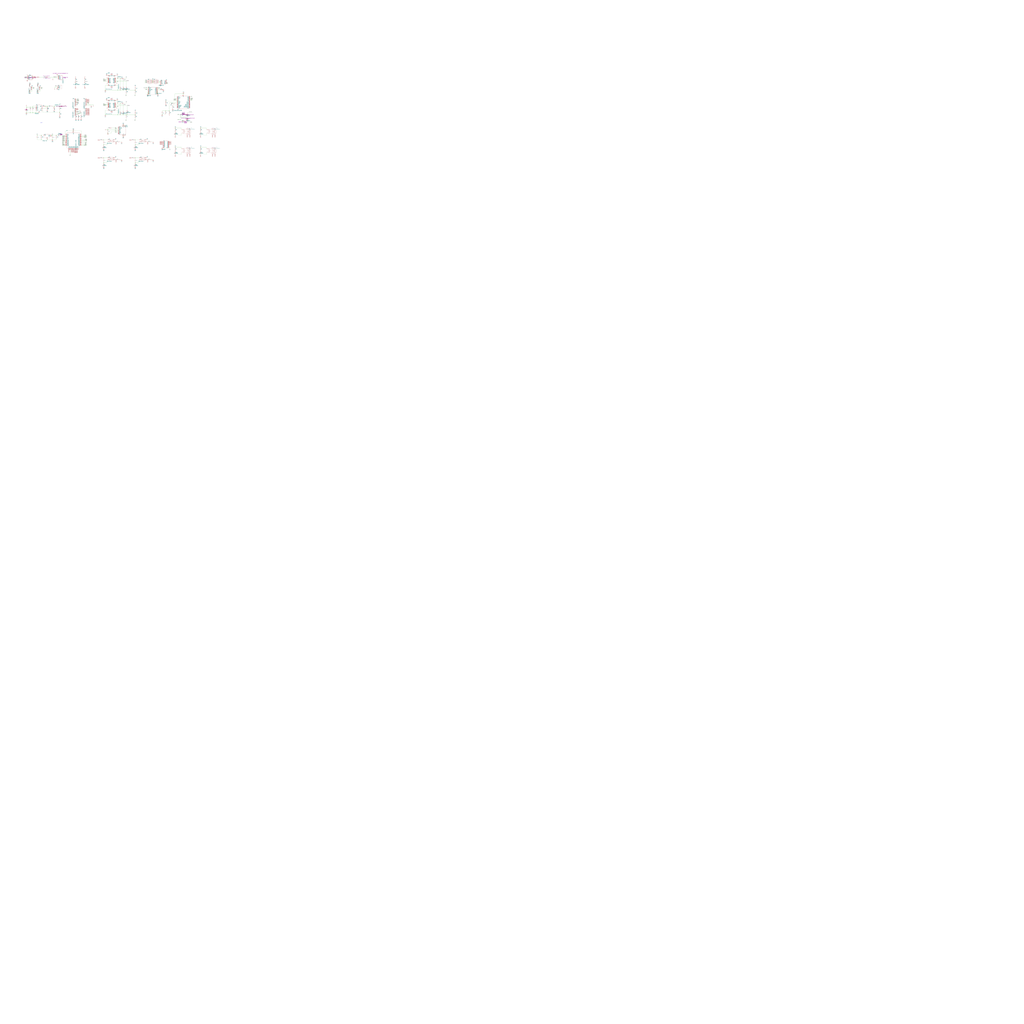
<source format=kicad_sch>
(kicad_sch (version 20250114) (generator "eeschema") (generator_version "9.0")
  (paper "User" 3048 3048)
  (lib_symbols
    (symbol "1N5819HW-7-F_1"
      (property "Reference" "D" (at 0 0 0))
      (symbol "1N5819HW-7-F_1_1_0"
        (pin unspecified line (at -5.08 0 0) (length 3.81) (name "K") (number "1"))
        (pin unspecified line (at 5.08 0 180) (length 3.81) (name "A") (number "2"))
      )
    )
    (symbol "L8050QLT1G_1"
      (property "Reference" "Q" (at 0 0 0))
      (symbol "L8050QLT1G_1_1_0"
        (pin unspecified line (at -2.54 0 0) (length 2.54) (name "B") (number "1"))
        (pin unspecified line (at 2.54 5.08 270) (length 2.54) (name "E") (number "2"))
        (pin unspecified line (at 2.54 -5.08 90) (length 2.54) (name "C") (number "3"))
      )
    )
    (symbol "PLC-easyedapro:+5V" (power) (pin_numbers (hide yes)) (pin_names (hide yes))
      (symbol "+5V_1_0"
        (pin power_in line (at 0 0 0) (length 0) (name "") (number "1"))
      )
    )
    (symbol "PLC-easyedapro:0402WGF0000TCE"
      (property "Reference" "R" (at 0 0 0))
      (symbol "0402WGF0000TCE_1_0"
        (pin input line (at -5.08 0 0) (length 2.54) (name "1") (number "1"))
        (pin input line (at 5.08 0 180) (length 2.54) (name "2") (number "2"))
      )
    )
    (symbol "PLC-easyedapro:0402WGF1001TCE"
      (property "Reference" "R" (at 0 0 0))
      (symbol "0402WGF1001TCE_1_0"
        (pin input line (at -5.08 0 0) (length 2.54) (name "1") (number "1"))
        (pin input line (at 5.08 0 180) (length 2.54) (name "2") (number "2"))
      )
    )
    (symbol "PLC-easyedapro:0603WAF1001T5E"
      (property "Reference" "R" (at 0 0 0))
      (symbol "0603WAF1001T5E_1_0"
        (pin input line (at -5.08 0 0) (length 2.54) (name "1") (number "1"))
        (pin input line (at 5.08 0 180) (length 2.54) (name "2") (number "2"))
      )
    )
    (symbol "PLC-easyedapro:0603WAF1002T5E"
      (symbol "0603WAF1002T5E_1_0"
        (pin input line (at -5.08 0 0) (length 2.54) (name "1") (number "1"))
        (pin input line (at 5.08 0 180) (length 2.54) (name "2") (number "2"))
      )
    )
    (symbol "PLC-easyedapro:0kΩ"
      (property "Reference" "R" (at 0 0 0))
      (symbol "0kΩ_1_0"
        (pin unspecified line (at -5.08 0 0) (length 2.54) (name "1") (number "1"))
        (pin unspecified line (at 5.08 0 180) (length 2.54) (name "2") (number "2"))
      )
    )
    (symbol "PLC-easyedapro:10k"
      (property "Reference" "R" (at 0 0 0))
      (symbol "10k_1_0"
        (pin unspecified line (at -5.08 0 0) (length 2.54) (name "1") (number "1"))
        (pin unspecified line (at 5.08 0 180) (length 2.54) (name "2") (number "2"))
      )
    )
    (symbol "PLC-easyedapro:1N5819HW-7-F"
      (property "Reference" "D" (at 0 0 0))
      (symbol "1N5819HW-7-F_1_0"
        (pin unspecified line (at -5.08 0 0) (length 3.81) (name "K") (number "1"))
        (pin unspecified line (at 5.08 0 180) (length 3.81) (name "A") (number "2"))
      )
    )
    (symbol "PLC-easyedapro:4D02WGJ0472TCE"
      (property "Reference" "RN" (at 0 0 0))
      (symbol "4D02WGJ0472TCE_1_0"
        (pin input line (at -8.89 3.81 0) (length 5.08) (name "1") (number "1"))
        (pin input line (at -8.89 1.27 0) (length 5.08) (name "2") (number "2"))
        (pin input line (at -8.89 -1.27 0) (length 5.08) (name "3") (number "3"))
        (pin input line (at -8.89 -3.81 0) (length 5.08) (name "4") (number "4"))
        (pin input line (at 8.89 3.81 180) (length 5.08) (name "8") (number "8"))
        (pin input line (at 8.89 1.27 180) (length 5.08) (name "7") (number "7"))
        (pin input line (at 8.89 -1.27 180) (length 5.08) (name "6") (number "6"))
        (pin input line (at 8.89 -3.81 180) (length 5.08) (name "5") (number "5"))
      )
    )
    (symbol "PLC-easyedapro:AC0402FR-0722R1L"
      (property "Reference" "R" (at 0 0 0))
      (symbol "AC0402FR-0722R1L_1_0"
        (pin input line (at -5.08 0 0) (length 2.54) (name "1") (number "1"))
        (pin input line (at 5.08 0 180) (length 2.54) (name "2") (number "2"))
      )
    )
    (symbol "PLC-easyedapro:AC0402JR-0710KL"
      (property "Reference" "R" (at 0 0 0))
      (symbol "AC0402JR-0710KL_1_0"
        (pin unspecified line (at -5.08 0 0) (length 2.54) (name "1") (number "1"))
        (pin unspecified line (at 5.08 0 180) (length 2.54) (name "2") (number "2"))
      )
    )
    (symbol "PLC-easyedapro:AMS1117-3.3_C22458961"
      (property "Reference" "U" (at 0 0 0))
      (symbol "AMS1117-3.3_C22458961_1_0"
        (text "ADJ" (at -2.794 -4.9276 0) (effects (font (size 1.27 1.27)) (justify left bottom)))
        (pin unspecified line (at -12.7 2.54 0) (length 5.08) (name "IN") (number "3"))
        (pin unspecified line (at 0 -10.16 90) (length 5.08) (name "ADJ") (number "1"))
        (pin unspecified line (at 12.7 2.54 180) (length 5.08) (name "OUT") (number "4"))
        (pin unspecified line (at 12.7 0 180) (length 5.08) (name "OUT") (number "2"))
      )
    )
    (symbol "PLC-easyedapro:BX-SH1.0-4PLT"
      (property "Reference" "U" (at 0 0 0))
      (symbol "BX-SH1.0-4PLT_1_0"
        (pin unspecified line (at -5.08 3.81 0) (length 2.54) (name "1") (number "1"))
        (pin unspecified line (at -5.08 1.27 0) (length 2.54) (name "2") (number "2"))
        (pin unspecified line (at -5.08 -1.27 0) (length 2.54) (name "3") (number "3"))
        (pin unspecified line (at -5.08 -3.81 0) (length 2.54) (name "4") (number "4"))
        (pin unspecified line (at 1.27 8.89 270) (length 2.54) (name "6") (number "6"))
        (pin unspecified line (at 1.27 -8.89 90) (length 2.54) (name "5") (number "5"))
      )
    )
    (symbol "PLC-easyedapro:CAT24C02WI-GA"
      (property "Reference" "U" (at 0 0 0))
      (symbol "CAT24C02WI-GA_1_0"
        (pin unspecified line (at -8.89 3.81 0) (length 2.54) (name "A0") (number "1"))
        (pin unspecified line (at -8.89 1.27 0) (length 2.54) (name "A1") (number "2"))
        (pin unspecified line (at -8.89 -1.27 0) (length 2.54) (name "A2") (number "3"))
        (pin unspecified line (at -8.89 -3.81 0) (length 2.54) (name "VSS") (number "4"))
        (pin unspecified line (at 8.89 3.81 180) (length 2.54) (name "VCC") (number "8"))
        (pin unspecified line (at 8.89 1.27 180) (length 2.54) (name "WP") (number "7"))
        (pin unspecified line (at 8.89 -1.27 180) (length 2.54) (name "SCL") (number "6"))
        (pin unspecified line (at 8.89 -3.81 180) (length 2.54) (name "SDA") (number "5"))
      )
    )
    (symbol "PLC-easyedapro:CC0402KRX7R7BB104"
      (property "Reference" "C" (at 0 0 0))
      (symbol "CC0402KRX7R7BB104_1_0"
        (pin input line (at -5.08 0 0) (length 2.54) (name "1") (number "1"))
        (pin input line (at 5.08 0 180) (length 2.54) (name "2") (number "2"))
      )
    )
    (symbol "PLC-easyedapro:CC0603KRX7R9BB104"
      (property "Reference" "C" (at 0 0 0))
      (symbol "CC0603KRX7R9BB104_1_0"
        (pin unspecified line (at -5.08 0 0) (length 2.54) (name "1") (number "1"))
        (pin unspecified line (at 5.08 0 180) (length 2.54) (name "2") (number "2"))
      )
    )
    (symbol "PLC-easyedapro:CL05A105KP5NNNC"
      (property "Reference" "C" (at 0 0 0))
      (symbol "CL05A105KP5NNNC_1_0"
        (pin input line (at -3.81 0 0) (length 2.54) (name "1") (number "1"))
        (pin input line (at 3.81 0 180) (length 2.54) (name "2") (number "2"))
      )
    )
    (symbol "PLC-easyedapro:CL05A106MQ5NUNC"
      (property "Reference" "C" (at 0 0 0))
      (symbol "CL05A106MQ5NUNC_1_0"
        (pin input line (at -3.81 0 0) (length 2.54) (name "1") (number "1"))
        (pin input line (at 3.81 0 180) (length 2.54) (name "2") (number "2"))
      )
    )
    (symbol "PLC-easyedapro:CL10A106MQ8NNNC"
      (property "Reference" "C" (at 0 0 0))
      (symbol "CL10A106MQ8NNNC_1_0"
        (pin input line (at -5.08 0 0) (length 2.54) (name "1") (number "1"))
        (pin input line (at 5.08 0 180) (length 2.54) (name "2") (number "2"))
      )
    )
    (symbol "PLC-easyedapro:CL10B103KB8NNNC"
      (property "Reference" "C" (at 0 0 0))
      (symbol "CL10B103KB8NNNC_1_0"
        (pin input line (at -3.81 0 0) (length 2.54) (name "1") (number "1"))
        (pin input line (at 3.81 0 180) (length 2.54) (name "2") (number "2"))
      )
    )
    (symbol "PLC-easyedapro:CP2102N-A02-GQFN28R"
      (property "Reference" "U" (at 0 0 0))
      (symbol "CP2102N-A02-GQFN28R_1_0"
        (pin unspecified line (at -19.05 16.51 0) (length 2.54) (name "DCD") (number "1"))
        (pin unspecified line (at -19.05 13.97 0) (length 2.54) (name "RI/CLK") (number "2"))
        (pin unspecified line (at -19.05 11.43 0) (length 2.54) (name "GND") (number "3"))
        (pin unspecified line (at -19.05 8.89 0) (length 2.54) (name "D+") (number "4"))
        (pin unspecified line (at -19.05 6.35 0) (length 2.54) (name "D-") (number "5"))
        (pin unspecified line (at -19.05 3.81 0) (length 2.54) (name "VDD") (number "6"))
        (pin unspecified line (at -19.05 1.27 0) (length 2.54) (name "VREGIN") (number "7"))
        (pin unspecified line (at -19.05 -1.27 0) (length 2.54) (name "VBUS") (number "8"))
        (pin unspecified line (at -19.05 -3.81 0) (length 2.54) (name "RSTb") (number "9"))
        (pin unspecified line (at -19.05 -6.35 0) (length 2.54) (name "NC") (number "10"))
        (pin unspecified line (at -19.05 -8.89 0) (length 2.54) (name "SUSPENDb") (number "11"))
        (pin unspecified line (at -19.05 -11.43 0) (length 2.54) (name "SUSPEND") (number "12"))
        (pin unspecified line (at -19.05 -13.97 0) (length 2.54) (name "CHREN") (number "13"))
        (pin unspecified line (at -19.05 -16.51 0) (length 2.54) (name "CHR1") (number "14"))
        (pin unspecified line (at 0 21.59 270) (length 2.54) (name "EP") (number "29"))
        (pin unspecified line (at 19.05 16.51 180) (length 2.54) (name "DTR") (number "28"))
        (pin unspecified line (at 19.05 13.97 180) (length 2.54) (name "DSR") (number "27"))
        (pin unspecified line (at 19.05 11.43 180) (length 2.54) (name "TXD") (number "26"))
        (pin unspecified line (at 19.05 8.89 180) (length 2.54) (name "RXD") (number "25"))
        (pin unspecified line (at 19.05 6.35 180) (length 2.54) (name "RTS") (number "24"))
        (pin unspecified line (at 19.05 3.81 180) (length 2.54) (name "CTS") (number "23"))
        (pin unspecified line (at 19.05 1.27 180) (length 2.54) (name "GPIO.4") (number "22"))
        (pin unspecified line (at 19.05 -1.27 180) (length 2.54) (name "GPIO.5") (number "21"))
        (pin unspecified line (at 19.05 -3.81 180) (length 2.54) (name "GPIO.6") (number "20"))
        (pin unspecified line (at 19.05 -6.35 180) (length 2.54) (name "GPIO.0/TXT") (number "19"))
        (pin unspecified line (at 19.05 -8.89 180) (length 2.54) (name "GPIO.1/RXT") (number "18"))
        (pin unspecified line (at 19.05 -11.43 180) (length 2.54) (name "GPIO.2/RS485") (number "17"))
        (pin unspecified line (at 19.05 -13.97 180) (length 2.54) (name "GPIO.3/WAKEUP") (number "16"))
        (pin unspecified line (at 19.05 -16.51 180) (length 2.54) (name "CHR0") (number "15"))
      )
    )
    (symbol "PLC-easyedapro:CR1220ZTV02-4"
      (property "Reference" "U" (at 0 0 0))
      (symbol "CR1220ZTV02-4_1_0"
        (pin input line (at -5.08 0 0) (length 3.81) (name "1") (number "1"))
        (pin input line (at 5.08 0 180) (length 3.81) (name "2") (number "2"))
      )
    )
    (symbol "PLC-easyedapro:CYA1040-15UH"
      (property "Reference" "U" (at 0 0 0))
      (symbol "CYA1040-15UH_1_0"
        (pin unspecified line (at -5.08 0 0) (length 1.016) (name "1") (number "1"))
        (pin unspecified line (at 5.08 0 180) (length 1.016) (name "2") (number "2"))
      )
    )
    (symbol "PLC-easyedapro:DS3231SN#_C722469"
      (property "Reference" "U" (at 0 0 0))
      (symbol "DS3231SN#_C722469_1_0"
        (pin unspecified line (at -15.24 10.16 0) (length 2.54) (name "32KHZ") (number "1"))
        (pin unspecified line (at -15.24 7.62 0) (length 2.54) (name "VCC") (number "2"))
        (pin unspecified line (at -15.24 5.08 0) (length 2.54) (name "INT#/SQW") (number "3"))
        (pin unspecified line (at -15.24 2.54 0) (length 2.54) (name "RST#") (number "4"))
        (pin unspecified line (at -15.24 0 0) (length 2.54) (name "N.C.") (number "5"))
        (pin unspecified line (at -15.24 -2.54 0) (length 2.54) (name "N.C.") (number "6"))
        (pin unspecified line (at -15.24 -5.08 0) (length 2.54) (name "N.C.") (number "7"))
        (pin unspecified line (at -15.24 -7.62 0) (length 2.54) (name "N.C.") (number "8"))
        (pin unspecified line (at 12.7 10.16 180) (length 2.54) (name "SCL") (number "16"))
        (pin unspecified line (at 12.7 7.62 180) (length 2.54) (name "SDA") (number "15"))
        (pin unspecified line (at 12.7 5.08 180) (length 2.54) (name "VBAT") (number "14"))
        (pin unspecified line (at 12.7 2.54 180) (length 2.54) (name "GND") (number "13"))
        (pin unspecified line (at 12.7 0 180) (length 2.54) (name "N.C.") (number "12"))
        (pin unspecified line (at 12.7 -2.54 180) (length 2.54) (name "N.C.") (number "11"))
        (pin unspecified line (at 12.7 -5.08 180) (length 2.54) (name "N.C.") (number "10"))
        (pin unspecified line (at 12.7 -7.62 180) (length 2.54) (name "N.C.") (number "9"))
      )
    )
    (symbol "PLC-easyedapro:ESP32-S3-WROOM-1U-N8R8"
      (property "Reference" "U" (at 0 0 0))
      (symbol "ESP32-S3-WROOM-1U-N8R8_1_0"
        (pin unspecified line (at -24.13 17.78 0) (length 5.08) (name "GND") (number "1"))
        (pin unspecified line (at -24.13 15.24 0) (length 5.08) (name "3V3") (number "2"))
        (pin unspecified line (at -24.13 12.7 0) (length 5.08) (name "EN") (number "3"))
        (pin unspecified line (at -24.13 10.16 0) (length 5.08) (name "IO4") (number "4"))
        (pin unspecified line (at -24.13 7.62 0) (length 5.08) (name "IO5") (number "5"))
        (pin unspecified line (at -24.13 5.08 0) (length 5.08) (name "IO6") (number "6"))
        (pin unspecified line (at -24.13 2.54 0) (length 5.08) (name "IO7") (number "7"))
        (pin unspecified line (at -24.13 0 0) (length 5.08) (name "IO15") (number "8"))
        (pin unspecified line (at -24.13 -2.54 0) (length 5.08) (name "IO16") (number "9"))
        (pin unspecified line (at -24.13 -5.08 0) (length 5.08) (name "IO17") (number "10"))
        (pin unspecified line (at -24.13 -7.62 0) (length 5.08) (name "IO18") (number "11"))
        (pin unspecified line (at -24.13 -10.16 0) (length 5.08) (name "IO8") (number "12"))
        (pin unspecified line (at -24.13 -12.7 0) (length 5.08) (name "IO19") (number "13"))
        (pin unspecified line (at -24.13 -15.24 0) (length 5.08) (name "IO20") (number "14"))
        (pin unspecified line (at -13.97 -27.94 90) (length 5.08) (name "IO3") (number "15"))
        (pin unspecified line (at -11.43 -27.94 90) (length 5.08) (name "IO46") (number "16"))
        (pin unspecified line (at -8.89 -27.94 90) (length 5.08) (name "IO9") (number "17"))
        (pin unspecified line (at -6.35 -27.94 90) (length 5.08) (name "IO10") (number "18"))
        (pin unspecified line (at -3.81 -27.94 90) (length 5.08) (name "IO11") (number "19"))
        (pin unspecified line (at -1.27 -27.94 90) (length 5.08) (name "IO12") (number "20"))
        (pin unspecified line (at 0 27.94 270) (length 5.08) (name "GND") (number "41"))
        (pin unspecified line (at 1.27 -27.94 90) (length 5.08) (name "IO13") (number "21"))
        (pin unspecified line (at 3.81 -27.94 90) (length 5.08) (name "IO14") (number "22"))
        (pin unspecified line (at 6.35 -27.94 90) (length 5.08) (name "IO21") (number "23"))
        (pin unspecified line (at 8.89 -27.94 90) (length 5.08) (name "IO47") (number "24"))
        (pin unspecified line (at 11.43 -27.94 90) (length 5.08) (name "IO48") (number "25"))
        (pin unspecified line (at 13.97 -27.94 90) (length 5.08) (name "IO45") (number "26"))
        (pin unspecified line (at 24.13 17.78 180) (length 5.08) (name "GND") (number "40"))
        (pin unspecified line (at 24.13 15.24 180) (length 5.08) (name "IO1") (number "39"))
        (pin unspecified line (at 24.13 12.7 180) (length 5.08) (name "IO2") (number "38"))
        (pin unspecified line (at 24.13 10.16 180) (length 5.08) (name "TXD0") (number "37"))
        (pin unspecified line (at 24.13 7.62 180) (length 5.08) (name "RXD0") (number "36"))
        (pin unspecified line (at 24.13 5.08 180) (length 5.08) (name "IO42") (number "35"))
        (pin unspecified line (at 24.13 2.54 180) (length 5.08) (name "IO41") (number "34"))
        (pin unspecified line (at 24.13 0 180) (length 5.08) (name "IO40") (number "33"))
        (pin unspecified line (at 24.13 -2.54 180) (length 5.08) (name "IO39") (number "32"))
        (pin unspecified line (at 24.13 -5.08 180) (length 5.08) (name "IO38") (number "31"))
        (pin unspecified line (at 24.13 -7.62 180) (length 5.08) (name "IO37") (number "30"))
        (pin unspecified line (at 24.13 -10.16 180) (length 5.08) (name "IO36") (number "29"))
        (pin unspecified line (at 24.13 -12.7 180) (length 5.08) (name "IO35") (number "28"))
        (pin unspecified line (at 24.13 -15.24 180) (length 5.08) (name "IO0") (number "27"))
      )
    )
    (symbol "PLC-easyedapro:GND" (power) (pin_numbers (hide yes)) (pin_names (hide yes))
      (symbol "GND_1_0"
        (pin power_in line (at 0 0 0) (length 0) (name "") (number "1"))
      )
    )
    (symbol "PLC-easyedapro:Ground-GND" (power) (pin_numbers (hide yes)) (pin_names (hide yes))
      (property "Value" "GND" (at 0 -6.35 0))
      (symbol "Ground-GND_1_0"
        (pin power_in line (at 0 0 270) (length 2.54) (name "GND") (number "1"))
      )
    )
    (symbol "PLC-easyedapro:HRS2H-S-DC5V-N"
      (property "Reference" "K" (at 0 0 0))
      (symbol "HRS2H-S-DC5V-N_1_0"
        (pin unspecified line (at -15.24 5.08 0) (length 5.08) (name "2") (number "2"))
        (pin unspecified line (at -15.24 -5.08 0) (length 5.08) (name "1") (number "1"))
        (pin unspecified line (at 2.54 10.16 270) (length 5.08) (name "8") (number "8"))
        (pin unspecified line (at 2.54 -10.16 90) (length 5.08) (name "3") (number "3"))
        (pin unspecified line (at 6.35 10.16 270) (length 5.08) (name "7") (number "7"))
        (pin unspecified line (at 6.35 -10.16 90) (length 5.08) (name "4") (number "4"))
        (pin unspecified line (at 10.16 10.16 270) (length 5.08) (name "6") (number "6"))
        (pin unspecified line (at 10.16 -10.16 90) (length 5.08) (name "5") (number "5"))
      )
    )
    (symbol "PLC-easyedapro:HT508R-5.08-8P"
      (property "Reference" "CN" (at 0 0 0))
      (symbol "HT508R-5.08-8P_1_0"
        (pin unspecified line (at -5.08 8.89 0) (length 2.54) (name "1") (number "1"))
        (pin unspecified line (at -5.08 6.35 0) (length 2.54) (name "2") (number "2"))
        (pin unspecified line (at -5.08 3.81 0) (length 2.54) (name "3") (number "3"))
        (pin unspecified line (at -5.08 1.27 0) (length 2.54) (name "4") (number "4"))
        (pin unspecified line (at -5.08 -1.27 0) (length 2.54) (name "5") (number "5"))
        (pin unspecified line (at -5.08 -3.81 0) (length 2.54) (name "6") (number "6"))
        (pin unspecified line (at -5.08 -6.35 0) (length 2.54) (name "7") (number "7"))
        (pin unspecified line (at -5.08 -8.89 0) (length 2.54) (name "8") (number "8"))
      )
    )
    (symbol "PLC-easyedapro:L8050QLT1G"
      (property "Reference" "Q" (at 0 0 0))
      (symbol "L8050QLT1G_1_0"
        (pin unspecified line (at -2.54 0 0) (length 2.54) (name "B") (number "1"))
        (pin unspecified line (at 2.54 5.08 270) (length 2.54) (name "C") (number "3"))
        (pin unspecified line (at 2.54 -5.08 90) (length 2.54) (name "E") (number "2"))
      )
    )
    (symbol "PLC-easyedapro:LESD5D5.0CT1G_C5246195"
      (property "Reference" "U" (at 0 0 0))
      (symbol "LESD5D5.0CT1G_C5246195_1_0"
        (pin unspecified line (at -5.08 0 0) (length 2.54) (name "1") (number "1"))
        (pin unspecified line (at 5.08 0 180) (length 2.54) (name "2") (number "2"))
      )
    )
    (symbol "PLC-easyedapro:LM35"
      (property "Reference" "U" (at 0 0 0))
      (symbol "LM35_1_0"
        (pin unspecified line (at -5.08 2.54 0) (length 2.54) (name "+VS") (number "1"))
        (pin unspecified line (at -5.08 0 0) (length 2.54) (name "VOUT") (number "2"))
        (pin unspecified line (at -5.08 -2.54 0) (length 2.54) (name "GND") (number "3"))
      )
    )
    (symbol "PLC-easyedapro:MOV"
      (symbol "MOV_1_0"
        (pin bidirectional line (at -5.334 0.254 0) (length 2.4892) (name "1") (number "P$1"))
        (pin bidirectional line (at 4.826 0.254 180) (length 2.4892) (name "2") (number "P$2"))
      )
    )
    (symbol "PLC-easyedapro:PC817X1NIP1B"
      (property "Reference" "U" (at 0 0 0))
      (symbol "PC817X1NIP1B_1_0"
        (pin unspecified line (at -12.7 2.54 0) (length 5.08) (name "AN") (number "1"))
        (pin unspecified line (at -12.7 -2.54 0) (length 5.08) (name "CAT") (number "2"))
        (pin unspecified line (at 10.16 2.54 180) (length 5.08) (name "COL") (number "4"))
        (pin unspecified line (at 10.16 -2.54 180) (length 5.08) (name "EM") (number "3"))
      )
    )
    (symbol "PLC-easyedapro:Power-5V" (power) (pin_numbers (hide yes)) (pin_names (hide yes))
      (symbol "Power-5V_1_0"
        (pin power_in line (at 0 0 90) (length 1.27) (name "+5V") (number "1"))
      )
    )
    (symbol "PLC-easyedapro:Power-VCC" (power) (pin_numbers (hide yes)) (pin_names (hide yes))
      (symbol "Power-VCC_1_0"
        (pin power_in line (at 0 0 90) (length 1.27) (name "VCC") (number "1"))
      )
    )
    (symbol "PLC-easyedapro:RC0402FR-071KL"
      (property "Reference" "R" (at 0 0 0))
      (symbol "RC0402FR-071KL_1_0"
        (pin input line (at -5.08 0 0) (length 2.54) (name "1") (number "1"))
        (pin input line (at 5.08 0 180) (length 2.54) (name "2") (number "2"))
      )
    )
    (symbol "PLC-easyedapro:RC0402FR-0747K5L"
      (property "Reference" "R" (at 0 0 0))
      (symbol "RC0402FR-0747K5L_1_0"
        (pin input line (at -5.08 0 0) (length 2.54) (name "1") (number "1"))
        (pin input line (at 5.08 0 180) (length 2.54) (name "2") (number "2"))
      )
    )
    (symbol "PLC-easyedapro:RC0402FR-075K1L"
      (property "Reference" "R" (at 0 0 0))
      (symbol "RC0402FR-075K1L_1_0"
        (pin input line (at -5.08 0 0) (length 2.54) (name "1") (number "1"))
        (pin input line (at 5.08 0 180) (length 2.54) (name "2") (number "2"))
      )
    )
    (symbol "PLC-easyedapro:RC0603FR-0710KL"
      (property "Reference" "R" (at 0 0 0))
      (symbol "RC0603FR-0710KL_1_0"
        (pin input line (at -5.08 0 0) (length 2.54) (name "1") (number "1"))
        (pin input line (at 5.08 0 180) (length 2.54) (name "2") (number "2"))
      )
    )
    (symbol "PLC-easyedapro:RC0603FR-074K7L"
      (property "Reference" "R" (at 0 0 0))
      (symbol "RC0603FR-074K7L_1_0"
        (pin input line (at -5.08 0 0) (length 2.54) (name "1") (number "1"))
        (pin input line (at 5.08 0 180) (length 2.54) (name "2") (number "2"))
      )
    )
    (symbol "PLC-easyedapro:RT0603BRD07165RL"
      (property "Reference" "U" (at 0 0 0))
      (symbol "RT0603BRD07165RL_1_0"
        (pin unspecified line (at -5.08 0 0) (length 2.54) (name "1") (number "1"))
        (pin unspecified line (at 5.08 0 180) (length 2.54) (name "2") (number "2"))
      )
    )
    (symbol "PLC-easyedapro:SK6812MINI-HS"
      (property "Reference" "U" (at 0 0 0))
      (symbol "SK6812MINI-HS_1_0"
        (pin unspecified line (at -7.62 3.81 0) (length 2.54) (name "GND") (number "1"))
        (pin unspecified line (at -7.62 1.27 0) (length 2.54) (name "DIN") (number "2"))
        (pin unspecified line (at -7.62 -1.27 0) (length 2.54) (name "VDD") (number "3"))
        (pin unspecified line (at -7.62 -3.81 0) (length 2.54) (name "DOUT") (number "4"))
      )
    )
    (symbol "PLC-easyedapro:SS34_C2891718"
      (property "Reference" "D" (at 0 0 0))
      (symbol "SS34_C2891718_1_0"
        (pin input line (at -5.08 0 0) (length 2.54) (name "K") (number "1"))
        (pin input line (at 5.08 0 180) (length 2.54) (name "A") (number "2"))
      )
    )
    (symbol "PLC-easyedapro:TCC0603X5R475K250CT"
      (property "Reference" "C" (at 0 0 0))
      (symbol "TCC0603X5R475K250CT_1_0"
        (pin unspecified line (at -5.08 0 0) (length 2.54) (name "1") (number "1"))
        (pin unspecified line (at 5.08 0 180) (length 2.54) (name "2") (number "2"))
      )
    )
    (symbol "PLC-easyedapro:TF PUSH"
      (property "Reference" "CARD" (at 0 0 0))
      (symbol "TF PUSH_1_0"
        (pin unspecified line (at -10.16 10.16 0) (length 2.54) (name "DAT2") (number "1"))
        (pin unspecified line (at -10.16 7.62 0) (length 2.54) (name "CD/DAT3") (number "2"))
        (pin unspecified line (at -10.16 5.08 0) (length 2.54) (name "CMD") (number "3"))
        (pin unspecified line (at -10.16 2.54 0) (length 2.54) (name "VDD") (number "4"))
        (pin unspecified line (at -10.16 0 0) (length 2.54) (name "CLX") (number "5"))
        (pin unspecified line (at -10.16 -2.54 0) (length 2.54) (name "VSS") (number "6"))
        (pin unspecified line (at -10.16 -5.08 0) (length 2.54) (name "DAT0") (number "7"))
        (pin unspecified line (at -10.16 -7.62 0) (length 2.54) (name "DAT1") (number "8"))
        (pin unspecified line (at -10.16 -10.16 0) (length 2.54) (name "CD") (number "CD"))
        (pin unspecified line (at 5.08 15.24 270) (length 2.54) (name "13") (number "13"))
        (pin unspecified line (at 5.08 -15.24 90) (length 2.54) (name "10") (number "10"))
        (pin unspecified line (at 10.16 15.24 270) (length 2.54) (name "12") (number "12"))
        (pin unspecified line (at 10.16 -15.24 90) (length 2.54) (name "11") (number "11"))
      )
    )
    (symbol "PLC-easyedapro:TP-SMD"
      (property "Reference" "ESP_3V" (at 0 0 0))
      (symbol "TP-SMD_1_0"
        (pin unspecified line (at -2.54 0 0) (length 2.54) (name "1") (number "1"))
      )
    )
    (symbol "PLC-easyedapro:TPS5430DDA"
      (property "Reference" "U" (at 0 0 0))
      (symbol "TPS5430DDA_1_0"
        (pin unspecified line (at -10.16 3.81 0) (length 2.54) (name "VIN") (number "7"))
        (pin unspecified line (at -10.16 0 0) (length 2.54) (name "ENA") (number "5"))
        (pin unspecified line (at -10.16 -2.54 0) (length 2.54) (name "NC") (number "2"))
        (pin unspecified line (at -10.16 -5.08 0) (length 2.54) (name "NC") (number "3"))
        (pin unspecified line (at -10.16 -8.89 0) (length 2.54) (name "GND") (number "6"))
        (pin unspecified line (at 0 -16.51 90) (length 2.54) (name "EP") (number "9"))
        (pin unspecified line (at 10.16 2.54 180) (length 2.54) (name "BOOT") (number "1"))
        (pin unspecified line (at 10.16 -3.81 180) (length 2.54) (name "PH") (number "8"))
        (pin unspecified line (at 10.16 -8.89 180) (length 2.54) (name "VSNS") (number "4"))
      )
    )
    (symbol "PLC-easyedapro:TS-1088-AR02016"
      (property "Reference" "SW" (at 0 0 0))
      (symbol "TS-1088-AR02016_1_0"
        (pin unspecified line (at -7.62 0 0) (length 2.54) (name "1") (number "1"))
        (pin unspecified line (at 7.62 0 180) (length 2.54) (name "2") (number "2"))
      )
    )
    (symbol "PLC-easyedapro:TTL485"
      (property "Reference" "U" (at 0 0 0))
      (symbol "TTL485_1_0"
        (pin unspecified line (at -8.89 3.81 0) (length 2.54) (name "VCC") (number "1"))
        (pin unspecified line (at -8.89 1.27 0) (length 2.54) (name "TXD") (number "2"))
        (pin unspecified line (at -8.89 -1.27 0) (length 2.54) (name "RXD") (number "3"))
        (pin unspecified line (at -8.89 -3.81 0) (length 2.54) (name "GND") (number "4"))
        (pin unspecified line (at 8.89 2.54 180) (length 2.54) (name "A+") (number "7"))
        (pin unspecified line (at 8.89 0 180) (length 2.54) (name "B-") (number "6"))
        (pin unspecified line (at 8.89 -2.54 180) (length 2.54) (name "S") (number "5"))
      )
    )
    (symbol "PLC-easyedapro:TYPE-C-31-M-12"
      (property "Reference" "USBC" (at 0 0 0))
      (symbol "TYPE-C-31-M-12_1_0"
        (pin unspecified line (at -11.43 13.97 0) (length 2.54) (name "GND") (number "B1"))
        (pin unspecified line (at -11.43 6.35 0) (length 2.54) (name "VBUS") (number "B4"))
        (pin unspecified line (at -11.43 3.81 0) (length 2.54) (name "CC2") (number "B5"))
        (pin unspecified line (at -11.43 1.27 0) (length 2.54) (name "DP2") (number "B6"))
        (pin unspecified line (at -11.43 -1.27 0) (length 2.54) (name "DN2") (number "B7"))
        (pin unspecified line (at -11.43 -3.81 0) (length 2.54) (name "SBU2") (number "B8"))
        (pin unspecified line (at -11.43 -6.35 0) (length 2.54) (name "VBUS") (number "B9"))
        (pin unspecified line (at -11.43 -13.97 0) (length 2.54) (name "GND") (number "B12"))
        (pin unspecified line (at -1.27 21.59 270) (length 5.08) (name "SH") (number "0"))
        (pin unspecified line (at -1.27 -21.59 90) (length 5.08) (name "SH") (number "3"))
        (pin unspecified line (at 1.27 21.59 270) (length 5.08) (name "SH") (number "1"))
        (pin unspecified line (at 1.27 -21.59 90) (length 5.08) (name "SH") (number "2"))
        (pin unspecified line (at 11.43 13.97 180) (length 2.54) (name "GND") (number "A12"))
        (pin unspecified line (at 11.43 6.35 180) (length 2.54) (name "VBUS") (number "A9"))
        (pin unspecified line (at 11.43 3.81 180) (length 2.54) (name "SBU1") (number "A8"))
        (pin unspecified line (at 11.43 1.27 180) (length 2.54) (name "DN1") (number "A7"))
        (pin unspecified line (at 11.43 -1.27 180) (length 2.54) (name "DP1") (number "A6"))
        (pin unspecified line (at 11.43 -3.81 180) (length 2.54) (name "CC1") (number "A5"))
        (pin unspecified line (at 11.43 -6.35 180) (length 2.54) (name "VBUS") (number "A4"))
        (pin unspecified line (at 11.43 -13.97 180) (length 2.54) (name "GND") (number "A1"))
      )
    )
    (symbol "PLC-easyedapro:ULN2003_C6851442"
      (property "Reference" "U" (at 0 0 0))
      (symbol "ULN2003_C6851442_1_0"
        (pin unspecified line (at -10.16 10.16 0) (length 2.54) (name "1B") (number "1"))
        (pin unspecified line (at -10.16 7.62 0) (length 2.54) (name "2B") (number "2"))
        (pin unspecified line (at -10.16 5.08 0) (length 2.54) (name "3B") (number "3"))
        (pin unspecified line (at -10.16 2.54 0) (length 2.54) (name "4B") (number "4"))
        (pin unspecified line (at -10.16 0 0) (length 2.54) (name "5B") (number "5"))
        (pin unspecified line (at -10.16 -2.54 0) (length 2.54) (name "6B") (number "6"))
        (pin unspecified line (at -10.16 -5.08 0) (length 2.54) (name "7B") (number "7"))
        (pin unspecified line (at -10.16 -7.62 0) (length 2.54) (name "E") (number "8"))
        (pin unspecified line (at 7.62 10.16 180) (length 2.54) (name "1C") (number "16"))
        (pin unspecified line (at 7.62 7.62 180) (length 2.54) (name "2C") (number "15"))
        (pin unspecified line (at 7.62 5.08 180) (length 2.54) (name "3C") (number "14"))
        (pin unspecified line (at 7.62 2.54 180) (length 2.54) (name "4C") (number "13"))
        (pin unspecified line (at 7.62 0 180) (length 2.54) (name "5C") (number "12"))
        (pin unspecified line (at 7.62 -2.54 180) (length 2.54) (name "6C") (number "11"))
        (pin unspecified line (at 7.62 -5.08 180) (length 2.54) (name "7C") (number "10"))
        (pin unspecified line (at 7.62 -7.62 180) (length 2.54) (name "COM") (number "9"))
      )
    )
    (symbol "PLC-easyedapro:UWT1H221MNL1GS"
      (property "Reference" "C" (at 0 0 0))
      (symbol "UWT1H221MNL1GS_1_0"
        (pin input line (at 0 5.08 270) (length 4.318) (name "1") (number "1"))
        (pin input line (at 0 -5.08 90) (length 4.826) (name "2") (number "2"))
      )
    )
    (symbol "PLC-easyedapro:VBUS" (power) (pin_numbers (hide yes)) (pin_names (hide yes))
      (symbol "VBUS_1_0"
        (pin power_in line (at 0 0 0) (length 0) (name "") (number "1"))
      )
    )
    (symbol "PLC-easyedapro:VCC" (power) (pin_numbers (hide yes)) (pin_names (hide yes))
      (symbol "VCC_1_0"
        (pin power_in line (at 0 0 0) (length 0) (name "") (number "1"))
      )
    )
    (symbol "PLC-easyedapro:VIN" (power) (pin_numbers (hide yes)) (pin_names (hide yes))
      (symbol "VIN_1_0"
        (pin power_in line (at 0 0 0) (length 0) (name "") (number "1"))
      )
    )
    (symbol "PLC-easyedapro:YLED0603W"
      (property "Reference" "LED" (at 0 0 0))
      (symbol "YLED0603W_1_0"
        (pin unspecified line (at -5.08 0 0) (length 2.54) (name "K") (number "1"))
        (pin unspecified line (at 5.08 0 180) (length 2.54) (name "A") (number "2"))
      )
    )
  )
  (text "wroom\n" (at 122.936 364.998 0) (effects (font (size 1.27 1.27))))
  (junction (at 161.29 316.23))
  (junction (at 504.19 330.2))
  (junction (at 321.31 396.24))
  (junction (at 97.79 318.77))
  (junction (at 494.03 300.99))
  (junction (at 90.17 335.28))
  (junction (at 140.97 316.23))
  (junction (at 521.97 438.15))
  (junction (at 468.63 279.4))
  (junction (at 358.14 307.34))
  (junction (at 140.97 415.29))
  (junction (at 538.48 341.63))
  (junction (at 177.8 316.23))
  (junction (at 358.14 233.68))
  (junction (at 367.03 373.38))
  (junction (at 110.49 402.59))
  (junction (at 218.44 389.89))
  (junction (at 167.64 402.59))
  (junction (at 123.19 402.59))
  (junction (at 321.31 386.08))
  (junction (at 358.14 267.97))
  (junction (at 367.03 267.97))
  (junction (at 106.68 335.28))
  (junction (at 375.92 341.63))
  (junction (at 454.66 238.76))
  (junction (at 402.59 483.87))
  (junction (at 492.76 330.2))
  (junction (at 308.61 469.9))
  (junction (at 482.6 340.36))
  (junction (at 350.52 233.68))
  (junction (at 350.52 307.34))
  (junction (at 237.49 331.47))
  (junction (at 153.67 402.59))
  (junction (at 402.59 341.63))
  (junction (at 402.59 469.9))
  (junction (at 88.9 271.78))
  (junction (at 181.61 402.59))
  (junction (at 527.05 300.99))
  (junction (at 440.69 274.32))
  (junction (at 78.74 335.026))
  (junction (at 350.52 341.63))
  (junction (at 521.97 381))
  (junction (at 226.06 332.74))
  (junction (at 97.79 335.28))
  (junction (at 350.52 267.97))
  (junction (at 596.9 438.15))
  (junction (at 226.06 304.8))
  (junction (at 454.66 243.84))
  (junction (at 468.63 276.86))
  (junction (at 596.9 381))
  (junction (at 546.1 279.4))
  (junction (at 156.21 402.59))
  (junction (at 113.03 271.78))
  (junction (at 535.94 356.87))
  (junction (at 375.92 267.97))
  (junction (at 90.17 318.77))
  (junction (at 367.03 341.63))
  (junction (at 135.89 316.23))
  (junction (at 156.21 415.29))
  (junction (at 308.61 430.53))
  (junction (at 123.19 415.29))
  (junction (at 308.61 416.56))
  (junction (at 367.03 403.86))
  (junction (at 468.63 274.32))
  (junction (at 313.69 341.63))
  (junction (at 402.59 416.56))
  (junction (at 378.46 341.63))
  (junction (at 440.69 279.4))
  (junction (at 308.61 483.87))
  (junction (at 402.59 430.53))
  (junction (at 440.69 276.86))
  (junction (at 454.66 241.3))
  (junction (at 402.59 267.97))
  (junction (at 358.14 341.63))
  (junction (at 177.8 334.01))
  (junction (at 454.66 246.38))
  (junction (at 79.756 318.77))
  (junction (at 313.69 267.97))
  (junction (at 468.63 271.78))
  (no_connect (at 565.15 290.83))
  (no_connect (at 502.92 434.34))
  (no_connect (at 636.27 438.15))
  (no_connect (at 331.47 261.62))
  (no_connect (at 495.3 243.84))
  (no_connect (at 527.05 318.77))
  (no_connect (at 565.15 300.99))
  (no_connect (at 331.47 218.44))
  (no_connect (at 351.79 378.46))
  (no_connect (at 527.05 311.15))
  (no_connect (at 527.05 316.23))
  (no_connect (at 207.01 445.77))
  (no_connect (at 527.05 321.31))
  (no_connect (at 632.46 438.15))
  (no_connect (at 640.08 381))
  (no_connect (at 334.01 261.62))
  (no_connect (at 565.15 303.53))
  (no_connect (at 565.15 308.61))
  (no_connect (at 557.53 438.15))
  (no_connect (at 351.79 396.24))
  (no_connect (at 334.01 292.1))
  (no_connect (at 502.92 436.88))
  (no_connect (at 565.15 316.23))
  (no_connect (at 242.57 422.91))
  (no_connect (at 565.15 306.07))
  (no_connect (at 334.01 218.44))
  (no_connect (at 527.05 288.29))
  (no_connect (at 440.69 269.24))
  (no_connect (at 351.79 398.78))
  (no_connect (at 565.15 318.77))
  (no_connect (at 565.15 321.31))
  (no_connect (at 242.57 412.75))
  (no_connect (at 561.34 381))
  (no_connect (at 331.47 292.1))
  (no_connect (at 565.15 311.15))
  (no_connect (at 561.34 438.15))
  (no_connect (at 502.92 431.8))
  (no_connect (at 636.27 401.32))
  (no_connect (at 331.47 335.28))
  (no_connect (at 561.34 458.47))
  (no_connect (at 485.14 434.34))
  (no_connect (at 557.53 381))
  (no_connect (at 561.34 401.32))
  (no_connect (at 99.06 233.68))
  (no_connect (at 172.72 234.95))
  (no_connect (at 472.44 238.76))
  (no_connect (at 485.14 431.8))
  (no_connect (at 527.05 290.83))
  (no_connect (at 565.15 313.69))
  (no_connect (at 565.15 381))
  (no_connect (at 640.08 438.15))
  (no_connect (at 485.14 436.88))
  (no_connect (at 232.41 445.77))
  (no_connect (at 636.27 381))
  (no_connect (at 632.46 381))
  (no_connect (at 106.68 321.31))
  (no_connect (at 334.01 335.28))
  (no_connect (at 106.68 323.85))
  (no_connect (at 565.15 438.15))
  (no_connect (at 636.27 458.47))
  (wire (pts (xy 551.18 341.63) (xy 551.18 339.09)))
  (wire (pts (xy 171.45 259.08) (xy 162.56 259.08)))
  (wire (pts (xy 194.31 420.37) (xy 185.42 420.37)))
  (wire (pts (xy 504.19 306.07) (xy 527.05 306.07)))
  (wire (pts (xy 469.9 279.4) (xy 468.63 279.4)))
  (wire (pts (xy 378.46 314.96) (xy 344.17 314.96)))
  (wire (pts (xy 558.8 334.01) (xy 572.77 334.01)))
  (wire (pts (xy 558.8 350.52) (xy 558.8 351.79)))
  (wire (pts (xy 596.9 459.74) (xy 596.9 458.47)))
  (wire (pts (xy 134.62 316.23) (xy 135.89 316.23)))
  (wire (pts (xy 614.68 453.39) (xy 614.68 459.74)))
  (wire (pts (xy 90.17 335.28) (xy 97.79 335.28)))
  (wire (pts (xy 331.47 396.24) (xy 321.31 396.24)))
  (wire (pts (xy 565.15 298.45) (xy 572.77 298.45)))
  (wire (pts (xy 163.83 256.54) (xy 171.45 256.54)))
  (wire (pts (xy 468.63 274.32) (xy 468.63 271.78)))
  (wire (pts (xy 106.68 327.66) (xy 106.68 335.28)))
  (wire (pts (xy 78.486 331.724) (xy 78.486 332.994)))
  (wire (pts (xy 90.17 328.93) (xy 90.17 335.28)))
  (wire (pts (xy 367.03 373.38) (xy 372.11 373.38)))
  (wire (pts (xy 140.97 316.23) (xy 135.89 316.23)))
  (wire (pts (xy 538.48 350.52) (xy 558.8 350.52)))
  (wire (pts (xy 468.63 276.86) (xy 468.63 274.32)))
  (wire (pts (xy 81.28 224.79) (xy 81.28 227.33)))
  (wire (pts (xy 375.92 307.34) (xy 369.57 307.34)))
  (wire (pts (xy 558.8 334.01) (xy 558.8 336.55)))
  (wire (pts (xy 194.31 410.21) (xy 185.42 410.21)))
  (wire (pts (xy 233.68 295.91) (xy 226.06 295.91)))
  (wire (pts (xy 209.55 445.77) (xy 209.55 463.55)))
  (wire (pts (xy 102.87 261.62) (xy 95.25 261.62)))
  (wire (pts (xy 539.75 381) (xy 539.75 386.08)))
  (wire (pts (xy 439.42 279.4) (xy 440.69 279.4)))
  (wire (pts (xy 123.19 415.29) (xy 140.97 415.29)))
  (wire (pts (xy 308.61 416.56) (xy 320.04 416.56)))
  (wire (pts (xy 172.72 227.33) (xy 170.18 227.33)))
  (wire (pts (xy 476.25 264.16) (xy 468.63 264.16)))
  (wire (pts (xy 170.18 227.33) (xy 170.18 224.79)))
  (wire (pts (xy 539.75 459.74) (xy 521.97 459.74)))
  (wire (pts (xy 135.89 322.58) (xy 127 322.58)))
  (wire (pts (xy 252.73 241.3) (xy 252.73 243.84)))
  (wire (pts (xy 414.02 483.87) (xy 414.02 474.98)))
  (wire (pts (xy 78.486 332.994) (xy 78.74 332.994)))
  (wire (pts (xy 308.61 419.1) (xy 308.61 416.56)))
  (wire (pts (xy 218.44 389.89) (xy 242.57 389.89)))
  (wire (pts (xy 358.14 307.34) (xy 359.41 307.34)))
  (wire (pts (xy 226.06 304.8) (xy 226.06 306.07)))
  (wire (pts (xy 358.14 267.97) (xy 367.03 267.97)))
  (wire (pts (xy 218.44 389.89) (xy 194.31 389.89)))
  (wire (pts (xy 505.46 441.96) (xy 505.46 439.42)))
  (wire (pts (xy 344.17 320.04) (xy 347.98 320.04)))
  (wire (pts (xy 402.59 485.14) (xy 402.59 483.87)))
  (wire (pts (xy 321.31 241.3) (xy 307.34 241.3)))
  (wire (pts (xy 79.756 321.564) (xy 79.756 318.77)))
  (wire (pts (xy 321.31 246.38) (xy 318.77 246.38)))
  (wire (pts (xy 97.79 318.77) (xy 97.79 314.96)))
  (wire (pts (xy 78.74 318.77) (xy 79.756 318.77)))
  (wire (pts (xy 375.92 351.79) (xy 375.92 359.41)))
  (wire (pts (xy 375.92 233.68) (xy 369.57 233.68)))
  (wire (pts (xy 308.61 430.53) (xy 320.04 430.53)))
  (wire (pts (xy 194.31 412.75) (xy 185.42 412.75)))
  (wire (pts (xy 320.04 430.53) (xy 320.04 421.64)))
  (wire (pts (xy 170.18 261.62) (xy 171.45 261.62)))
  (wire (pts (xy 433.07 266.7) (xy 440.69 266.7)))
  (wire (pts (xy 278.13 311.15) (xy 278.13 313.69)))
  (wire (pts (xy 521.97 459.74) (xy 521.97 458.47)))
  (wire (pts (xy 194.31 407.67) (xy 185.42 407.67)))
  (wire (pts (xy 79.756 318.77) (xy 90.17 318.77)))
  (wire (pts (xy 436.88 241.3) (xy 430.53 241.3)))
  (wire (pts (xy 135.89 316.23) (xy 135.89 322.58)))
  (wire (pts (xy 539.75 381) (xy 521.97 381)))
  (wire (pts (xy 482.6 439.42) (xy 485.14 439.42)))
  (wire (pts (xy 351.79 386.08) (xy 321.31 386.08)))
  (wire (pts (xy 78.74 332.994) (xy 78.74 335.026)))
  (wire (pts (xy 119.38 271.78) (xy 119.38 266.7)))
  (wire (pts (xy 78.74 335.28) (xy 78.74 335.026)))
  (wire (pts (xy 308.61 485.14) (xy 308.61 483.87)))
  (wire (pts (xy 81.28 229.87) (xy 73.66 229.87)))
  (wire (pts (xy 194.31 425.45) (xy 185.42 425.45)))
  (wire (pts (xy 402.59 430.53) (xy 414.02 430.53)))
  (wire (pts (xy 156.21 403.86) (xy 156.21 402.59)))
  (wire (pts (xy 474.98 241.3) (xy 472.44 241.3)))
  (wire (pts (xy 539.75 438.15) (xy 521.97 438.15)))
  (wire (pts (xy 367.03 267.97) (xy 375.92 267.97)))
  (wire (pts (xy 440.69 264.16) (xy 429.26 264.16)))
  (wire (pts (xy 414.02 430.53) (xy 414.02 421.64)))
  (wire (pts (xy 553.72 341.63) (xy 551.18 341.63)))
  (wire (pts (xy 344.17 233.68) (xy 350.52 233.68)))
  (wire (pts (xy 402.59 341.63) (xy 378.46 341.63)))
  (wire (pts (xy 356.87 474.98) (xy 361.95 474.98)))
  (wire (pts (xy 440.69 274.32) (xy 440.69 271.78)))
  (wire (pts (xy 242.57 420.37) (xy 259.08 420.37)))
  (wire (pts (xy 242.57 425.45) (xy 259.08 425.45)))
  (wire (pts (xy 194.31 430.53) (xy 185.42 430.53)))
  (wire (pts (xy 257.81 311.15) (xy 278.13 311.15)))
  (wire (pts (xy 527.05 295.91) (xy 516.89 295.91)))
  (wire (pts (xy 153.67 405.13) (xy 153.67 402.59)))
  (wire (pts (xy 224.79 241.3) (xy 224.79 243.84)))
  (wire (pts (xy 344.17 317.5) (xy 351.79 317.5)))
  (wire (pts (xy 527.05 300.99) (xy 494.03 300.99)))
  (wire (pts (xy 558.8 347.98) (xy 558.8 346.71)))
  (wire (pts (xy 226.06 336.55) (xy 241.3 336.55)))
  (wire (pts (xy 553.72 356.87) (xy 551.18 356.87)))
  (wire (pts (xy 402.59 419.1) (xy 402.59 416.56)))
  (wire (pts (xy 156.21 411.48) (xy 156.21 415.29)))
  (wire (pts (xy 402.59 483.87) (xy 414.02 483.87)))
  (wire (pts (xy 520.7 293.37) (xy 527.05 293.37)))
  (wire (pts (xy 614.68 438.15) (xy 596.9 438.15)))
  (wire (pts (xy 402.59 351.79) (xy 402.59 359.41)))
  (wire (pts (xy 535.94 347.98) (xy 558.8 347.98)))
  (wire (pts (xy 596.9 402.59) (xy 596.9 401.32)))
  (wire (pts (xy 194.31 405.13) (xy 185.42 405.13)))
  (wire (pts (xy 90.17 335.28) (xy 78.74 335.28)))
  (wire (pts (xy 241.3 341.63) (xy 241.3 336.55)))
  (wire (pts (xy 110.49 415.29) (xy 123.19 415.29)))
  (wire (pts (xy 454.66 238.76) (xy 454.66 241.3)))
  (wire (pts (xy 541.02 356.87) (xy 535.94 356.87)))
  (wire (pts (xy 194.31 415.29) (xy 185.42 415.29)))
  (wire (pts (xy 539.75 453.39) (xy 539.75 459.74)))
  (wire (pts (xy 177.8 326.39) (xy 177.8 334.01)))
  (wire (pts (xy 172.72 232.41) (xy 157.48 232.41)))
  (wire (pts (xy 614.68 438.15) (xy 614.68 443.23)))
  (wire (pts (xy 157.48 232.41) (xy 157.48 234.95)))
  (wire (pts (xy 233.68 308.61) (xy 226.06 308.61)))
  (wire (pts (xy 342.9 421.64) (xy 346.71 421.64)))
  (wire (pts (xy 342.9 416.56) (xy 344.17 416.56)))
  (wire (pts (xy 344.17 246.38) (xy 347.98 246.38)))
  (wire (pts (xy 81.28 237.49) (xy 81.28 234.95)))
  (wire (pts (xy 402.59 469.9) (xy 414.02 469.9)))
  (wire (pts (xy 436.88 246.38) (xy 430.53 246.38)))
  (wire (pts (xy 344.17 243.84) (xy 351.79 243.84)))
  (wire (pts (xy 321.31 386.08) (xy 316.23 386.08)))
  (wire (pts (xy 95.25 266.7) (xy 95.25 271.78)))
  (wire (pts (xy 259.08 417.83) (xy 242.57 417.83)))
  (wire (pts (xy 527.05 313.69) (xy 514.35 313.69)))
  (wire (pts (xy 271.78 313.69) (xy 257.81 313.69)))
  (wire (pts (xy 520.7 279.4) (xy 520.7 293.37)))
  (wire (pts (xy 119.38 264.16) (xy 127 264.16)))
  (wire (pts (xy 402.59 429.26) (xy 402.59 430.53)))
  (wire (pts (xy 102.87 264.16) (xy 95.25 264.16)))
  (wire (pts (xy 321.31 309.88) (xy 307.34 309.88)))
  (wire (pts (xy 81.28 232.41) (xy 73.66 232.41)))
  (wire (pts (xy 614.68 381) (xy 596.9 381)))
  (wire (pts (xy 344.17 226.06) (xy 349.25 226.06)))
  (wire (pts (xy 375.92 232.41) (xy 375.92 233.68)))
  (wire (pts (xy 375.92 257.81) (xy 375.92 241.3)))
  (wire (pts (xy 313.69 327.66) (xy 321.31 327.66)))
  (wire (pts (xy 78.74 318.77) (xy 78.74 316.23)))
  (wire (pts (xy 358.14 233.68) (xy 350.52 233.68)))
  (wire (pts (xy 541.02 341.63) (xy 538.48 341.63)))
  (wire (pts (xy 226.06 332.74) (xy 226.06 334.01)))
  (wire (pts (xy 321.31 233.68) (xy 318.77 233.68)))
  (wire (pts (xy 436.88 474.98) (xy 440.69 474.98)))
  (wire (pts (xy 450.85 474.98) (xy 455.93 474.98)))
  (wire (pts (xy 127 334.01) (xy 127 327.66)))
  (wire (pts (xy 259.08 415.29) (xy 242.57 415.29)))
  (wire (pts (xy 242.57 430.53) (xy 259.08 430.53)))
  (wire (pts (xy 321.31 236.22) (xy 307.34 236.22)))
  (wire (pts (xy 194.31 417.83) (xy 185.42 417.83)))
  (wire (pts (xy 565.15 295.91) (xy 572.77 295.91)))
  (wire (pts (xy 350.52 327.66) (xy 350.52 341.63)))
  (wire (pts (xy 358.14 341.63) (xy 367.03 341.63)))
  (wire (pts (xy 402.59 472.44) (xy 402.59 469.9)))
  (wire (pts (xy 237.49 331.47) (xy 237.49 328.9554)))
  (wire (pts (xy 265.43 306.07) (xy 257.81 306.07)))
  (wire (pts (xy 454.66 246.38) (xy 454.66 243.84)))
  (wire (pts (xy 237.49 331.4954) (xy 237.49 331.47)))
  (wire (pts (xy 378.46 341.63) (xy 375.92 341.63)))
  (wire (pts (xy 320.04 483.87) (xy 320.04 474.98)))
  (wire (pts (xy 226.06 339.09) (xy 233.68 339.09)))
  (wire (pts (xy 344.17 307.34) (xy 350.52 307.34)))
  (wire (pts (xy 242.57 427.99) (xy 259.08 427.99)))
  (wire (pts (xy 259.08 407.67) (xy 242.57 407.67)))
  (wire (pts (xy 375.92 306.07) (xy 375.92 307.34)))
  (wire (pts (xy 482.6 339.09) (xy 482.6 340.36)))
  (wire (pts (xy 436.88 469.9) (xy 438.15 469.9)))
  (wire (pts (xy 367.03 257.81) (xy 367.03 238.76)))
  (wire (pts (xy 321.31 238.76) (xy 307.34 238.76)))
  (wire (pts (xy 535.94 356.87) (xy 535.94 347.98)))
  (wire (pts (xy 233.68 300.99) (xy 226.06 300.99)))
  (wire (pts (xy 492.76 330.2) (xy 504.19 330.2)))
  (wire (pts (xy 313.69 341.63) (xy 350.52 341.63)))
  (wire (pts (xy 358.14 233.68) (xy 358.14 257.81)))
  (wire (pts (xy 113.03 271.78) (xy 119.38 271.78)))
  (wire (pts (xy 402.59 267.97) (xy 375.92 267.97)))
  (wire (pts (xy 527.05 303.53) (xy 527.05 300.99)))
  (wire (pts (xy 233.68 298.45) (xy 226.06 298.45)))
  (wire (pts (xy 476.25 242.57) (xy 476.25 245.11)))
  (wire (pts (xy 521.97 402.59) (xy 521.97 401.32)))
  (wire (pts (xy 367.03 340.36) (xy 367.03 341.63)))
  (wire (pts (xy 468.63 271.78) (xy 468.63 269.24)))
  (wire (pts (xy 106.68 318.77) (xy 97.79 318.77)))
  (wire (pts (xy 194.31 316.23) (xy 187.96 316.23)))
  (wire (pts (xy 614.68 396.24) (xy 614.68 402.59)))
  (wire (pts (xy 440.69 276.86) (xy 440.69 279.4)))
  (wire (pts (xy 482.6 330.2) (xy 482.6 331.47)))
  (wire (pts (xy 477.52 246.38) (xy 474.98 246.38)))
  (wire (pts (xy 313.69 327.66) (xy 313.69 341.63)))
  (wire (pts (xy 468.63 276.86) (xy 468.63 279.4)))
  (wire (pts (xy 119.38 261.62) (xy 127 261.62)))
  (wire (pts (xy 535.94 356.87) (xy 528.32 356.87)))
  (wire (pts (xy 344.17 254) (xy 350.52 254)))
  (wire (pts (xy 78.486 321.564) (xy 79.756 321.564)))
  (wire (pts (xy 308.61 483.87) (xy 320.04 483.87)))
  (wire (pts (xy 558.8 364.49) (xy 558.8 361.95)))
  (wire (pts (xy 436.88 243.84) (xy 430.53 243.84)))
  (wire (pts (xy 321.31 314.96) (xy 307.34 314.96)))
  (wire (pts (xy 95.25 271.78) (xy 88.9 271.78)))
  (wire (pts (xy 558.8 364.49) (xy 572.77 364.49)))
  (wire (pts (xy 194.31 433.07) (xy 185.42 433.07)))
  (wire (pts (xy 367.03 312.42) (xy 344.17 312.42)))
  (wire (pts (xy 344.17 327.66) (xy 350.52 327.66)))
  (wire (pts (xy 358.14 307.34) (xy 350.52 307.34)))
  (wire (pts (xy 313.69 254) (xy 321.31 254)))
  (wire (pts (xy 342.9 474.98) (xy 346.71 474.98)))
  (wire (pts (xy 140.97 316.23) (xy 146.05 316.23)))
  (wire (pts (xy 539.75 396.24) (xy 539.75 402.59)))
  (wire (pts (xy 194.31 422.91) (xy 185.42 422.91)))
  (wire (pts (xy 351.79 391.16) (xy 331.47 391.16)))
  (wire (pts (xy 541.02 360.68) (xy 541.02 356.87)))
  (wire (pts (xy 476.25 261.62) (xy 468.63 261.62)))
  (wire (pts (xy 350.52 341.63) (xy 358.14 341.63)))
  (wire (pts (xy 502.92 439.42) (xy 505.46 439.42)))
  (wire (pts (xy 242.57 405.13) (xy 259.08 405.13)))
  (wire (pts (xy 321.31 320.04) (xy 318.77 320.04)))
  (wire (pts (xy 367.03 238.76) (xy 344.17 238.76)))
  (wire (pts (xy 313.69 267.97) (xy 350.52 267.97)))
  (wire (pts (xy 153.67 402.59) (xy 156.21 402.59)))
  (wire (pts (xy 495.3 248.92) (xy 500.38 248.92)))
  (wire (pts (xy 97.79 318.77) (xy 90.17 318.77)))
  (wire (pts (xy 161.29 316.23) (xy 177.8 316.23)))
  (wire (pts (xy 321.31 299.72) (xy 317.5 299.72)))
  (wire (pts (xy 321.31 307.34) (xy 318.77 307.34)))
  (wire (pts (xy 265.43 308.61) (xy 257.81 308.61)))
  (wire (pts (xy 97.79 335.28) (xy 106.68 335.28)))
  (wire (pts (xy 402.59 431.8) (xy 402.59 430.53)))
  (wire (pts (xy 259.08 410.21) (xy 242.57 410.21)))
  (wire (pts (xy 527.05 308.61) (xy 519.43 308.61)))
  (wire (pts (xy 167.64 415.29) (xy 156.21 415.29)))
  (wire (pts (xy 565.15 293.37) (xy 572.77 293.37)))
  (wire (pts (xy 156.21 402.59) (xy 167.64 402.59)))
  (wire (pts (xy 167.64 412.75) (xy 167.64 415.29)))
  (wire (pts (xy 259.08 433.07) (xy 242.57 433.07)))
  (wire (pts (xy 341.63 393.7) (xy 351.79 393.7)))
  (wire (pts (xy 123.19 415.29) (xy 123.19 412.75)))
  (wire (pts (xy 116.84 229.87) (xy 133.35 229.87)))
  (wire (pts (xy 194.31 402.59) (xy 181.61 402.59)))
  (wire (pts (xy 476.25 266.7) (xy 468.63 266.7)))
  (wire (pts (xy 492.76 330.2) (xy 482.6 330.2)))
  (wire (pts (xy 350.52 254) (xy 350.52 267.97)))
  (wire (pts (xy 538.48 341.63) (xy 528.32 341.63)))
  (wire (pts (xy 402.59 278.13) (xy 402.59 285.75)))
  (wire (pts (xy 402.59 416.56) (xy 414.02 416.56)))
  (wire (pts (xy 476.25 245.11) (xy 472.44 245.11)))
  (wire (pts (xy 341.63 383.54) (xy 351.79 383.54)))
  (wire (pts (xy 367.03 341.63) (xy 375.92 341.63)))
  (wire (pts (xy 322.58 381) (xy 321.31 381)))
  (wire (pts (xy 477.52 242.57) (xy 476.25 242.57)))
  (wire (pts (xy 614.68 459.74) (xy 596.9 459.74)))
  (wire (pts (xy 344.17 299.72) (xy 349.25 299.72)))
  (wire (pts (xy 375.92 278.13) (xy 375.92 285.75)))
  (wire (pts (xy 358.14 233.68) (xy 359.41 233.68)))
  (wire (pts (xy 342.9 469.9) (xy 344.17 469.9)))
  (wire (pts (xy 143.51 229.87) (xy 172.72 229.87)))
  (wire (pts (xy 194.31 389.89) (xy 194.31 400.05)))
  (wire (pts (xy 356.87 421.64) (xy 361.95 421.64)))
  (wire (pts (xy 546.1 283.21) (xy 546.1 279.4)))
  (wire (pts (xy 474.98 246.38) (xy 474.98 241.3)))
  (wire (pts (xy 454.66 241.3) (xy 454.66 243.84)))
  (wire (pts (xy 402.59 482.6) (xy 402.59 483.87)))
  (wire (pts (xy 538.48 341.63) (xy 538.48 350.52)))
  (wire (pts (xy 161.29 316.23) (xy 156.21 316.23)))
  (wire (pts (xy 226.06 331.47) (xy 226.06 332.74)))
  (wire (pts (xy 482.6 340.36) (xy 492.76 340.36)))
  (wire (pts (xy 539.75 438.15) (xy 539.75 443.23)))
  (wire (pts (xy 614.68 402.59) (xy 596.9 402.59)))
  (wire (pts (xy 440.69 274.32) (xy 440.69 276.86)))
  (wire (pts (xy 541.02 339.09) (xy 541.02 341.63)))
  (wire (pts (xy 614.68 381) (xy 614.68 386.08)))
  (wire (pts (xy 97.79 328.93) (xy 97.79 335.28)))
  (wire (pts (xy 436.88 416.56) (xy 438.15 416.56)))
  (wire (pts (xy 242.57 389.89) (xy 242.57 400.05)))
  (wire (pts (xy 375.92 241.3) (xy 344.17 241.3)))
  (wire (pts (xy 527.05 298.45) (xy 516.89 298.45)))
  (wire (pts (xy 110.49 415.29) (xy 110.49 411.48)))
  (wire (pts (xy 177.8 334.01) (xy 127 334.01)))
  (wire (pts (xy 308.61 472.44) (xy 308.61 469.9)))
  (wire (pts (xy 495.3 246.38) (xy 500.38 246.38)))
  (wire (pts (xy 242.57 402.59) (xy 259.08 402.59)))
  (wire (pts (xy 308.61 431.8) (xy 308.61 430.53)))
  (wire (pts (xy 106.68 314.96) (xy 97.79 314.96)))
  (wire (pts (xy 156.21 415.29) (xy 140.97 415.29)))
  (wire (pts (xy 433.07 261.62) (xy 440.69 261.62)))
  (wire (pts (xy 367.03 330.2) (xy 367.03 312.42)))
  (wire (pts (xy 367.03 403.86) (xy 372.11 403.86)))
  (wire (pts (xy 321.31 226.06) (xy 317.5 226.06)))
  (wire (pts (xy 551.18 356.87) (xy 551.18 360.68)))
  (wire (pts (xy 308.61 429.26) (xy 308.61 430.53)))
  (wire (pts (xy 233.68 341.63) (xy 233.68 339.09)))
  (wire (pts (xy 341.63 388.62) (xy 351.79 388.62)))
  (wire (pts (xy 116.84 335.28) (xy 106.68 335.28)))
  (wire (pts (xy 565.15 288.29) (xy 572.77 288.29)))
  (wire (pts (xy 546.1 279.4) (xy 520.7 279.4)))
  (wire (pts (xy 226.06 304.8) (xy 226.06 303.53)))
  (wire (pts (xy 308.61 469.9) (xy 320.04 469.9)))
  (wire (pts (xy 194.31 427.99) (xy 185.42 427.99)))
  (wire (pts (xy 450.85 421.64) (xy 455.93 421.64)))
  (wire (pts (xy 472.44 245.11) (xy 472.44 246.38)))
  (wire (pts (xy 313.69 254) (xy 313.69 267.97)))
  (wire (pts (xy 332.74 381) (xy 351.79 381)))
  (wire (pts (xy 110.49 403.86) (xy 110.49 402.59)))
  (wire (pts (xy 331.47 391.16) (xy 331.47 396.24)))
  (wire (pts (xy 358.14 307.34) (xy 358.14 331.47)))
  (wire (pts (xy 321.31 312.42) (xy 307.34 312.42)))
  (wire (pts (xy 378.46 337.82) (xy 378.46 341.63)))
  (wire (pts (xy 436.88 421.64) (xy 440.69 421.64)))
  (wire (pts (xy 308.61 482.6) (xy 308.61 483.87)))
  (wire (pts (xy 477.52 243.84) (xy 472.44 243.84)))
  (wire (pts (xy 128.27 402.59) (xy 123.19 402.59)))
  (wire (pts (xy 477.52 241.3) (xy 477.52 242.57)))
  (wire (pts (xy 321.31 381) (xy 321.31 386.08)))
  (wire (pts (xy 378.46 327.66) (xy 378.46 314.96)))
  (wire (pts (xy 226.06 328.9554) (xy 237.49 328.9554)))
  (wire (pts (xy 539.75 402.59) (xy 521.97 402.59)))
  (wire (pts (xy 504.19 330.2) (xy 504.19 306.07)))
  (wire (pts (xy 350.52 267.97) (xy 358.14 267.97)))
  (wire (pts (xy 162.56 259.08) (xy 162.56 262.89)))
  (wire (pts (xy 110.49 402.59) (xy 123.19 402.59)))
  (wire (pts (xy 171.45 402.59) (xy 167.64 402.59)))
  (wire (pts (xy 436.88 238.76) (xy 430.53 238.76)))
  (label "SCL" (at 471.17 261.62 0))
  (label "GPIO7" (at 228.6 295.91 0) (effects (font (size 1.2192 1.2192))))
  (label "RTS" (at 528.828 356.87 0) (effects (font (size 1.2192 1.2192))))
  (label "MOSI" (at 252.73 430.53 0) (effects (font (size 1.2192 1.2192))))
  (label "GPIO0" (at 250.698 433.07 0) (effects (font (size 1.2192 1.2192))))
  (label "32K" (at 433.07 261.62 0))
  (label "U0TXD" (at 567.69 295.91 0) (effects (font (size 1.2192 1.2192))))
  (label "CC1" (at 347.98 243.84 0))
  (label "CHIP_PU" (at 185.42 405.13 0) (effects (font (size 1.2192 1.2192))))
  (label "TX485" (at 73.66 232.41 0))
  (label "CC2" (at 307.34 236.22 0))
  (label "SCL" (at 433.07 238.76 0))
  (label "U0TXD" (at 250.698 407.67 0) (effects (font (size 1.2192 1.2192))))
  (label "CC4" (at 375.92 359.41 90))
  (label "SQW" (at 433.07 266.7 0))
  (label "%IW0.0" (at 185.42 407.67 0))
  (label "SCL" (at 495.3 246.38 0))
  (label "GPIO19" (at 185.42 430.53 0) (effects (font (size 1.2192 1.2192))))
  (label "USB_DP" (at 375.92 241.3 0))
  (label "MISO" (at 342.138 393.7 0) (effects (font (size 1.2192 1.2192))))
  (label "RX485" (at 252.73 415.29 0) (effects (font (size 1.2192 1.2192))))
  (label "SDA" (at 121.92 261.62 0))
  (label "GPIO0" (at 224.79 243.713 0) (effects (font (size 1.2192 1.2192))))
  (label "CS" (at 342.138 381 0) (effects (font (size 1.2192 1.2192))))
  (label "%IW0.2" (at 185.42 412.75 0))
  (label "RTS" (at 567.69 298.45 0) (effects (font (size 1.2192 1.2192))))
  (label "SDA" (at 433.07 241.3 0))
  (label "%IW0.1" (at 231.14 339.09 0))
  (label "CC3" (at 347.98 317.5 0))
  (label "GPIO0" (at 565.658 364.49 0) (effects (font (size 1.2192 1.2192))))
  (label "RX2" (at 97.79 261.62 0))
  (label "GPIO20" (at 378.46 314.96 0))
  (label "GPIO2" (at 251.46 405.13 0) (effects (font (size 1.2192 1.2192))))
  (label "TX2" (at 185.42 422.91 0))
  (label "USB_DN" (at 367.03 238.76 0) (effects (font (size 1.2192 1.2192))))
  (label "TX2" (at 97.79 264.16 0))
  (label "CHIP_PU" (at 252.73 243.713 0) (effects (font (size 1.2192 1.2192))))
  (label "TX485" (at 252.73 417.83 0) (effects (font (size 1.2192 1.2192))))
  (label "RX2" (at 185.42 425.45 0))
  (label "U0RXD" (at 250.698 410.21 0) (effects (font (size 1.2192 1.2192))))
  (label "RX485" (at 73.66 229.87 0))
  (label "USB_DP" (at 516.89 295.91 0) (effects (font (size 1.2192 1.2192))))
  (label "GPIO19" (at 367.03 312.42 0) (effects (font (size 1.2192 1.2192))))
  (label "%IW0.2" (at 236.22 336.55 0))
  (label "CC1" (at 402.59 285.75 90))
  (label "CC4" (at 307.34 309.88 0))
  (label "CC3" (at 402.59 359.41 90))
  (label "CHIP_PU" (at 563.118 334.01 0) (effects (font (size 1.2192 1.2192))))
  (label "GPIO1" (at 163.83 256.54 0) (effects (font (size 1.2192 1.2192))))
  (label "GPIO2" (at 228.6 308.61 0) (effects (font (size 1.2192 1.2192))))
  (label "SCL" (at 260.35 306.07 0))
  (label "RGB_CTRL" (at 159.258 229.87 0) (effects (font (size 1.2192 1.2192))))
  (label "DTR" (at 567.69 288.29 0) (effects (font (size 1.2192 1.2192))))
  (label "GPIO7" (at 185.42 415.29 0) (effects (font (size 1.2192 1.2192))))
  (label "CC2" (at 375.92 285.75 90))
  (label "U0RXD" (at 567.69 293.37 0) (effects (font (size 1.2192 1.2192))))
  (label "SDA" (at 495.3 248.92 0))
  (label "DTR" (at 528.828 341.63 0) (effects (font (size 1.2192 1.2192))))
  (label "%IW0.0" (at 224.79 341.63 0))
  (label "32K" (at 433.07 243.84 0))
  (label "GPIO19" (at 307.34 314.96 0) (effects (font (size 1.2192 1.2192))))
  (label "GPIO1" (at 251.46 402.59 0) (effects (font (size 1.2192 1.2192))))
  (label "USB_DN" (at 307.34 241.3 0) (effects (font (size 1.2192 1.2192))))
  (label "SCL" (at 121.92 264.16 0))
  (label "SCL" (at 209.55 463.55 90))
  (label "GPIO15" (at 185.42 417.83 0) (effects (font (size 1.2192 1.2192))))
  (label "CS" (at 255.27 420.37 0))
  (label "GPIO16" (at 228.6 300.99 0) (effects (font (size 1.2192 1.2192))))
  (label "SCK" (at 252.73 427.99 0))
  (label "MISO" (at 252.73 425.45 0))
  (label "SDA" (at 185.42 427.99 0))
  (label "GPIO15" (at 228.6 298.45 0) (effects (font (size 1.2192 1.2192))))
  (label "GPIO16" (at 185.42 420.37 0) (effects (font (size 1.2192 1.2192))))
  (label "USB_DP" (at 307.34 238.76 0))
  (label "GPIO20" (at 307.34 312.42 0))
  (label "SDA" (at 471.17 264.16 0))
  (label "GPIO20" (at 185.42 433.07 0))
  (label "MOSI" (at 342.138 383.54 0) (effects (font (size 1.2192 1.2192))))
  (label "SQW" (at 433.07 246.38 0))
  (label "SDA" (at 260.35 308.61 0))
  (label "SCK" (at 342.138 388.62 0) (effects (font (size 1.2192 1.2192))))
  (label "%IW0.1" (at 185.42 410.21 0))
  (label "USB_DN" (at 516.89 298.45 0) (effects (font (size 1.2192 1.2192))))
  (global_label "RLY1A" (shape input) (at 257.81 323.85 0) (property "Intersheetrefs" "${INTERSHEET_REFS}" (effects (hide yes))))
  (global_label "%IX0.3" (shape output) (at 212.09 445.77 270) (property "Intersheetrefs" "${INTERSHEET_REFS}" (effects (hide yes))))
  (global_label "RLY3" (shape input) (at 521.97 459.74 270) (property "Intersheetrefs" "${INTERSHEET_REFS}" (effects (hide yes))))
  (global_label "OUT3" (shape input) (at 257.81 300.99 0) (property "Intersheetrefs" "${INTERSHEET_REFS}" (effects (hide yes))))
  (global_label "%IX0.1" (shape output) (at 439.42 421.64 270) (property "Intersheetrefs" "${INTERSHEET_REFS}" (effects (hide yes))))
  (global_label "RLY1B" (shape input) (at 257.81 326.39 0) (property "Intersheetrefs" "${INTERSHEET_REFS}" (effects (hide yes))))
  (global_label "RLY1" (shape output) (at 502.92 421.64 0) (property "Intersheetrefs" "${INTERSHEET_REFS}" (effects (hide yes))))
  (global_label "OUT2" (shape input) (at 392.43 416.56 180) (property "Intersheetrefs" "${INTERSHEET_REFS}" (effects (hide yes))))
  (global_label "RLY2A" (shape output) (at 632.46 401.32 270) (property "Intersheetrefs" "${INTERSHEET_REFS}" (effects (hide yes))))
  (global_label "RLY2A" (shape input) (at 257.81 328.93 0) (property "Intersheetrefs" "${INTERSHEET_REFS}" (effects (hide yes))))
  (global_label "RLY4" (shape output) (at 502.92 429.26 0) (property "Intersheetrefs" "${INTERSHEET_REFS}" (effects (hide yes))))
  (global_label "RLY3B" (shape input) (at 257.81 336.55 0) (property "Intersheetrefs" "${INTERSHEET_REFS}" (effects (hide yes))))
  (global_label "%QX0.1" (shape input) (at 227.33 445.77 270) (property "Intersheetrefs" "${INTERSHEET_REFS}" (effects (hide yes))))
  (global_label "RLY1B" (shape output) (at 565.15 401.32 270) (property "Intersheetrefs" "${INTERSHEET_REFS}" (effects (hide yes))))
  (global_label "B485" (shape output) (at 226.06 326.39 0) (property "Intersheetrefs" "${INTERSHEET_REFS}" (effects (hide yes))))
  (global_label "OUT1" (shape input) (at 298.45 416.56 180) (property "Intersheetrefs" "${INTERSHEET_REFS}" (effects (hide yes))))
  (global_label "%IX0.0" (shape output) (at 219.71 445.77 270) (property "Intersheetrefs" "${INTERSHEET_REFS}" (effects (hide yes))))
  (global_label "%QX0.2" (shape input) (at 224.79 445.77 270) (property "Intersheetrefs" "${INTERSHEET_REFS}" (effects (hide yes))))
  (global_label "A485" (shape input) (at 99.06 228.6 0) (property "Intersheetrefs" "${INTERSHEET_REFS}" (effects (hide yes))))
  (global_label "RLY4A" (shape output) (at 632.46 458.47 270) (property "Intersheetrefs" "${INTERSHEET_REFS}" (effects (hide yes))))
  (global_label "%QX0.0" (shape input) (at 485.14 421.64 180) (property "Intersheetrefs" "${INTERSHEET_REFS}" (effects (hide yes))))
  (global_label "OUT4" (shape input) (at 257.81 303.53 0) (property "Intersheetrefs" "${INTERSHEET_REFS}" (effects (hide yes))))
  (global_label "%IX0.2" (shape output) (at 214.63 445.77 270) (property "Intersheetrefs" "${INTERSHEET_REFS}" (effects (hide yes))))
  (global_label "%QX0.0" (shape input) (at 229.87 445.77 270) (property "Intersheetrefs" "${INTERSHEET_REFS}" (effects (hide yes))))
  (global_label "RLY2" (shape output) (at 502.92 424.18 0) (property "Intersheetrefs" "${INTERSHEET_REFS}" (effects (hide yes))))
  (global_label "RLY2" (shape input) (at 596.9 402.59 270) (property "Intersheetrefs" "${INTERSHEET_REFS}" (effects (hide yes))))
  (global_label "%QX0.3" (shape input) (at 222.25 445.77 270) (property "Intersheetrefs" "${INTERSHEET_REFS}" (effects (hide yes))))
  (global_label "RLY3B" (shape output) (at 565.15 458.47 270) (property "Intersheetrefs" "${INTERSHEET_REFS}" (effects (hide yes))))
  (global_label "%IX0.1" (shape output) (at 217.17 445.77 270) (property "Intersheetrefs" "${INTERSHEET_REFS}" (effects (hide yes))))
  (global_label "%IX0.0" (shape output) (at 345.44 421.64 270) (property "Intersheetrefs" "${INTERSHEET_REFS}" (effects (hide yes))))
  (global_label "RLY3A" (shape output) (at 557.53 458.47 270) (property "Intersheetrefs" "${INTERSHEET_REFS}" (effects (hide yes))))
  (global_label "RLY2B" (shape input) (at 257.81 331.47 0) (property "Intersheetrefs" "${INTERSHEET_REFS}" (effects (hide yes))))
  (global_label "%QX0.2" (shape input) (at 485.14 426.72 180) (property "Intersheetrefs" "${INTERSHEET_REFS}" (effects (hide yes))))
  (global_label "OUT1" (shape input) (at 257.81 295.91 0) (property "Intersheetrefs" "${INTERSHEET_REFS}" (effects (hide yes))))
  (global_label "RLY1" (shape input) (at 521.97 402.59 270) (property "Intersheetrefs" "${INTERSHEET_REFS}" (effects (hide yes))))
  (global_label "OUT2" (shape input) (at 257.81 298.45 0) (property "Intersheetrefs" "${INTERSHEET_REFS}" (effects (hide yes))))
  (global_label "RLY4B" (shape output) (at 640.08 458.47 270) (property "Intersheetrefs" "${INTERSHEET_REFS}" (effects (hide yes))))
  (global_label "%QX0.3" (shape input) (at 485.14 429.26 180) (property "Intersheetrefs" "${INTERSHEET_REFS}" (effects (hide yes))))
  (global_label "%IX0.2" (shape output) (at 345.44 474.98 270) (property "Intersheetrefs" "${INTERSHEET_REFS}" (effects (hide yes))))
  (global_label "B485" (shape input) (at 99.06 231.14 0) (property "Intersheetrefs" "${INTERSHEET_REFS}" (effects (hide yes))))
  (global_label "RLY4" (shape input) (at 596.9 459.74 270) (property "Intersheetrefs" "${INTERSHEET_REFS}" (effects (hide yes))))
  (global_label "OUT3" (shape input) (at 298.45 469.9 180) (property "Intersheetrefs" "${INTERSHEET_REFS}" (effects (hide yes))))
  (global_label "RLY3" (shape output) (at 502.92 426.72 0) (property "Intersheetrefs" "${INTERSHEET_REFS}" (effects (hide yes))))
  (global_label "A485" (shape output) (at 226.06 323.85 0) (property "Intersheetrefs" "${INTERSHEET_REFS}" (effects (hide yes))))
  (global_label "%IX0.3" (shape output) (at 439.42 474.98 270) (property "Intersheetrefs" "${INTERSHEET_REFS}" (effects (hide yes))))
  (global_label "RLY2B" (shape output) (at 640.08 401.32 270) (property "Intersheetrefs" "${INTERSHEET_REFS}" (effects (hide yes))))
  (global_label "%QX0.1" (shape input) (at 485.14 424.18 180) (property "Intersheetrefs" "${INTERSHEET_REFS}" (effects (hide yes))))
  (global_label "RLY1A" (shape output) (at 557.53 401.32 270) (property "Intersheetrefs" "${INTERSHEET_REFS}" (effects (hide yes))))
  (global_label "RLY4B" (shape input) (at 257.81 341.63 0) (property "Intersheetrefs" "${INTERSHEET_REFS}" (effects (hide yes))))
  (global_label "GPIO3" (shape input) (at 116.84 229.87 180) (property "Intersheetrefs" "${INTERSHEET_REFS}" (effects (hide yes))))
  (global_label "OUT4" (shape input) (at 392.43 469.9 180) (property "Intersheetrefs" "${INTERSHEET_REFS}" (effects (hide yes))))
  (global_label "RLY3A" (shape input) (at 257.81 334.01 0) (property "Intersheetrefs" "${INTERSHEET_REFS}" (effects (hide yes))))
  (global_label "RLY4A" (shape input) (at 257.81 339.09 0) (property "Intersheetrefs" "${INTERSHEET_REFS}" (effects (hide yes))))
  (global_label "GPIO3" (shape output) (at 204.47 445.77 270) (property "Intersheetrefs" "${INTERSHEET_REFS}" (effects (hide yes))))
  (symbol (lib_id "PLC-easyedapro:RC0603FR-074K7L") (at 397.51 416.56 0) (unit 1)
    (property "Reference" "R36" (at 394.97 415.29 0))
    (property "Value" "4.7kΩ" (effects (hide yes)))
    (property "Footprint" "PLC-easyedapro:R0603" (effects (hide yes)))
    (property "Datasheet" "https://atta.szlcsc.com/upload/public/pdf/source/20250610/89E4D743C004A82A45145C7A2CC3A578.pdf" (effects (hide yes)))
    (property "Description" "Type:Thick Film Resistor Resistance:4.7kΩ Tolerance:±1% Tolerance:±1% Power(Watts):100mW Voltage-Supply(Max):75V Temperature Coefficient:±100ppm/°C Temperature Coefficient:±100ppm/°C Operating Temperature:-55°C~+155°C Operating Temperature:-55°C~+155°C" (effects (hide yes)))
    (property "Manufacturer Part" "RC0603FR-074K7L" (effects (hide yes)))
    (property "Manufacturer" "YAGEO(国巨)" (effects (hide yes)))
    (property "Supplier Part" "C99782" (effects (hide yes)))
    (property "Supplier" "LCSC" (effects (hide yes)))
    (property "LCSC Part Name" "厚膜电阻 4.7kΩ ±1% 100mW" (effects (hide yes)))
  )
  (symbol (lib_id "PLC-easyedapro:Ground-GND") (at 156.21 415.29 0) (unit 1)
    (property "Reference" "#PWR082" (effects (hide yes)))
    (property "Value" "GND" (at 156.21 421.64 0))
    (property "Footprint" "PLC-easyedapro:" (effects (hide yes)))
  )
  (symbol (lib_id "PLC-easyedapro:L8050QLT1G") (at 556.26 341.63 0) (unit 1)
    (property "Reference" "Q3" (at 560.07 341.63 0))
    (property "Value" "L8050QLT1G" (at 560.07 344.17 0))
    (property "Footprint" "PLC-easyedapro:SOT-23-3_L2.9-W1.3-P1.90-LS2.4-BR" (effects (hide yes)))
    (property "Manufacturer Part" "L8050QLT1G" (effects (hide yes)))
    (property "Manufacturer" "LRC(乐山无线电)" (effects (hide yes)))
    (property "Supplier Part" "C49581" (effects (hide yes)))
    (property "Supplier" "LCSC" (effects (hide yes)))
    (property "Origin Footprint" "SOT-23-3_L2.9-W1.3-P1.90-LS2.4-BR" (at 556.26 341.63 0))
    (property "spicePre" "Q" (at 556.26 341.63 0))
    (property "spiceSymbolName" "L8050QLT1G" (at 556.26 341.63 0))
  )
  (symbol (lib_id "PLC-easyedapro:0603WAF1001T5E") (at 521.97 386.08 90) (unit 1)
    (property "Reference" "R15" (at 524.51 386.08 90))
    (property "Value" "1kΩ" (effects (hide yes)))
    (property "Footprint" "PLC-easyedapro:R0603" (effects (hide yes)))
    (property "Datasheet" "https://atta.szlcsc.com/upload/public/pdf/source/20200306/C422600_1E6D84923E4A46A82E41ADD87F860B5C.pdf" (effects (hide yes)))
    (property "Description" "Type:Thick Film Resistors Resistance:1kΩ Tolerance:±1% Tolerance:±1% Power(Watts): Overload Voltage (Max): Temperature Coefficient:±100ppm/°C Temperature Coefficient:±100ppm/°C Operating Temperature Range:-55°C~+155°C Operating Temperature Range:-55°C~+155°C" (effects (hide yes)))
    (property "Manufacturer Part" "0603WAF1001T5E" (effects (hide yes)))
    (property "Manufacturer" "UNI-ROYAL(厚声)" (effects (hide yes)))
    (property "Supplier Part" "C21190" (effects (hide yes)))
    (property "Supplier" "LCSC" (effects (hide yes)))
    (property "LCSC Part Name" "1kΩ ±1% 100mW 厚膜电阻" (effects (hide yes)))
  )
  (symbol (lib_id "PLC-easyedapro:CC0402KRX7R7BB104") (at 167.64 407.67 90) (unit 1)
    (property "Reference" "C32" (at 171.45 407.67 90))
    (property "Value" "100nF" (effects (hide yes)))
    (property "Footprint" "PLC-easyedapro:C0402" (effects (hide yes)))
    (property "Datasheet" "https://atta.szlcsc.com/upload/public/pdf/source/20211223/9278FD768280B81DDBEF48FA36411A03.pdf" (effects (hide yes)))
    (property "Description" "Capacitance: Tolerance:±10% Tolerance:±10% Voltage Rated: Temperature Coefficient:" (effects (hide yes)))
    (property "Manufacturer Part" "CC0402KRX7R7BB104" (effects (hide yes)))
    (property "Manufacturer" "YAGEO(国巨)" (effects (hide yes)))
    (property "Supplier Part" "C60474" (effects (hide yes)))
    (property "Supplier" "LCSC" (effects (hide yes)))
    (property "LCSC Part Name" "100nF ±10% 16V" (effects (hide yes)))
  )
  (symbol (lib_id "PLC-easyedapro:Ground-GND") (at 455.93 421.64 0) (unit 1)
    (property "Reference" "#PWR079" (effects (hide yes)))
    (property "Value" "GND" (at 455.93 427.99 0))
    (property "Footprint" "PLC-easyedapro:" (effects (hide yes)))
  )
  (symbol (lib_id "PLC-easyedapro:CC0603KRX7R9BB104") (at 402.59 477.52 90) (unit 1)
    (property "Reference" "C15" (at 406.4 477.52 90))
    (property "Value" "100nF" (effects (hide yes)))
    (property "Footprint" "PLC-easyedapro:C0603" (effects (hide yes)))
    (property "Datasheet" "https://item.szlcsc.com/datasheet/CC0603KRX7R9BB104/15331.html" (effects (hide yes)))
    (property "Description" "Capacitance:100nF Tolerance:±10% Tolerance:±10% Voltage Rating:50V Temperature Coefficient:X7R" (effects (hide yes)))
    (property "Manufacturer Part" "CC0603KRX7R9BB104" (effects (hide yes)))
    (property "Manufacturer" "YAGEO(国巨)" (effects (hide yes)))
    (property "Supplier Part" "C14663" (effects (hide yes)))
    (property "Supplier" "LCSC" (effects (hide yes)))
    (property "LCSC Part Name" "100nF ±10% 50V" (effects (hide yes)))
  )
  (symbol (lib_id "PLC-easyedapro:Ground-GND") (at 113.03 254 180) (unit 1)
    (property "Reference" "#PWR012" (effects (hide yes)))
    (property "Value" "GND" (at 113.03 247.65 0))
    (property "Footprint" "PLC-easyedapro:" (effects (hide yes)))
  )
  (symbol (lib_id "PLC-easyedapro:TCC0603X5R475K250CT") (at 97.79 323.85 90) (unit 1)
    (property "Reference" "C6" (at 99.06 322.58 90))
    (property "Value" "4.7uF" (effects (hide yes)))
    (property "Footprint" "PLC-easyedapro:C0603" (effects (hide yes)))
    (property "Datasheet" "https://atta.szlcsc.com/upload/public/pdf/source/20191203/C466239_F62A586702D44EEA1C39B32FC8662B21.pdf" (effects (hide yes)))
    (property "Description" "Capacitance:4.7uF Tolerance:±10% Tolerance:±10% Voltage Rating:25V Temperature Coefficient:X5R" (effects (hide yes)))
    (property "Manufacturer Part" "TCC0603X5R475K250CT" (effects (hide yes)))
    (property "Manufacturer" "CCTC(三环)" (effects (hide yes)))
    (property "Supplier Part" "C5360844" (effects (hide yes)))
    (property "Supplier" "LCSC" (effects (hide yes)))
    (property "LCSC Part Name" "4.7uF ±10% 25V" (effects (hide yes)))
  )
  (symbol (lib_id "PLC-easyedapro:GND") (at 170.18 224.79 180) (unit 1)
    (property "Reference" "#PWR023" (effects (hide yes)))
    (property "Footprint" "PLC-easyedapro:" (effects (hide yes)))
  )
  (symbol (lib_id "PLC-easyedapro:0603WAF1002T5E") (at 177.8 321.31 90) (unit 1)
    (property "Reference" "R19" (at 180.34 322.58 90))
    (property "Value" "10kΩ" (effects (hide yes)))
    (property "Footprint" "PLC-easyedapro:R0603" (effects (hide yes)))
    (property "Datasheet" "https://atta.szlcsc.com/upload/public/pdf/source/20200306/C422600_1E6D84923E4A46A82E41ADD87F860B5C.pdf" (effects (hide yes)))
    (property "Description" "Type:Thick Film Resistor Resistance:10kΩ Tolerance:±1% Tolerance:±1% Power(Watts):100mW Voltage-Supply(Max):75V Temperature Coefficient:±100ppm/°C Temperature Coefficient:±100ppm/°C Operating Temperature:-55°C~+155°C Operating Temperature:-55°C~+155°C" (effects (hide yes)))
    (property "Manufacturer Part" "0603WAF1002T5E" (effects (hide yes)))
    (property "Manufacturer" "UNI-ROYAL(厚声)" (effects (hide yes)))
    (property "Supplier Part" "C25804" (effects (hide yes)))
    (property "Supplier" "LCSC" (effects (hide yes)))
    (property "LCSC Part Name" "厚膜电阻 10kΩ ±1% 100mW" (effects (hide yes)))
  )
  (symbol (lib_id "PLC-easyedapro:HRS2H-S-DC5V-N") (at 554.99 448.31 0) (unit 1)
    (property "Reference" "K2" (at 570.23 438.15 0))
    (property "Value" "HRS2H-S-DC5V-N" (at 570.23 441.706 0))
    (property "Footprint" "PLC-easyedapro:RELAY-TH_HRS2H-S-XX" (effects (hide yes)))
    (property "Datasheet" "https://item.szlcsc.com/datasheet/HRS2H-S-DC5V-N/14146.html" (effects (hide yes)))
    (property "Description" "Coil Voltage:5V Contact Form:2 Form C: 2C (DPDT-CO) Number of Pins:8 Contact Rating:2A Switching Voltage(Max):30V@DC；125V@AC Coil Rated Power:200mW Contact Material:- Switching Current(Max):2A Coil Type:- Coil Resistance:- Contact Resistance:100mΩ Operate" (effects (hide yes)))
    (property "Manufacturer Part" "HRS2H-S-DC5V-N" (effects (hide yes)))
    (property "Manufacturer" "HKE(汇港)" (effects (hide yes)))
    (property "Supplier Part" "C13497" (effects (hide yes)))
    (property "Supplier" "LCSC" (effects (hide yes)))
    (property "LCSC Part Name" "超小型高灵敏度信号继电器" (effects (hide yes)))
  )
  (symbol (lib_id "PLC-easyedapro:Power-VCC") (at 438.15 416.56 0) (unit 1)
    (property "Reference" "#PWR077" (effects (hide yes)))
    (property "Value" "VCC" (at 438.15 412.75 0))
    (property "Footprint" "PLC-easyedapro:" (effects (hide yes)))
  )
  (symbol (lib_id "PLC-easyedapro:Ground-GND") (at 361.95 421.64 0) (unit 1)
    (property "Reference" "#PWR070" (effects (hide yes)))
    (property "Value" "GND" (at 361.95 427.99 0))
    (property "Footprint" "PLC-easyedapro:" (effects (hide yes)))
  )
  (symbol (lib_id "PLC-easyedapro:CL05A106MQ5NUNC") (at 494.03 304.8 90) (unit 1)
    (property "Reference" "C34" (at 497.84 306.07 90))
    (property "Value" "10uF" (effects (hide yes)))
    (property "Footprint" "PLC-easyedapro:C0402" (effects (hide yes)))
    (property "Datasheet" "https://item.szlcsc.com/datasheet/CL05A106MQ5NUNC/16204.html" (effects (hide yes)))
    (property "Description" "Capacitance:10uF Tolerance:±20% Tolerance:±20% Voltage Rating:6.3V Temperature Coefficient:X5R" (effects (hide yes)))
    (property "Manufacturer Part" "CL05A106MQ5NUNC" (effects (hide yes)))
    (property "Manufacturer" "SAMSUNG(三星)" (effects (hide yes)))
    (property "Supplier Part" "C15525" (effects (hide yes)))
    (property "Supplier" "LCSC" (effects (hide yes)))
    (property "LCSC Part Name" "10uF ±20% 6.3V" (effects (hide yes)))
  )
  (symbol (lib_id "PLC-easyedapro:CC0603KRX7R9BB104") (at 308.61 424.18 90) (unit 1)
    (property "Reference" "C10" (at 312.42 424.18 90))
    (property "Value" "100nF" (effects (hide yes)))
    (property "Footprint" "PLC-easyedapro:C0603" (effects (hide yes)))
    (property "Datasheet" "https://item.szlcsc.com/datasheet/CC0603KRX7R9BB104/15331.html" (effects (hide yes)))
    (property "Description" "Capacitance:100nF Tolerance:±10% Tolerance:±10% Voltage Rating:50V Temperature Coefficient:X7R" (effects (hide yes)))
    (property "Manufacturer Part" "CC0603KRX7R9BB104" (effects (hide yes)))
    (property "Manufacturer" "YAGEO(国巨)" (effects (hide yes)))
    (property "Supplier Part" "C14663" (effects (hide yes)))
    (property "Supplier" "LCSC" (effects (hide yes)))
    (property "LCSC Part Name" "100nF ±10% 50V" (effects (hide yes)))
  )
  (symbol (lib_id "PLC-easyedapro:VCC") (at 252.73 231.14 0) (unit 1)
    (property "Reference" "#PWR043" (effects (hide yes)))
    (property "Footprint" "PLC-easyedapro:" (effects (hide yes)))
  )
  (symbol (lib_id "PLC-easyedapro:+5V") (at 81.28 224.79 0) (unit 1)
    (property "Reference" "#PWR04" (effects (hide yes)))
    (property "Footprint" "PLC-easyedapro:" (effects (hide yes)))
  )
  (symbol (lib_id "PLC-easyedapro:TPS5430DDA") (at 116.84 318.77 0) (unit 1)
    (property "Reference" "U11" (at 109.22 311.404 0))
    (property "Value" "TPS5430DDA" (at 109.22 338.074 0))
    (property "Footprint" "PLC-easyedapro:ESOP-8_L4.9-W3.9-P1.27-LS6.0-BL-EP-2" (effects (hide yes)))
    (property "Datasheet" "https://www.ti.com/cn/lit/gpn/tps5430" (effects (hide yes)))
    (property "Description" "Function:Buck Output Type:Adjustable Voltage - Supply:5.5V~36V Voltage - Supply:5.5V~36V Output Voltage:1.221V~32.04V Output Voltage:1.221V~32.04V Output Current:3A Frequency - Switching:500kHz Frequency - Switching:500kHz Operating Temperature:-40°C~+125°C" (effects (hide yes)))
    (property "Manufacturer Part" "TPS5430DDA" (effects (hide yes)))
    (property "Manufacturer" "TI(德州仪器)" (effects (hide yes)))
    (property "Supplier Part" "C502477" (effects (hide yes)))
    (property "Supplier" "LCSC" (effects (hide yes)))
    (property "LCSC Part Name" "3A宽输入范围降压转换器" (effects (hide yes)))
  )
  (symbol (lib_id "PLC-easyedapro:0603WAF1001T5E") (at 596.9 386.08 90) (unit 1)
    (property "Reference" "R21" (at 599.44 386.08 90))
    (property "Value" "1kΩ" (effects (hide yes)))
    (property "Footprint" "PLC-easyedapro:R0603" (effects (hide yes)))
    (property "Datasheet" "https://atta.szlcsc.com/upload/public/pdf/source/20200306/C422600_1E6D84923E4A46A82E41ADD87F860B5C.pdf" (effects (hide yes)))
    (property "Description" "Type:Thick Film Resistors Resistance:1kΩ Tolerance:±1% Tolerance:±1% Power(Watts): Overload Voltage (Max): Temperature Coefficient:±100ppm/°C Temperature Coefficient:±100ppm/°C Operating Temperature Range:-55°C~+155°C Operating Temperature Range:-55°C~+155°C" (effects (hide yes)))
    (property "Manufacturer Part" "0603WAF1001T5E" (effects (hide yes)))
    (property "Manufacturer" "UNI-ROYAL(厚声)" (effects (hide yes)))
    (property "Supplier Part" "C21190" (effects (hide yes)))
    (property "Supplier" "LCSC" (effects (hide yes)))
    (property "LCSC Part Name" "1kΩ ±1% 100mW 厚膜电阻" (effects (hide yes)))
  )
  (symbol (lib_id "PLC-easyedapro:VCC") (at 224.79 231.14 0) (unit 1)
    (property "Reference" "#PWR031" (effects (hide yes)))
    (property "Footprint" "PLC-easyedapro:" (effects (hide yes)))
  )
  (symbol (lib_id "PLC-easyedapro:Ground-GND") (at 349.25 299.72 180) (unit 1)
    (property "Reference" "#PWR063" (effects (hide yes)))
    (property "Value" "GND" (at 349.25 293.37 0))
    (property "Footprint" "PLC-easyedapro:" (effects (hide yes)))
  )
  (symbol (lib_id "PLC-easyedapro:TP-SMD") (at 181.61 400.05 90) (unit 1)
    (property "Reference" "ESP_3V1" (at 176.53 397.51 90))
    (property "Value" "TP-SMD" (at 179.4256 398.1196 90))
    (property "Footprint" "PLC-easyedapro:TP-SMD" (effects (hide yes)))
    (property "Contributor" "zobject" (at 181.61 400.05 90))
    (property "Origin Footprint" "TP-SMD" (at 181.61 400.05 90))
    (property "spicePre" "T" (at 181.61 400.05 90))
    (property "spiceSymbolName" "TP-SMD" (at 181.61 400.05 90))
  )
  (symbol (lib_id "PLC-easyedapro:YLED0603W") (at 402.59 490.22 90) (unit 1)
    (property "Reference" "LED16" (at 405.13 490.22 90))
    (property "Value" "YLED0603W" (at 405.13 492.76 90))
    (property "Footprint" "PLC-easyedapro:LED0603-RD" (effects (hide yes)))
    (property "Datasheet" "https://item.szlcsc.com/datasheet/YLED0603W/20555404.html" (effects (hide yes)))
    (property "Description" "Illumination Color:White Voltage - Forward(Vf):2.6V~3V Voltage - Forward(Vf):2.6V~3V Power(Watts):100mW Forward Current:- Wavelength - Dominant:- Wavelength - Dominant:- Peak Wavelength:- Diode Configuration:- Lens Color:- Color Temperature:- Color Temper" (effects (hide yes)))
    (property "Manufacturer Part" "YLED0603W" (effects (hide yes)))
    (property "Manufacturer" "YONGYUTAI(永裕泰)" (effects (hide yes)))
    (property "Supplier Part" "C19273150" (effects (hide yes)))
    (property "Supplier" "LCSC" (effects (hide yes)))
    (property "LCSC Part Name" "YLED0603W" (effects (hide yes)))
  )
  (symbol (lib_id "PLC-easyedapro:Ground-GND") (at 233.68 351.79 0) (unit 1)
    (property "Reference" "#PWR038" (effects (hide yes)))
    (property "Value" "GND" (at 233.68 358.14 0))
    (property "Footprint" "PLC-easyedapro:" (effects (hide yes)))
  )
  (symbol (lib_id "PLC-easyedapro:Ground-GND") (at 482.6 340.36 0) (unit 1)
    (property "Reference" "#PWR083" (effects (hide yes)))
    (property "Value" "GND" (at 482.6 346.71 0))
    (property "Footprint" "PLC-easyedapro:" (effects (hide yes)))
  )
  (symbol (lib_id "PLC-easyedapro:BX-SH1.0-4PLT") (at 114.3 262.89 180) (unit 1)
    (property "Reference" "U10" (at 111.76 252.73 0))
    (property "Value" "BX-SH1.0-4PLT" (at 110.49 270.51 90))
    (property "Footprint" "PLC-easyedapro:CONN-SMD_4P-P1.00_ZX-SH1.0-4PLN" (effects (hide yes)))
    (property "Datasheet" "https://item.szlcsc.com/datasheet/BX-SH1.0-4PLT/19218318.html" (effects (hide yes)))
    (property "Description" "Pins Structure:1x4P Pitch:1mm Mounting Type:Surface Mount,Vertical Reference Series:SH Number of Pins:4P Number of Rows:1 Number of PINs Per Row:4 Row Spacing:- Current Rating:1A Contact Material:Brass Contact Plating:Tin Operating Temperature:- Operating" (effects (hide yes)))
    (property "Manufacturer Part" "BX-SH1.0-4PLT" (effects (hide yes)))
    (property "Manufacturer" "Bossie(博锡)" (effects (hide yes)))
    (property "Supplier Part" "C18077917" (effects (hide yes)))
    (property "Supplier" "LCSC" (effects (hide yes)))
    (property "LCSC Part Name" "1x4P 间距:1mm 立贴 系列:SH" (effects (hide yes)))
  )
  (symbol (lib_id "PLC-easyedapro:LESD5D5.0CT1G_C5246195") (at 367.03 335.28 90) (unit 1)
    (property "Reference" "U24" (at 369.57 335.28 90))
    (property "Value" "LESD5D5.0CT1G" (at 369.57 337.82 90))
    (property "Footprint" "PLC-easyedapro:SOD-523_L1.2-W0.8-LS1.6-BI" (effects (hide yes)))
    (property "Datasheet" "https://atta.szlcsc.com/upload/public/pdf/source/20221108/1C42B36F7D16189BC2911DA9C8277455.pdf" (effects (hide yes)))
    (property "Manufacturer Part" "LESD5D5.0CT1G" (effects (hide yes)))
    (property "Manufacturer" "Leiditech(雷卯电子)" (effects (hide yes)))
    (property "Supplier Part" "C5246195" (effects (hide yes)))
    (property "Supplier" "LCSC" (effects (hide yes)))
    (property "LCSC Part Name" "LESD5D5.0CT1G" (effects (hide yes)))
  )
  (symbol (lib_id "PLC-easyedapro:HT508R-5.08-8P") (at 252.73 332.74 180) (unit 1)
    (property "Reference" "CN8" (at 250.19 321.31 0))
    (property "Value" "HT508R-5.08-8P" (at 250.19 340.36 90))
    (property "Footprint" "PLC-easyedapro:CONN-TH_8P-P5.08_HT508R-5.08-8P" (effects (hide yes)))
    (property "Datasheet" "https://item.szlcsc.com/datasheet/HT508R-5.08-8P/605466.html" (effects (hide yes)))
    (property "Description" "Connector Type:Board Side/Socket - Open Termination Style:- Number of Positions or Pins:1x8P Pitch:5.08mm Color:Green Mounting Type:Right-Angle Pin Number of Pins:8P Number of Rows:1 Number of PINs Per Row:8 Current Rating:15A Voltage Rating (Max):630V Wi" (effects (hide yes)))
    (property "Manufacturer Part" "HT508R-5.08-8P" (effects (hide yes)))
    (property "Manufacturer" "KEFA(科发)" (effects (hide yes)))
    (property "Supplier Part" "C577838" (effects (hide yes)))
    (property "Supplier" "LCSC" (effects (hide yes)))
    (property "LCSC Part Name" "1x8P 5.08mm 排数:1 每排P数:8" (effects (hide yes)))
  )
  (symbol (lib_id "PLC-easyedapro:VBUS") (at 318.77 246.38 180) (unit 1)
    (property "Reference" "#PWR055" (effects (hide yes)))
    (property "Footprint" "PLC-easyedapro:" (effects (hide yes)))
  )
  (symbol (lib_id "PLC-easyedapro:LESD5D5.0CT1G_C5246195") (at 358.14 262.89 90) (unit 1)
    (property "Reference" "U19" (at 360.68 262.89 90))
    (property "Value" "LESD5D5.0CT1G" (at 353.06 257.81 0))
    (property "Footprint" "PLC-easyedapro:SOD-523_L1.2-W0.8-LS1.6-BI" (effects (hide yes)))
    (property "Datasheet" "https://atta.szlcsc.com/upload/public/pdf/source/20221108/1C42B36F7D16189BC2911DA9C8277455.pdf" (effects (hide yes)))
    (property "Manufacturer Part" "LESD5D5.0CT1G" (effects (hide yes)))
    (property "Manufacturer" "Leiditech(雷卯电子)" (effects (hide yes)))
    (property "Supplier Part" "C5246195" (effects (hide yes)))
    (property "Supplier" "LCSC" (effects (hide yes)))
    (property "LCSC Part Name" "LESD5D5.0CT1G" (effects (hide yes)))
  )
  (symbol (lib_id "PLC-easyedapro:Ground-GND") (at 317.5 226.06 180) (unit 1)
    (property "Reference" "#PWR052" (effects (hide yes)))
    (property "Value" "GND" (at 317.5 219.71 0))
    (property "Footprint" "PLC-easyedapro:" (effects (hide yes)))
  )
  (symbol (lib_id "PLC-easyedapro:Ground-GND") (at 113.03 271.78 0) (unit 1)
    (property "Reference" "#PWR013" (effects (hide yes)))
    (property "Value" "GND" (at 113.03 278.13 0))
    (property "Footprint" "PLC-easyedapro:" (effects (hide yes)))
  )
  (symbol (lib_id "PLC-easyedapro:LESD5D5.0CT1G_C5246195") (at 375.92 262.89 90) (unit 1)
    (property "Reference" "U25" (at 378.46 262.89 90))
    (property "Value" "LESD5D5.0CT1G" (at 378.46 265.43 90))
    (property "Footprint" "PLC-easyedapro:SOD-523_L1.2-W0.8-LS1.6-BI" (effects (hide yes)))
    (property "Datasheet" "https://atta.szlcsc.com/upload/public/pdf/source/20221108/1C42B36F7D16189BC2911DA9C8277455.pdf" (effects (hide yes)))
    (property "Manufacturer Part" "LESD5D5.0CT1G" (effects (hide yes)))
    (property "Manufacturer" "Leiditech(雷卯电子)" (effects (hide yes)))
    (property "Supplier Part" "C5246195" (effects (hide yes)))
    (property "Supplier" "LCSC" (effects (hide yes)))
    (property "LCSC Part Name" "LESD5D5.0CT1G" (effects (hide yes)))
  )
  (symbol (lib_id "PLC-easyedapro:RC0603FR-0710KL") (at 351.79 421.64 0) (unit 1)
    (property "Reference" "R32" (at 349.25 420.37 0))
    (property "Value" "10kΩ" (effects (hide yes)))
    (property "Footprint" "PLC-easyedapro:R0603" (effects (hide yes)))
    (property "Datasheet" "https://atta.szlcsc.com/upload/public/pdf/source/20180927/C295883_E8D83085EA81BD7DE0B2B681138C15EE.pdf" (effects (hide yes)))
    (property "Description" "Type:Thick Film Resistors Resistance: Tolerance:±1% Tolerance:±1% Power(Watts): Overload Voltage (Max): Temperature Coefficient:±100ppm/°C Temperature Coefficient:±100ppm/°C Operating Temperature Range:-55°C~+155°C Operating Temperature Range:-55°C~+155°C" (effects (hide yes)))
    (property "Manufacturer Part" "RC0603FR-0710KL" (effects (hide yes)))
    (property "Manufacturer" "YAGEO(国巨)" (effects (hide yes)))
    (property "Supplier Part" "C98220" (effects (hide yes)))
    (property "Supplier" "LCSC" (effects (hide yes)))
    (property "LCSC Part Name" "厚膜电阻 10kΩ ±1% 100mW" (effects (hide yes)))
  )
  (symbol (lib_id "PLC-easyedapro:RC0603FR-074K7L") (at 303.53 416.56 0) (unit 1)
    (property "Reference" "R28" (at 300.99 415.29 0))
    (property "Value" "4.7kΩ" (effects (hide yes)))
    (property "Footprint" "PLC-easyedapro:R0603" (effects (hide yes)))
    (property "Datasheet" "https://atta.szlcsc.com/upload/public/pdf/source/20250610/89E4D743C004A82A45145C7A2CC3A578.pdf" (effects (hide yes)))
    (property "Description" "Type:Thick Film Resistor Resistance:4.7kΩ Tolerance:±1% Tolerance:±1% Power(Watts):100mW Voltage-Supply(Max):75V Temperature Coefficient:±100ppm/°C Temperature Coefficient:±100ppm/°C Operating Temperature:-55°C~+155°C Operating Temperature:-55°C~+155°C" (effects (hide yes)))
    (property "Manufacturer Part" "RC0603FR-074K7L" (effects (hide yes)))
    (property "Manufacturer" "YAGEO(国巨)" (effects (hide yes)))
    (property "Supplier Part" "C99782" (effects (hide yes)))
    (property "Supplier" "LCSC" (effects (hide yes)))
    (property "LCSC Part Name" "厚膜电阻 4.7kΩ ±1% 100mW" (effects (hide yes)))
  )
  (symbol (lib_id "PLC-easyedapro:AMS1117-3.3_C22458961") (at 140.97 405.13 0) (unit 1)
    (property "Reference" "U46" (at 133.35 400.05 0))
    (property "Value" "AMS1117-3.3" (at 133.35 419.1 0))
    (property "Footprint" "PLC-easyedapro:SOT-223_L6.5-W3.5-P2.30-LS7.0-BR" (effects (hide yes)))
    (property "Datasheet" "https://item.szlcsc.com/datasheet/AMS1117-3.3/24132009.html" (effects (hide yes)))
    (property "Description" "Output Type:Fixed Voltage - Supply:20V Output Voltage:3.3V Output Voltage:3.3V Output Current:1A Power Supply Rejection Ratio (PSRR):50dB@(120Hz) Voltage Dropout:1.15V@(1A) standby current:5mA Features:Over Temperature Protection；Over Current Protection O" (effects (hide yes)))
    (property "Manufacturer Part" "AMS1117-3.3" (effects (hide yes)))
    (property "Manufacturer" "ALJ(龙晶微)" (effects (hide yes)))
    (property "Supplier Part" "C22458961" (effects (hide yes)))
    (property "Supplier" "LCSC" (effects (hide yes)))
    (property "LCSC Part Name" "丝印AMS11173.31407 线性稳压器(LDO)" (effects (hide yes)))
  )
  (symbol (lib_id "PLC-easyedapro:Ground-GND") (at 140.97 326.39 0) (unit 1)
    (property "Reference" "#PWR017" (effects (hide yes)))
    (property "Value" "GND" (at 140.97 332.74 0))
    (property "Footprint" "PLC-easyedapro:" (effects (hide yes)))
  )
  (symbol (lib_id "PLC-easyedapro:VBUS") (at 318.77 307.34 0) (unit 1)
    (property "Reference" "#PWR056" (effects (hide yes)))
    (property "Footprint" "PLC-easyedapro:" (effects (hide yes)))
  )
  (symbol (lib_id "PLC-easyedapro:10k") (at 546.1 339.09 180) (unit 1)
    (property "Reference" "R45" (at 543.56 337.82 0))
    (property "Value" "10k" (at 543.56 342.9 0))
    (property "Footprint" "PLC-easyedapro:R0603" (effects (hide yes)))
    (property "Contributor" "LCEDA_Lib" (at 546.1 339.09 0))
    (property "Origin Footprint" "R0603" (at 546.1 339.09 0))
    (property "nameAlias" "Value(Ω)" (at 545.846 335.026 0))
    (property "spicePre" "R" (at 546.1 339.09 0))
    (property "spiceSymbolName" "R_0603_EU" (at 546.1 339.09 0))
  )
  (symbol (lib_id "PLC-easyedapro:CC0603KRX7R9BB104") (at 308.61 477.52 90) (unit 1)
    (property "Reference" "C11" (at 312.42 477.52 90))
    (property "Value" "100nF" (effects (hide yes)))
    (property "Footprint" "PLC-easyedapro:C0603" (effects (hide yes)))
    (property "Datasheet" "https://item.szlcsc.com/datasheet/CC0603KRX7R9BB104/15331.html" (effects (hide yes)))
    (property "Description" "Capacitance:100nF Tolerance:±10% Tolerance:±10% Voltage Rating:50V Temperature Coefficient:X7R" (effects (hide yes)))
    (property "Manufacturer Part" "CC0603KRX7R9BB104" (effects (hide yes)))
    (property "Manufacturer" "YAGEO(国巨)" (effects (hide yes)))
    (property "Supplier Part" "C14663" (effects (hide yes)))
    (property "Supplier" "LCSC" (effects (hide yes)))
    (property "LCSC Part Name" "100nF ±10% 50V" (effects (hide yes)))
  )
  (symbol (lib_id "PLC-easyedapro:LESD5D5.0CT1G_C5246195") (at 367.03 262.89 90) (unit 1)
    (property "Reference" "U23" (at 369.57 262.89 90))
    (property "Value" "LESD5D5.0CT1G" (at 369.57 265.43 90))
    (property "Footprint" "PLC-easyedapro:SOD-523_L1.2-W0.8-LS1.6-BI" (effects (hide yes)))
    (property "Datasheet" "https://atta.szlcsc.com/upload/public/pdf/source/20221108/1C42B36F7D16189BC2911DA9C8277455.pdf" (effects (hide yes)))
    (property "Manufacturer Part" "LESD5D5.0CT1G" (effects (hide yes)))
    (property "Manufacturer" "Leiditech(雷卯电子)" (effects (hide yes)))
    (property "Supplier Part" "C5246195" (effects (hide yes)))
    (property "Supplier" "LCSC" (effects (hide yes)))
    (property "LCSC Part Name" "LESD5D5.0CT1G" (effects (hide yes)))
  )
  (symbol (lib_id "PLC-easyedapro:Ground-GND") (at 402.59 441.96 0) (unit 1)
    (property "Reference" "#PWR074" (effects (hide yes)))
    (property "Value" "GND" (at 402.59 448.31 0))
    (property "Footprint" "PLC-easyedapro:" (effects (hide yes)))
  )
  (symbol (lib_id "PLC-easyedapro:Ground-GND") (at 514.35 323.85 0) (unit 1)
    (property "Reference" "#PWR088" (effects (hide yes)))
    (property "Value" "GND" (at 514.35 330.2 0))
    (property "Footprint" "PLC-easyedapro:" (effects (hide yes)))
  )
  (symbol (lib_id "PLC-easyedapro:Ground-GND") (at 469.9 279.4 0) (unit 1)
    (property "Reference" "#PWR042" (effects (hide yes)))
    (property "Value" "GND" (at 469.9 285.75 0))
    (property "Footprint" "PLC-easyedapro:" (effects (hide yes)))
  )
  (symbol (lib_id "PLC-easyedapro:BX-SH1.0-4PLT") (at 90.17 262.89 180) (unit 1)
    (property "Reference" "U8" (at 87.63 252.73 0))
    (property "Value" "BX-SH1.0-4PLT" (at 86.36 270.51 90))
    (property "Footprint" "PLC-easyedapro:CONN-SMD_4P-P1.00_ZX-SH1.0-4PLN" (effects (hide yes)))
    (property "Datasheet" "https://item.szlcsc.com/datasheet/BX-SH1.0-4PLT/19218318.html" (effects (hide yes)))
    (property "Description" "Pins Structure:1x4P Pitch:1mm Mounting Type:Surface Mount,Vertical Reference Series:SH Number of Pins:4P Number of Rows:1 Number of PINs Per Row:4 Row Spacing:- Current Rating:1A Contact Material:Brass Contact Plating:Tin Operating Temperature:- Operating" (effects (hide yes)))
    (property "Manufacturer Part" "BX-SH1.0-4PLT" (effects (hide yes)))
    (property "Manufacturer" "Bossie(博锡)" (effects (hide yes)))
    (property "Supplier Part" "C18077917" (effects (hide yes)))
    (property "Supplier" "LCSC" (effects (hide yes)))
    (property "LCSC Part Name" "1x4P 间距:1mm 立贴 系列:SH" (effects (hide yes)))
  )
  (symbol (lib_id "PLC-easyedapro:YLED0603W") (at 521.97 396.24 90) (unit 1)
    (property "Reference" "LED9" (at 524.51 396.24 90))
    (property "Value" "YLED0603W" (at 524.51 398.78 90))
    (property "Footprint" "PLC-easyedapro:LED0603-RD" (effects (hide yes)))
    (property "Datasheet" "https://item.szlcsc.com/datasheet/YLED0603W/20555404.html" (effects (hide yes)))
    (property "Description" "Illumination Color:White Voltage - Forward(Vf):2.6V~3V Voltage - Forward(Vf):2.6V~3V Power(Watts):100mW Forward Current:- Wavelength - Dominant:- Wavelength - Dominant:- Peak Wavelength:- Diode Configuration:- Lens Color:- Color Temperature:- Color Temper" (effects (hide yes)))
    (property "Manufacturer Part" "YLED0603W" (effects (hide yes)))
    (property "Manufacturer" "YONGYUTAI(永裕泰)" (effects (hide yes)))
    (property "Supplier Part" "C19273150" (effects (hide yes)))
    (property "Supplier" "LCSC" (effects (hide yes)))
    (property "LCSC Part Name" "YLED0603W" (effects (hide yes)))
  )
  (symbol (lib_id "PLC-easyedapro:Power-5V") (at 521.97 438.15 0) (unit 1)
    (property "Reference" "#PWR015" (effects (hide yes)))
    (property "Value" "+5V" (at 521.97 434.34 0))
    (property "Footprint" "PLC-easyedapro:" (effects (hide yes)))
    (property "Description" "Power-5V" (effects (hide yes)))
  )
  (symbol (lib_id "PLC-easyedapro:Power-5V") (at 110.49 402.59 0) (unit 1)
    (property "Reference" "#PWR076" (effects (hide yes)))
    (property "Value" "+5V" (at 110.49 398.78 0))
    (property "Footprint" "PLC-easyedapro:" (effects (hide yes)))
    (property "Description" "Power-5V" (effects (hide yes)))
  )
  (symbol (lib_id "PLC-easyedapro:Ground-GND") (at 308.61 495.3 0) (unit 1)
    (property "Reference" "#PWR059" (effects (hide yes)))
    (property "Value" "GND" (at 308.61 501.65 0))
    (property "Footprint" "PLC-easyedapro:" (effects (hide yes)))
  )
  (symbol (lib_id "PLC-easyedapro:RC0402FR-075K1L") (at 402.59 346.71 90) (unit 1)
    (property "Reference" "R35" (at 405.13 346.71 90))
    (property "Value" "5.1kΩ" (effects (hide yes)))
    (property "Footprint" "PLC-easyedapro:R0402" (effects (hide yes)))
    (property "Datasheet" "https://atta.szlcsc.com/upload/public/pdf/source/20180821/C275644_0D56F95EFF785E7D9A1FEF436B37DA78.pdf" (effects (hide yes)))
    (property "Description" "Type:Thick Film Resistors Resistance:5.1kΩ Tolerance:±1% Tolerance:±1% Power(Watts):62.5mW Voltage-Supply(Max):50V Temperature Coefficient:±100ppm/°C Temperature Coefficient:±100ppm/°C Operating Temperature:-55°C~+155°C Operating Temperature:-55°C~+155°C" (effects (hide yes)))
    (property "Manufacturer Part" "RC0402FR-075K1L" (effects (hide yes)))
    (property "Manufacturer" "YAGEO(国巨)" (effects (hide yes)))
    (property "Supplier Part" "C105872" (effects (hide yes)))
    (property "Supplier" "LCSC" (effects (hide yes)))
    (property "LCSC Part Name" "厚膜电阻 5.1kΩ ±1% 62.5mW" (effects (hide yes)))
  )
  (symbol (lib_id "PLC-easyedapro:GND") (at 170.18 261.62 0) (unit 1)
    (property "Reference" "#PWR024" (effects (hide yes)))
    (property "Footprint" "PLC-easyedapro:" (effects (hide yes)))
  )
  (symbol (lib_id "PLC-easyedapro:1N5819HW-7-F") (at 364.49 233.68 180) (unit 1)
    (property "Reference" "D3" (at 363.22 231.14 0))
    (property "Value" "1N5819HW-7-F" (at 356.87 228.6 0))
    (property "Footprint" "PLC-easyedapro:SOD-123_L2.7-W1.6-LS3.7-RD" (effects (hide yes)))
    (property "Datasheet" "https://atta.szlcsc.com/upload/public/pdf/source/20161024/1477288459223.pdf" (effects (hide yes)))
    (property "Description" "Forward Voltage (Vf@If):450mV@1A Reverse Voltage (Vr):40V Rectified Current:1A Reverse Leakage Current (Ir):1mA@40V" (effects (hide yes)))
    (property "Manufacturer Part" "1N5819HW-7-F" (effects (hide yes)))
    (property "Manufacturer" "DIODES(美台)" (effects (hide yes)))
    (property "Supplier Part" "C82544" (effects (hide yes)))
    (property "Supplier" "LCSC" (effects (hide yes)))
    (property "LCSC Part Name" "电压:40V 电流:1A" (effects (hide yes)))
  )
  (symbol (lib_id "PLC-easyedapro:Ground-GND") (at 226.06 332.74 90) (unit 1)
    (property "Reference" "#PWR036" (effects (hide yes)))
    (property "Value" "GND" (at 232.41 332.74 90))
    (property "Footprint" "PLC-easyedapro:" (effects (hide yes)))
  )
  (symbol (lib_id "PLC-easyedapro:TF PUSH") (at 361.95 388.62 0) (unit 1)
    (property "Reference" "CARD2" (at 375.92 373.38 0))
    (property "Value" "TF PUSH" (at 375.92 376.936 0))
    (property "Footprint" "PLC-easyedapro:TF-SMD_TF-PUSH" (effects (hide yes)))
    (property "Datasheet" "https://atta.szlcsc.com/upload/public/pdf/source/20191011/C393941_0DDD896EE907FEB750D8B7B8982E2A67.pdf" (effects (hide yes)))
    (property "Description" "Card Connection Mode:Self-bouncing Card Type:MicroSD card (TF card) Connector Type:Card Slot Additional Card Detection Pins:None Supplementary Features:- Maximum Body Height:2mm Operating Temperature Range:-20°C~+90°C Operating Temperature Range:-20°C~+90°C" (effects (hide yes)))
    (property "Manufacturer Part" "TF PUSH" (effects (hide yes)))
    (property "Manufacturer" "SHOU HAN(首韩)" (effects (hide yes)))
    (property "Supplier Part" "C393941" (effects (hide yes)))
    (property "Supplier" "LCSC" (effects (hide yes)))
    (property "LCSC Part Name" "自弹式 MicroSD卡(TF卡) 卡座" (effects (hide yes)))
  )
  (symbol (lib_id "PLC-easyedapro:Power-5V") (at 375.92 306.07 0) (unit 1)
    (property "Reference" "#PWR069" (effects (hide yes)))
    (property "Value" "+5V" (at 375.92 302.26 0))
    (property "Footprint" "PLC-easyedapro:" (effects (hide yes)))
    (property "Description" "Power-5V" (effects (hide yes)))
  )
  (symbol (lib_id "PLC-easyedapro:1N5819HW-7-F") (at 364.49 307.34 180) (unit 1)
    (property "Reference" "D4" (at 363.22 304.8 0))
    (property "Value" "1N5819HW-7-F" (at 356.87 302.26 0))
    (property "Footprint" "PLC-easyedapro:SOD-123_L2.7-W1.6-LS3.7-RD" (effects (hide yes)))
    (property "Datasheet" "https://atta.szlcsc.com/upload/public/pdf/source/20161024/1477288459223.pdf" (effects (hide yes)))
    (property "Description" "Forward Voltage (Vf@If):450mV@1A Reverse Voltage (Vr):40V Rectified Current:1A Reverse Leakage Current (Ir):1mA@40V" (effects (hide yes)))
    (property "Manufacturer Part" "1N5819HW-7-F" (effects (hide yes)))
    (property "Manufacturer" "DIODES(美台)" (effects (hide yes)))
    (property "Supplier Part" "C82544" (effects (hide yes)))
    (property "Supplier" "LCSC" (effects (hide yes)))
    (property "LCSC Part Name" "电压:40V 电流:1A" (effects (hide yes)))
  )
  (symbol (lib_id "PLC-easyedapro:Power-VCC") (at 495.3 241.3 0) (unit 1)
    (property "Reference" "#PWR048" (effects (hide yes)))
    (property "Value" "VCC" (at 495.3 237.49 0))
    (property "Footprint" "PLC-easyedapro:" (effects (hide yes)))
  )
  (symbol (lib_id "PLC-easyedapro:Power-5V") (at 454.66 238.76 0) (unit 1)
    (property "Reference" "#PWR039" (effects (hide yes)))
    (property "Value" "+5V" (at 454.66 234.95 0))
    (property "Footprint" "PLC-easyedapro:" (effects (hide yes)))
    (property "Description" "Power-5V" (effects (hide yes)))
  )
  (symbol (lib_id "PLC-easyedapro:CL10A106MQ8NNNC") (at 402.59 262.89 90) (unit 1)
    (property "Reference" "C12" (at 406.4 262.89 90))
    (property "Value" "10uF" (effects (hide yes)))
    (property "Footprint" "PLC-easyedapro:C0603" (effects (hide yes)))
    (property "Datasheet" "https://item.szlcsc.com/datasheet/CL10A106MQ8NNNC/2043.html" (effects (hide yes)))
    (property "Description" "Capacitance:10uF Tolerance:±20% Tolerance:±20% Voltage Rating:6.3V Temperature Coefficient:X5R" (effects (hide yes)))
    (property "Manufacturer Part" "CL10A106MQ8NNNC" (effects (hide yes)))
    (property "Manufacturer" "SAMSUNG(三星)" (effects (hide yes)))
    (property "Supplier Part" "C1691" (effects (hide yes)))
    (property "Supplier" "LCSC" (effects (hide yes)))
    (property "LCSC Part Name" "10uF ±20% 6.3V" (effects (hide yes)))
  )
  (symbol (lib_id "PLC-easyedapro:ESP32-S3-WROOM-1U-N8R8") (at 218.44 417.83 0) (unit 1)
    (property "Reference" "U47" (at 199.39 388.62 0))
    (property "Value" "ESP32-S3-WROOM-1U-N8R8" (at 226.06 431.8 90))
    (property "Footprint" "PLC-easyedapro:WIRELM-SMD_ESP32-S3-WROOM-1U" (effects (hide yes)))
    (property "Datasheet" "https://item.szlcsc.com/datasheet/ESP32-S3-WROOM-1U-N8R8/3401552.html" (effects (hide yes)))
    (property "Manufacturer Part" "ESP32-S3-WROOM-1U-N8R8" (effects (hide yes)))
    (property "Manufacturer" "ESPRESSIF(乐鑫)" (effects (hide yes)))
    (property "Supplier Part" "C2980300" (effects (hide yes)))
    (property "Supplier" "LCSC" (effects (hide yes)))
    (property "LCSC Part Name" "通用型Wi-Fi+低功耗蓝牙MCU模组" (effects (hide yes)))
  )
  (symbol (lib_id "PLC-easyedapro:VIN") (at 78.74 316.23 0) (unit 1)
    (property "Reference" "#PWR01" (effects (hide yes)))
    (property "Footprint" "PLC-easyedapro:" (effects (hide yes)))
  )
  (symbol (lib_id "PLC-easyedapro:Power-VCC") (at 509.27 308.61 180) (unit 1)
    (property "Reference" "#PWR087" (effects (hide yes)))
    (property "Value" "VCC" (at 509.27 312.42 0))
    (property "Footprint" "PLC-easyedapro:" (effects (hide yes)))
  )
  (symbol (lib_id "PLC-easyedapro:Ground-GND") (at 486.41 266.7 0) (unit 1)
    (property "Reference" "#PWR046" (effects (hide yes)))
    (property "Value" "GND" (at 486.41 273.05 0))
    (property "Footprint" "PLC-easyedapro:" (effects (hide yes)))
  )
  (symbol (lib_id "PLC-easyedapro:Ground-GND") (at 241.3 351.79 0) (unit 1)
    (property "Reference" "#PWR041" (effects (hide yes)))
    (property "Value" "GND" (at 241.3 358.14 0))
    (property "Footprint" "PLC-easyedapro:" (effects (hide yes)))
  )
  (symbol (lib_id "PLC-easyedapro:Ground-GND") (at 313.69 267.97 0) (unit 1)
    (property "Reference" "#PWR050" (effects (hide yes)))
    (property "Value" "GND" (at 313.69 274.32 0))
    (property "Footprint" "PLC-easyedapro:" (effects (hide yes)))
  )
  (symbol (lib_id "PLC-easyedapro:GND") (at 81.28 237.49 0) (unit 1)
    (property "Reference" "#PWR05" (effects (hide yes)))
    (property "Footprint" "PLC-easyedapro:" (effects (hide yes)))
  )
  (symbol (lib_id "PLC-easyedapro:Power-5V") (at 596.9 438.15 0) (unit 1)
    (property "Reference" "#PWR027" (effects (hide yes)))
    (property "Value" "+5V" (at 596.9 434.34 0))
    (property "Footprint" "PLC-easyedapro:" (effects (hide yes)))
    (property "Description" "Power-5V" (effects (hide yes)))
  )
  (symbol (lib_id "PLC-easyedapro:Ground-GND") (at 494.03 308.61 0) (unit 1)
    (property "Reference" "#PWR085" (effects (hide yes)))
    (property "Value" "GND" (at 494.03 314.96 0))
    (property "Footprint" "PLC-easyedapro:" (effects (hide yes)))
  )
  (symbol (lib_id "PLC-easyedapro:Ground-GND") (at 177.8 344.17 0) (unit 1)
    (property "Reference" "#PWR025" (effects (hide yes)))
    (property "Value" "GND" (at 177.8 350.52 0))
    (property "Footprint" "PLC-easyedapro:" (effects (hide yes)))
  )
  (symbol (lib_id "PLC-easyedapro:RT0603BRD07165RL") (at 226.06 346.71 90) (unit 1)
    (property "Reference" "R24" (at 227.33 346.71 90))
    (property "Value" "165Ω" (effects (hide yes)))
    (property "Footprint" "PLC-easyedapro:R0603" (effects (hide yes)))
    (property "Datasheet" "https://atta.szlcsc.com/upload/public/pdf/source/20200610/C326738_5639A9F1B6EB6E4AE2197577D3456E7F.pdf" (effects (hide yes)))
    (property "Description" "Type:Thin Film Resistor Resistance: Tolerance:±0.1% Tolerance:±0.1% Power(Watts): Temperature Coefficient:±25ppm/°C Temperature Coefficient:±25ppm/°C Operating Temperature Range:-55°C~+155°C Operating Temperature Range:-55°C~+155°C" (effects (hide yes)))
    (property "Manufacturer Part" "RT0603BRD07165RL" (effects (hide yes)))
    (property "Manufacturer" "YAGEO(国巨)" (effects (hide yes)))
    (property "Supplier Part" "C861151" (effects (hide yes)))
    (property "Supplier" "LCSC" (effects (hide yes)))
    (property "LCSC Part Name" "薄膜电阻 165Ω ±0.1% 100mW" (effects (hide yes)))
  )
  (symbol (lib_id "PLC-easyedapro:GND") (at 252.73 259.08 0) (unit 1)
    (property "Reference" "#PWR044" (effects (hide yes)))
    (property "Footprint" "PLC-easyedapro:" (effects (hide yes)))
  )
  (symbol (lib_id "PLC-easyedapro:YLED0603W") (at 402.59 436.88 90) (unit 1)
    (property "Reference" "LED15" (at 405.13 436.88 90))
    (property "Value" "YLED0603W" (at 405.13 439.42 90))
    (property "Footprint" "PLC-easyedapro:LED0603-RD" (effects (hide yes)))
    (property "Datasheet" "https://item.szlcsc.com/datasheet/YLED0603W/20555404.html" (effects (hide yes)))
    (property "Description" "Illumination Color:White Voltage - Forward(Vf):2.6V~3V Voltage - Forward(Vf):2.6V~3V Power(Watts):100mW Forward Current:- Wavelength - Dominant:- Wavelength - Dominant:- Peak Wavelength:- Diode Configuration:- Lens Color:- Color Temperature:- Color Temper" (effects (hide yes)))
    (property "Manufacturer Part" "YLED0603W" (effects (hide yes)))
    (property "Manufacturer" "YONGYUTAI(永裕泰)" (effects (hide yes)))
    (property "Supplier Part" "C19273150" (effects (hide yes)))
    (property "Supplier" "LCSC" (effects (hide yes)))
    (property "LCSC Part Name" "YLED0603W" (effects (hide yes)))
  )
  (symbol (lib_id "PLC-easyedapro:RC0603FR-0710KL") (at 445.77 421.64 0) (unit 1)
    (property "Reference" "R38" (at 443.23 420.37 0))
    (property "Value" "10kΩ" (effects (hide yes)))
    (property "Footprint" "PLC-easyedapro:R0603" (effects (hide yes)))
    (property "Datasheet" "https://atta.szlcsc.com/upload/public/pdf/source/20180927/C295883_E8D83085EA81BD7DE0B2B681138C15EE.pdf" (effects (hide yes)))
    (property "Description" "Type:Thick Film Resistors Resistance: Tolerance:±1% Tolerance:±1% Power(Watts): Overload Voltage (Max): Temperature Coefficient:±100ppm/°C Temperature Coefficient:±100ppm/°C Operating Temperature Range:-55°C~+155°C Operating Temperature Range:-55°C~+155°C" (effects (hide yes)))
    (property "Manufacturer Part" "RC0603FR-0710KL" (effects (hide yes)))
    (property "Manufacturer" "YAGEO(国巨)" (effects (hide yes)))
    (property "Supplier Part" "C98220" (effects (hide yes)))
    (property "Supplier" "LCSC" (effects (hide yes)))
    (property "LCSC Part Name" "厚膜电阻 10kΩ ±1% 100mW" (effects (hide yes)))
  )
  (symbol (lib_id "PLC-easyedapro:PC817X1NIP1B") (at 332.74 472.44 0) (unit 1)
    (property "Reference" "U22" (at 325.12 467.36 0))
    (property "Value" "PC817X1NIP1B" (at 325.12 480.06 0))
    (property "Footprint" "PLC-easyedapro:SMD-4_L6.5-W4.6-P2.54-LS10.0-TL" (effects (hide yes)))
    (property "Datasheet" "https://atta.szlcsc.com/upload/public/pdf/source/20241101/B8D014D538BBABCE8845E7D6A2243FE3.pdf" (effects (hide yes)))
    (property "Manufacturer Part" "PC817X1NIP1B" (effects (hide yes)))
    (property "Manufacturer" "SHARP(夏普)" (effects (hide yes)))
    (property "Supplier Part" "C919624" (effects (hide yes)))
    (property "Supplier" "LCSC" (effects (hide yes)))
    (property "LCSC Part Name" "光隔离器" (effects (hide yes)))
  )
  (symbol (lib_id "PLC-easyedapro:CL10A106MQ8NNNC") (at 402.59 336.55 90) (unit 1)
    (property "Reference" "C13" (at 406.4 336.55 90))
    (property "Value" "10uF" (effects (hide yes)))
    (property "Footprint" "PLC-easyedapro:C0603" (effects (hide yes)))
    (property "Datasheet" "https://item.szlcsc.com/datasheet/CL10A106MQ8NNNC/2043.html" (effects (hide yes)))
    (property "Description" "Capacitance:10uF Tolerance:±20% Tolerance:±20% Voltage Rating:6.3V Temperature Coefficient:X5R" (effects (hide yes)))
    (property "Manufacturer Part" "CL10A106MQ8NNNC" (effects (hide yes)))
    (property "Manufacturer" "SAMSUNG(三星)" (effects (hide yes)))
    (property "Supplier Part" "C1691" (effects (hide yes)))
    (property "Supplier" "LCSC" (effects (hide yes)))
    (property "LCSC Part Name" "10uF ±20% 6.3V" (effects (hide yes)))
  )
  (symbol (lib_id "PLC-easyedapro:Ground-GND") (at 349.25 226.06 180) (unit 1)
    (property "Reference" "#PWR062" (effects (hide yes)))
    (property "Value" "GND" (at 349.25 219.71 0))
    (property "Footprint" "PLC-easyedapro:" (effects (hide yes)))
  )
  (symbol (lib_id "PLC-easyedapro:HRS2H-S-DC5V-N") (at 629.92 448.31 0) (unit 1)
    (property "Reference" "K4" (at 645.16 438.15 0))
    (property "Value" "HRS2H-S-DC5V-N" (at 645.16 441.706 0))
    (property "Footprint" "PLC-easyedapro:RELAY-TH_HRS2H-S-XX" (effects (hide yes)))
    (property "Datasheet" "https://item.szlcsc.com/datasheet/HRS2H-S-DC5V-N/14146.html" (effects (hide yes)))
    (property "Description" "Coil Voltage:5V Contact Form:2 Form C: 2C (DPDT-CO) Number of Pins:8 Contact Rating:2A Switching Voltage(Max):30V@DC；125V@AC Coil Rated Power:200mW Contact Material:- Switching Current(Max):2A Coil Type:- Coil Resistance:- Contact Resistance:100mΩ Operate" (effects (hide yes)))
    (property "Manufacturer Part" "HRS2H-S-DC5V-N" (effects (hide yes)))
    (property "Manufacturer" "HKE(汇港)" (effects (hide yes)))
    (property "Supplier Part" "C13497" (effects (hide yes)))
    (property "Supplier" "LCSC" (effects (hide yes)))
    (property "LCSC Part Name" "超小型高灵敏度信号继电器" (effects (hide yes)))
  )
  (symbol (lib_id "PLC-easyedapro:AC0402FR-0722R1L") (at 504.19 335.28 90) (unit 1)
    (property "Reference" "R42" (at 506.73 335.28 90))
    (property "Value" "22.1Ω" (effects (hide yes)))
    (property "Footprint" "PLC-easyedapro:R0402" (effects (hide yes)))
    (property "Datasheet" "https://atta.szlcsc.com/upload/public/pdf/source/20241120/4D446B3946E6DC27047BD586A1D384B4.pdf" (effects (hide yes)))
    (property "Description" "Type:Thick Film Resistor Resistance:22.1Ω Tolerance:±1% Tolerance:±1% Power(Watts):62.5mW Voltage-Supply(Max):50V Temperature Coefficient:±100ppm/°C Temperature Coefficient:±100ppm/°C Operating Temperature:-55°C~+155°C Operating Temperature:-55°C~+155°C" (effects (hide yes)))
    (property "Manufacturer Part" "AC0402FR-0722R1L" (effects (hide yes)))
    (property "Manufacturer" "YAGEO(国巨)" (effects (hide yes)))
    (property "Supplier Part" "C226357" (effects (hide yes)))
    (property "Supplier" "LCSC" (effects (hide yes)))
    (property "LCSC Part Name" "厚膜电阻 22.1Ω ±1% 62.5mW" (effects (hide yes)))
  )
  (symbol (lib_id "PLC-easyedapro:0603WAF1001T5E") (at 521.97 443.23 90) (unit 1)
    (property "Reference" "R17" (at 524.51 443.23 90))
    (property "Value" "1kΩ" (effects (hide yes)))
    (property "Footprint" "PLC-easyedapro:R0603" (effects (hide yes)))
    (property "Datasheet" "https://atta.szlcsc.com/upload/public/pdf/source/20200306/C422600_1E6D84923E4A46A82E41ADD87F860B5C.pdf" (effects (hide yes)))
    (property "Description" "Type:Thick Film Resistors Resistance:1kΩ Tolerance:±1% Tolerance:±1% Power(Watts): Overload Voltage (Max): Temperature Coefficient:±100ppm/°C Temperature Coefficient:±100ppm/°C Operating Temperature Range:-55°C~+155°C Operating Temperature Range:-55°C~+155°C" (effects (hide yes)))
    (property "Manufacturer Part" "0603WAF1001T5E" (effects (hide yes)))
    (property "Manufacturer" "UNI-ROYAL(厚声)" (effects (hide yes)))
    (property "Supplier Part" "C21190" (effects (hide yes)))
    (property "Supplier" "LCSC" (effects (hide yes)))
    (property "LCSC Part Name" "1kΩ ±1% 100mW 厚膜电阻" (effects (hide yes)))
  )
  (symbol (lib_id "PLC-easyedapro:Power-5V") (at 429.26 264.16 0) (unit 1)
    (property "Reference" "#PWR029" (effects (hide yes)))
    (property "Value" "+5V" (at 429.26 260.35 0))
    (property "Footprint" "PLC-easyedapro:" (effects (hide yes)))
    (property "Description" "Power-5V" (effects (hide yes)))
  )
  (symbol (lib_id "PLC-easyedapro:HRS2H-S-DC5V-N") (at 554.99 391.16 0) (unit 1)
    (property "Reference" "K1" (at 570.23 381 0))
    (property "Value" "HRS2H-S-DC5V-N" (at 570.23 384.556 0))
    (property "Footprint" "PLC-easyedapro:RELAY-TH_HRS2H-S-XX" (effects (hide yes)))
    (property "Datasheet" "https://item.szlcsc.com/datasheet/HRS2H-S-DC5V-N/14146.html" (effects (hide yes)))
    (property "Description" "Coil Voltage:5V Contact Form:2 Form C: 2C (DPDT-CO) Number of Pins:8 Contact Rating:2A Switching Voltage(Max):30V@DC；125V@AC Coil Rated Power:200mW Contact Material:- Switching Current(Max):2A Coil Type:- Coil Resistance:- Contact Resistance:100mΩ Operate" (effects (hide yes)))
    (property "Manufacturer Part" "HRS2H-S-DC5V-N" (effects (hide yes)))
    (property "Manufacturer" "HKE(汇港)" (effects (hide yes)))
    (property "Supplier Part" "C13497" (effects (hide yes)))
    (property "Supplier" "LCSC" (effects (hide yes)))
    (property "LCSC Part Name" "超小型高灵敏度信号继电器" (effects (hide yes)))
  )
  (symbol (lib_id "PLC-easyedapro:VIN") (at 237.49 331.47 270) (unit 1)
    (property "Reference" "#PWR040" (effects (hide yes)))
    (property "Footprint" "PLC-easyedapro:" (effects (hide yes)))
  )
  (symbol (lib_id "PLC-easyedapro:VBUS") (at 318.77 320.04 180) (unit 1)
    (property "Reference" "#PWR057" (effects (hide yes)))
    (property "Footprint" "PLC-easyedapro:" (effects (hide yes)))
  )
  (symbol (lib_id "PLC-easyedapro:SK6812MINI-HS") (at 180.34 231.14 0) (unit 1)
    (property "Reference" "U15" (at 175.006 224.7138 0))
    (property "Value" "SK6812MINI-HS" (at 187.5282 240.2586 90))
    (property "Footprint" "PLC-easyedapro:LED-SMD_4P-L3.5-W3.5-BR_SK6812MINI-HS" (effects (hide yes)))
    (property "Manufacturer Part" "SK6812MINI-HS" (effects (hide yes)))
    (property "Manufacturer" "null" (effects (hide yes)))
    (property "Supplier Part" "C2922787" (effects (hide yes)))
    (property "Supplier" "LCSC" (effects (hide yes)))
    (property "Contributor" "LCSC" (at 193.548 232.156 0))
    (property "Origin Footprint" "LED-SMD_4P-L3.5-W3.5-BR_SK6812MINI-HS" (at 179.578 218.44 0))
    (property "spicePre" "U" (at 180.34 231.14 0))
    (property "spiceSymbolName" "SK6812MINI-HS" (at 194.056 230.378 0))
  )
  (symbol (lib_id "PLC-easyedapro:Power-5V") (at 119.38 259.08 0) (unit 1)
    (property "Reference" "#PWR016" (effects (hide yes)))
    (property "Value" "+5V" (at 119.38 255.27 0))
    (property "Footprint" "PLC-easyedapro:" (effects (hide yes)))
    (property "Description" "Power-5V" (effects (hide yes)))
  )
  (symbol (lib_id "PLC-easyedapro:AC0402JR-0710KL") (at 177.8 339.09 90) (unit 1)
    (property "Reference" "R20" (at 180.34 339.09 90))
    (property "Value" "10kΩ" (effects (hide yes)))
    (property "Footprint" "PLC-easyedapro:R0402" (effects (hide yes)))
    (property "Datasheet" "https://atta.szlcsc.com/upload/public/pdf/source/20241120/4D446B3946E6DC27047BD586A1D384B4.pdf" (effects (hide yes)))
    (property "Description" "Type:Thick Film Resistor Resistance:10kΩ Tolerance:±5% Tolerance:±5% Power(Watts):62.5mW Voltage-Supply(Max):50V Temperature Coefficient:±100ppm/°C Temperature Coefficient:±100ppm/°C Operating Temperature:-55°C~+155°C Operating Temperature:-55°C~+155°C" (effects (hide yes)))
    (property "Manufacturer Part" "AC0402JR-0710KL" (effects (hide yes)))
    (property "Manufacturer" "YAGEO(国巨)" (effects (hide yes)))
    (property "Supplier Part" "C144731" (effects (hide yes)))
    (property "Supplier" "LCSC" (effects (hide yes)))
    (property "LCSC Part Name" "厚膜电阻 10kΩ ±5% 62.5mW" (effects (hide yes)))
  )
  (symbol (lib_id "PLC-easyedapro:Ground-GND") (at 218.44 389.89 180) (unit 1)
    (property "Reference" "#PWR089" (effects (hide yes)))
    (property "Value" "GND" (at 218.44 383.54 0))
    (property "Footprint" "PLC-easyedapro:" (effects (hide yes)))
  )
  (symbol (lib_id "PLC-easyedapro:Power-VCC") (at 344.17 469.9 0) (unit 1)
    (property "Reference" "#PWR067" (effects (hide yes)))
    (property "Value" "VCC" (at 344.17 466.09 0))
    (property "Footprint" "PLC-easyedapro:" (effects (hide yes)))
  )
  (symbol (lib_id "PLC-easyedapro:HT508R-5.08-8P") (at 220.98 304.8 180) (unit 1)
    (property "Reference" "CN2" (at 218.44 293.37 0))
    (property "Value" "HT508R-5.08-8P" (at 217.17 312.42 90))
    (property "Footprint" "PLC-easyedapro:CONN-TH_8P-P5.08_HT508R-5.08-8P" (effects (hide yes)))
    (property "Datasheet" "https://item.szlcsc.com/datasheet/HT508R-5.08-8P/605466.html" (effects (hide yes)))
    (property "Description" "Connector Type:Board Side/Socket - Open Termination Style:- Number of Positions or Pins:1x8P Pitch:5.08mm Color:Green Mounting Type:Right-Angle Pin Number of Pins:8P Number of Rows:1 Number of PINs Per Row:8 Current Rating:15A Voltage Rating (Max):630V Wi" (effects (hide yes)))
    (property "Manufacturer Part" "HT508R-5.08-8P" (effects (hide yes)))
    (property "Manufacturer" "KEFA(科发)" (effects (hide yes)))
    (property "Supplier Part" "C577838" (effects (hide yes)))
    (property "Supplier" "LCSC" (effects (hide yes)))
    (property "LCSC Part Name" "1x8P 5.08mm 排数:1 每排P数:8" (effects (hide yes)))
  )
  (symbol (lib_id "PLC-easyedapro:Power-VCC") (at 226.06 311.15 270) (unit 1)
    (property "Reference" "#PWR034" (effects (hide yes)))
    (property "Value" "VCC" (at 229.87 311.15 90))
    (property "Footprint" "PLC-easyedapro:" (effects (hide yes)))
  )
  (symbol (lib_id "PLC-easyedapro:VBUS") (at 318.77 233.68 0) (unit 1)
    (property "Reference" "#PWR054" (effects (hide yes)))
    (property "Footprint" "PLC-easyedapro:" (effects (hide yes)))
  )
  (symbol (lib_id "PLC-easyedapro:Power-5V") (at 505.46 441.96 180) (unit 1)
    (property "Reference" "#PWR011" (effects (hide yes)))
    (property "Value" "+5V" (at 505.46 445.77 0))
    (property "Footprint" "PLC-easyedapro:" (effects (hide yes)))
    (property "Description" "Power-5V" (effects (hide yes)))
  )
  (symbol (lib_id "PLC-easyedapro:Ground-GND") (at 477.52 248.92 0) (unit 1)
    (property "Reference" "#PWR045" (effects (hide yes)))
    (property "Value" "GND" (at 477.52 255.27 0))
    (property "Footprint" "PLC-easyedapro:" (effects (hide yes)))
  )
  (symbol (lib_id "PLC-easyedapro:Ground-GND") (at 88.9 271.78 0) (unit 1)
    (property "Reference" "#PWR07" (effects (hide yes)))
    (property "Value" "GND" (at 88.9 278.13 0))
    (property "Footprint" "PLC-easyedapro:" (effects (hide yes)))
  )
  (symbol (lib_id "PLC-easyedapro:Power-5V") (at 95.25 259.08 0) (unit 1)
    (property "Reference" "#PWR09" (effects (hide yes)))
    (property "Value" "+5V" (at 95.25 255.27 0))
    (property "Footprint" "PLC-easyedapro:" (effects (hide yes)))
    (property "Description" "Power-5V" (effects (hide yes)))
  )
  (symbol (lib_id "PLC-easyedapro:Power-5V") (at 521.97 381 0) (unit 1)
    (property "Reference" "#PWR014" (effects (hide yes)))
    (property "Value" "+5V" (at 521.97 377.19 0))
    (property "Footprint" "PLC-easyedapro:" (effects (hide yes)))
    (property "Description" "Power-5V" (effects (hide yes)))
  )
  (symbol (lib_id "PLC-easyedapro:Ground-GND") (at 161.29 326.39 0) (unit 1)
    (property "Reference" "#PWR021" (effects (hide yes)))
    (property "Value" "GND" (at 161.29 332.74 0))
    (property "Footprint" "PLC-easyedapro:" (effects (hide yes)))
  )
  (symbol (lib_id "PLC-easyedapro:Power-5V") (at 402.59 331.47 0) (unit 1)
    (property "Reference" "#PWR073" (effects (hide yes)))
    (property "Value" "+5V" (at 402.59 327.66 0))
    (property "Footprint" "PLC-easyedapro:" (effects (hide yes)))
    (property "Description" "Power-5V" (effects (hide yes)))
  )
  (symbol (lib_id "PLC-easyedapro:RC0603FR-0710KL") (at 252.73 236.22 90) (unit 1)
    (property "Reference" "R27" (at 255.27 236.22 90))
    (property "Value" "10kΩ" (effects (hide yes)))
    (property "Footprint" "PLC-easyedapro:R0603" (effects (hide yes)))
    (property "Datasheet" "https://atta.szlcsc.com/upload/public/pdf/source/20180927/C295883_E8D83085EA81BD7DE0B2B681138C15EE.pdf" (effects (hide yes)))
    (property "Description" "Type:Thick Film Resistors Resistance: Tolerance:±1% Tolerance:±1% Power(Watts): Overload Voltage (Max): Temperature Coefficient:±100ppm/°C Temperature Coefficient:±100ppm/°C Operating Temperature Range:-55°C~+155°C Operating Temperature Range:-55°C~+155°C" (effects (hide yes)))
    (property "Manufacturer Part" "RC0603FR-0710KL" (effects (hide yes)))
    (property "Manufacturer" "YAGEO(国巨)" (effects (hide yes)))
    (property "Supplier Part" "C98220" (effects (hide yes)))
    (property "Supplier" "LCSC" (effects (hide yes)))
    (property "LCSC Part Name" "厚膜电阻 10kΩ ±1% 100mW" (effects (hide yes)))
  )
  (symbol (lib_id "PLC-easyedapro:VBUS") (at 350.52 307.34 0) (unit 1)
    (property "Reference" "#PWR065" (effects (hide yes)))
    (property "Footprint" "PLC-easyedapro:" (effects (hide yes)))
  )
  (symbol (lib_id "PLC-easyedapro:TS-1088-AR02016") (at 224.79 251.46 90) (unit 1)
    (property "Reference" "BOOT1" (at 227.33 248.92 90))
    (property "Value" "TS-1088-AR02016" (at 227.33 251.46 90))
    (property "Footprint" "PLC-easyedapro:SW-SMD_L3.9-W3.0-P4.45" (effects (hide yes)))
    (property "Datasheet" "https://item.szlcsc.com/datasheet/TS-1088-AR02016/763484.html" (effects (hide yes)))
    (property "Description" "Circuit:SPST Actuator Style:Round Button Operating Force:1.6N Mounting Type:Surface Mount,Vertical Length:4mm Width:3mm Switch Height:2mm with Bracket:Without Bracket Contact Current:50mA Voltage Rating:12V Actuator/Cap Color:Black Termination Style:SMD(S" (effects (hide yes)))
    (property "Manufacturer Part" "TS-1088-AR02016" (effects (hide yes)))
    (property "Manufacturer" "XUNPU(讯普)" (effects (hide yes)))
    (property "Supplier Part" "C720477" (effects (hide yes)))
    (property "Supplier" "LCSC" (effects (hide yes)))
    (property "LCSC Part Name" "4*3*2mm 立贴 轻触开关" (effects (hide yes)))
  )
  (symbol (lib_id "PLC-easyedapro:TYPE-C-31-M-12") (at 332.74 313.69 0) (unit 1)
    (property "Reference" "USBC4" (at 323.85 290.83 0))
    (property "Value" "TYPE-C-31-M-12" (at 323.85 339.09 0))
    (property "Footprint" "PLC-easyedapro:USB-C_SMD-TYPE-C-31-M-12" (effects (hide yes)))
    (property "Datasheet" "https://item.szlcsc.com/datasheet/TYPE-C-31-M-12/177331.html" (effects (hide yes)))
    (property "Description" "Connector Type:Type-C Protocol Standard:- Gender:Female Mounting Type:- Number of Contacts:16P Number of Ports:1 Current Rating-Power:5A Operating Temperature:- Operating Temperature:-" (effects (hide yes)))
    (property "Manufacturer Part" "TYPE-C-31-M-12" (effects (hide yes)))
    (property "Manufacturer" "韩国韩荣" (effects (hide yes)))
    (property "Supplier Part" "C165948" (effects (hide yes)))
    (property "Supplier" "LCSC" (effects (hide yes)))
    (property "LCSC Part Name" "Type-C 母" (effects (hide yes)))
  )
  (symbol (lib_id "PLC-easyedapro:+5V") (at 194.31 316.23 0) (unit 1)
    (property "Reference" "#PWR028" (effects (hide yes)))
    (property "Footprint" "PLC-easyedapro:" (effects (hide yes)))
  )
  (symbol (lib_id "PLC-easyedapro:Power-VCC") (at 438.15 469.9 0) (unit 1)
    (property "Reference" "#PWR078" (effects (hide yes)))
    (property "Value" "VCC" (at 438.15 466.09 0))
    (property "Footprint" "PLC-easyedapro:" (effects (hide yes)))
  )
  (symbol (lib_id "PLC-easyedapro:VBUS") (at 350.52 233.68 0) (unit 1)
    (property "Reference" "#PWR064" (effects (hide yes)))
    (property "Footprint" "PLC-easyedapro:" (effects (hide yes)))
  )
  (symbol (lib_id "PLC-easyedapro:Power-5V") (at 402.59 257.81 0) (unit 1)
    (property "Reference" "#PWR072" (effects (hide yes)))
    (property "Value" "+5V" (at 402.59 254 0))
    (property "Footprint" "PLC-easyedapro:" (effects (hide yes)))
    (property "Description" "Power-5V" (effects (hide yes)))
  )
  (symbol (lib_id "PLC-easyedapro:Ground-GND") (at 455.93 474.98 0) (unit 1)
    (property "Reference" "#PWR080" (effects (hide yes)))
    (property "Value" "GND" (at 455.93 481.33 0))
    (property "Footprint" "PLC-easyedapro:" (effects (hide yes)))
  )
  (symbol (lib_id "PLC-easyedapro:Power-VCC") (at 494.03 300.99 0) (unit 1)
    (property "Reference" "#PWR084" (effects (hide yes)))
    (property "Value" "VCC" (at 494.03 297.18 0))
    (property "Footprint" "PLC-easyedapro:" (effects (hide yes)))
  )
  (symbol (lib_id "PLC-easyedapro:VCC") (at 157.48 234.95 180) (unit 1)
    (property "Reference" "#PWR020" (effects (hide yes)))
    (property "Footprint" "PLC-easyedapro:" (effects (hide yes)))
  )
  (symbol (lib_id "PLC-easyedapro:4D02WGJ0472TCE") (at 463.55 242.57 0) (unit 1)
    (property "Reference" "RN4" (at 459.74 236.22 0))
    (property "Value" "4.7kΩ" (effects (hide yes)))
    (property "Footprint" "PLC-easyedapro:RES-ARRAY-SMD_0402-8P-L2.0-W1.0-BL" (effects (hide yes)))
    (property "Datasheet" "https://atta.szlcsc.com/upload/public/pdf/source/20191224/C474318_2527498AE30E813171187CCD28401A71.pdf" (effects (hide yes)))
    (property "Description" "Number of Resistors: Resistance:4.7kΩ Tolerance:±5% Tolerance:±5% Power(Watts): Temperature Coefficient:±200ppm/°C Temperature Coefficient:±200ppm/°C Number of Pins:" (effects (hide yes)))
    (property "Manufacturer Part" "4D02WGJ0472TCE" (effects (hide yes)))
    (property "Manufacturer" "UNI-ROYAL(厚声)" (effects (hide yes)))
    (property "Supplier Part" "C29586" (effects (hide yes)))
    (property "Supplier" "LCSC" (effects (hide yes)))
    (property "LCSC Part Name" "4.7kΩ ±5% 0402x4" (effects (hide yes)))
  )
  (symbol (lib_id "PLC-easyedapro:0603WAF1001T5E") (at 596.9 443.23 90) (unit 1)
    (property "Reference" "R22" (at 599.44 443.23 90))
    (property "Value" "1kΩ" (effects (hide yes)))
    (property "Footprint" "PLC-easyedapro:R0603" (effects (hide yes)))
    (property "Datasheet" "https://atta.szlcsc.com/upload/public/pdf/source/20200306/C422600_1E6D84923E4A46A82E41ADD87F860B5C.pdf" (effects (hide yes)))
    (property "Description" "Type:Thick Film Resistors Resistance:1kΩ Tolerance:±1% Tolerance:±1% Power(Watts): Overload Voltage (Max): Temperature Coefficient:±100ppm/°C Temperature Coefficient:±100ppm/°C Operating Temperature Range:-55°C~+155°C Operating Temperature Range:-55°C~+155°C" (effects (hide yes)))
    (property "Manufacturer Part" "0603WAF1001T5E" (effects (hide yes)))
    (property "Manufacturer" "UNI-ROYAL(厚声)" (effects (hide yes)))
    (property "Supplier Part" "C21190" (effects (hide yes)))
    (property "Supplier" "LCSC" (effects (hide yes)))
    (property "LCSC Part Name" "1kΩ ±1% 100mW 厚膜电阻" (effects (hide yes)))
  )
  (symbol (lib_id "PLC-easyedapro:TCC0603X5R475K250CT") (at 90.17 323.85 90) (unit 1)
    (property "Reference" "C5" (at 91.44 322.58 90))
    (property "Value" "4.7uF" (effects (hide yes)))
    (property "Footprint" "PLC-easyedapro:C0603" (effects (hide yes)))
    (property "Datasheet" "https://atta.szlcsc.com/upload/public/pdf/source/20191203/C466239_F62A586702D44EEA1C39B32FC8662B21.pdf" (effects (hide yes)))
    (property "Description" "Capacitance:4.7uF Tolerance:±10% Tolerance:±10% Voltage Rating:25V Temperature Coefficient:X5R" (effects (hide yes)))
    (property "Manufacturer Part" "TCC0603X5R475K250CT" (effects (hide yes)))
    (property "Manufacturer" "CCTC(三环)" (effects (hide yes)))
    (property "Supplier Part" "C5360844" (effects (hide yes)))
    (property "Supplier" "LCSC" (effects (hide yes)))
    (property "LCSC Part Name" "4.7uF ±10% 25V" (effects (hide yes)))
  )
  (symbol (lib_id "PLC-easyedapro:Ground-GND") (at 271.78 313.69 0) (unit 1)
    (property "Reference" "#PWR047" (effects (hide yes)))
    (property "Value" "GND" (at 271.78 320.04 0))
    (property "Footprint" "PLC-easyedapro:" (effects (hide yes)))
  )
  (symbol (lib_id "PLC-easyedapro:Ground-GND") (at 88.9 254 180) (unit 1)
    (property "Reference" "#PWR06" (effects (hide yes)))
    (property "Value" "GND" (at 88.9 247.65 0))
    (property "Footprint" "PLC-easyedapro:" (effects (hide yes)))
  )
  (symbol (lib_id "PLC-easyedapro:RC0603FR-0710KL") (at 351.79 474.98 0) (unit 1)
    (property "Reference" "R33" (at 349.25 473.71 0))
    (property "Value" "10kΩ" (effects (hide yes)))
    (property "Footprint" "PLC-easyedapro:R0603" (effects (hide yes)))
    (property "Datasheet" "https://atta.szlcsc.com/upload/public/pdf/source/20180927/C295883_E8D83085EA81BD7DE0B2B681138C15EE.pdf" (effects (hide yes)))
    (property "Description" "Type:Thick Film Resistors Resistance: Tolerance:±1% Tolerance:±1% Power(Watts): Overload Voltage (Max): Temperature Coefficient:±100ppm/°C Temperature Coefficient:±100ppm/°C Operating Temperature Range:-55°C~+155°C Operating Temperature Range:-55°C~+155°C" (effects (hide yes)))
    (property "Manufacturer Part" "RC0603FR-0710KL" (effects (hide yes)))
    (property "Manufacturer" "YAGEO(国巨)" (effects (hide yes)))
    (property "Supplier Part" "C98220" (effects (hide yes)))
    (property "Supplier" "LCSC" (effects (hide yes)))
    (property "LCSC Part Name" "厚膜电阻 10kΩ ±1% 100mW" (effects (hide yes)))
  )
  (symbol (lib_id "PLC-easyedapro:VBUS") (at 347.98 246.38 180) (unit 1)
    (property "Reference" "#PWR060" (effects (hide yes)))
    (property "Footprint" "PLC-easyedapro:" (effects (hide yes)))
  )
  (symbol (lib_id "PLC-easyedapro:CC0402KRX7R7BB104") (at 321.31 391.16 90) (unit 1)
    (property "Reference" "C7" (at 325.12 391.16 90))
    (property "Value" "100nF" (effects (hide yes)))
    (property "Footprint" "PLC-easyedapro:C0402" (effects (hide yes)))
    (property "Datasheet" "https://atta.szlcsc.com/upload/public/pdf/source/20211223/9278FD768280B81DDBEF48FA36411A03.pdf" (effects (hide yes)))
    (property "Description" "Capacitance: Tolerance:±10% Tolerance:±10% Voltage Rated: Temperature Coefficient:" (effects (hide yes)))
    (property "Manufacturer Part" "CC0402KRX7R7BB104" (effects (hide yes)))
    (property "Manufacturer" "YAGEO(国巨)" (effects (hide yes)))
    (property "Supplier Part" "C60474" (effects (hide yes)))
    (property "Supplier" "LCSC" (effects (hide yes)))
    (property "LCSC Part Name" "100nF ±10% 16V" (effects (hide yes)))
  )
  (symbol (lib_id "PLC-easyedapro:TTL485") (at 90.17 231.14 0) (unit 1)
    (property "Reference" "U7" (at 88.646 222.0976 0))
    (property "Value" "TTL485" (at 88.646 224.3836 0))
    (property "Footprint" "PLC-easyedapro:SMD-7_L42.8-W15.2-P2.54_TTL485" (effects (hide yes)))
    (property "Manufacturer" "null" (effects (hide yes)))
    (property "Supplier Part" "C9900013454" (effects (hide yes)))
    (property "Supplier" "LCSC" (effects (hide yes)))
    (property "Contributor" "lcsc" (at 90.17 231.14 0))
    (property "Origin Footprint" "SMD-7_L42.8-W15.2-P2.54_TTL485" (at 90.17 231.14 0))
    (property "spicePre" "U" (at 90.17 231.14 0))
    (property "spiceSymbolName" "TTL485" (at 90.17 231.14 0))
  )
  (symbol (lib_id "PLC-easyedapro:CC0603KRX7R9BB104") (at 402.59 424.18 90) (unit 1)
    (property "Reference" "C14" (at 406.4 424.18 90))
    (property "Value" "100nF" (effects (hide yes)))
    (property "Footprint" "PLC-easyedapro:C0603" (effects (hide yes)))
    (property "Datasheet" "https://item.szlcsc.com/datasheet/CC0603KRX7R9BB104/15331.html" (effects (hide yes)))
    (property "Description" "Capacitance:100nF Tolerance:±10% Tolerance:±10% Voltage Rating:50V Temperature Coefficient:X7R" (effects (hide yes)))
    (property "Manufacturer Part" "CC0603KRX7R9BB104" (effects (hide yes)))
    (property "Manufacturer" "YAGEO(国巨)" (effects (hide yes)))
    (property "Supplier Part" "C14663" (effects (hide yes)))
    (property "Supplier" "LCSC" (effects (hide yes)))
    (property "LCSC Part Name" "100nF ±10% 50V" (effects (hide yes)))
  )
  (symbol (lib_name "1N5819HW-7-F_1") (lib_id "PLC-easyedapro:1N5819HW-7-F") (at 182.88 316.23 180) (unit 1)
    (property "Reference" "D2" (at 178.816 309.7784 0))
    (property "Value" "1N5819HW-7-F" (at 170.7896 312.3184 0))
    (property "Footprint" "PLC-easyedapro:SOD-123_L2.7-W1.6-LS3.7-RD" (effects (hide yes)))
    (property "Manufacturer Part" "1N5819HW-7-F" (effects (hide yes)))
    (property "Manufacturer" "DIODES(美台)" (effects (hide yes)))
    (property "Supplier Part" "C82544" (effects (hide yes)))
    (property "Supplier" "LCSC" (effects (hide yes)))
    (property "Origin Footprint" "SOD-123_L2.7-W1.6-LS3.7-RD" (at 182.88 316.23 0))
    (property "spicePre" "D" (at 182.88 316.23 0))
    (property "spiceSymbolName" "1N5819HW-7-F" (at 182.88 316.23 0))
  )
  (symbol (lib_id "PLC-easyedapro:CL05A105KP5NNNC") (at 482.6 335.28 90) (unit 1)
    (property "Reference" "C33" (at 486.41 336.55 90))
    (property "Value" "1uF" (effects (hide yes)))
    (property "Footprint" "PLC-easyedapro:C0402" (effects (hide yes)))
    (property "Datasheet" "https://item.szlcsc.com/datasheet/CL05A105KP5NNNC/15107.html" (effects (hide yes)))
    (property "Description" "Capacitance:1uF Tolerance:±10% Tolerance:±10% Voltage Rating:10V Temperature Coefficient:X5R" (effects (hide yes)))
    (property "Manufacturer Part" "CL05A105KP5NNNC" (effects (hide yes)))
    (property "Manufacturer" "SAMSUNG(三星)" (effects (hide yes)))
    (property "Supplier Part" "C14445" (effects (hide yes)))
    (property "Supplier" "LCSC" (effects (hide yes)))
    (property "LCSC Part Name" "1uF ±10% 10V" (effects (hide yes)))
  )
  (symbol (lib_id "PLC-easyedapro:+5V") (at 162.56 262.89 180) (unit 1)
    (property "Reference" "#PWR022" (effects (hide yes)))
    (property "Footprint" "PLC-easyedapro:" (effects (hide yes)))
  )
  (symbol (lib_id "PLC-easyedapro:HT508R-5.08-8P") (at 220.98 332.74 180) (unit 1)
    (property "Reference" "CN3" (at 218.44 321.31 0))
    (property "Value" "HT508R-5.08-8P" (at 217.17 341.63 90))
    (property "Footprint" "PLC-easyedapro:CONN-TH_8P-P5.08_HT508R-5.08-8P" (effects (hide yes)))
    (property "Datasheet" "https://item.szlcsc.com/datasheet/HT508R-5.08-8P/605466.html" (effects (hide yes)))
    (property "Description" "Connector Type:Board Side/Socket - Open Termination Style:- Number of Positions or Pins:1x8P Pitch:5.08mm Color:Green Mounting Type:Right-Angle Pin Number of Pins:8P Number of Rows:1 Number of PINs Per Row:8 Current Rating:15A Voltage Rating (Max):630V Wi" (effects (hide yes)))
    (property "Manufacturer Part" "HT508R-5.08-8P" (effects (hide yes)))
    (property "Manufacturer" "KEFA(科发)" (effects (hide yes)))
    (property "Supplier Part" "C577838" (effects (hide yes)))
    (property "Supplier" "LCSC" (effects (hide yes)))
    (property "LCSC Part Name" "1x8P 5.08mm 排数:1 每排P数:8" (effects (hide yes)))
  )
  (symbol (lib_id "PLC-easyedapro:10k") (at 546.1 360.68 180) (unit 1)
    (property "Reference" "R46" (at 543.56 359.41 0))
    (property "Value" "10k" (at 543.56 364.49 0))
    (property "Footprint" "PLC-easyedapro:R0603" (effects (hide yes)))
    (property "Contributor" "LCEDA_Lib" (at 551.942 363.728 0))
    (property "Origin Footprint" "R0603" (at 552.45 361.95 0))
    (property "nameAlias" "Value(Ω)" (at 551.688 365.76 0))
    (property "spicePre" "R" (at 546.1 360.68 0))
    (property "spiceSymbolName" "R_0603_EU" (at 536.448 362.712 0))
  )
  (symbol (lib_id "PLC-easyedapro:LESD5D5.0CT1G_C5246195") (at 378.46 332.74 90) (unit 1)
    (property "Reference" "U26" (at 381 332.74 90))
    (property "Value" "LESD5D5.0CT1G" (at 381 335.28 90))
    (property "Footprint" "PLC-easyedapro:SOD-523_L1.2-W0.8-LS1.6-BI" (effects (hide yes)))
    (property "Datasheet" "https://atta.szlcsc.com/upload/public/pdf/source/20221108/1C42B36F7D16189BC2911DA9C8277455.pdf" (effects (hide yes)))
    (property "Manufacturer Part" "LESD5D5.0CT1G" (effects (hide yes)))
    (property "Manufacturer" "Leiditech(雷卯电子)" (effects (hide yes)))
    (property "Supplier Part" "C5246195" (effects (hide yes)))
    (property "Supplier" "LCSC" (effects (hide yes)))
    (property "LCSC Part Name" "LESD5D5.0CT1G" (effects (hide yes)))
  )
  (symbol (lib_id "PLC-easyedapro:AC0402JR-0710KL") (at 514.35 318.77 90) (unit 1)
    (property "Reference" "R44" (at 516.89 318.77 90))
    (property "Value" "10kΩ" (effects (hide yes)))
    (property "Footprint" "PLC-easyedapro:R0402" (effects (hide yes)))
    (property "Datasheet" "https://atta.szlcsc.com/upload/public/pdf/source/20241120/4D446B3946E6DC27047BD586A1D384B4.pdf" (effects (hide yes)))
    (property "Description" "Type:Thick Film Resistor Resistance:10kΩ Tolerance:±5% Tolerance:±5% Power(Watts):62.5mW Voltage-Supply(Max):50V Temperature Coefficient:±100ppm/°C Temperature Coefficient:±100ppm/°C Operating Temperature:-55°C~+155°C Operating Temperature:-55°C~+155°C" (effects (hide yes)))
    (property "Manufacturer Part" "AC0402JR-0710KL" (effects (hide yes)))
    (property "Manufacturer" "YAGEO(国巨)" (effects (hide yes)))
    (property "Supplier Part" "C144731" (effects (hide yes)))
    (property "Supplier" "LCSC" (effects (hide yes)))
    (property "LCSC Part Name" "厚膜电阻 10kΩ ±5% 62.5mW" (effects (hide yes)))
  )
  (symbol (lib_id "PLC-easyedapro:LM35") (at 176.53 259.08 0) (unit 1)
    (property "Reference" "U13" (at 173.99 254 0))
    (property "Value" "LM35" (at 173.99 266.7 0))
    (property "Footprint" "PLC-easyedapro:TO-92-3_L4.8-W3.7-P1.27-L" (effects (hide yes)))
    (property "Datasheet" "https://item.szlcsc.com/datasheet/LM35/51598289.html" (effects (hide yes)))
    (property "Manufacturer Part" "LM35" (effects (hide yes)))
    (property "Manufacturer" "Silicore(芯谷)" (effects (hide yes)))
    (property "Supplier Part" "C49196609" (effects (hide yes)))
    (property "Supplier" "LCSC" (effects (hide yes)))
    (property "LCSC Part Name" "LM35" (effects (hide yes)))
  )
  (symbol (lib_id "PLC-easyedapro:Power-VCC") (at 344.17 416.56 0) (unit 1)
    (property "Reference" "#PWR066" (effects (hide yes)))
    (property "Value" "VCC" (at 344.17 412.75 0))
    (property "Footprint" "PLC-easyedapro:" (effects (hide yes)))
  )
  (symbol (lib_id "PLC-easyedapro:Ground-GND") (at 313.69 341.63 0) (unit 1)
    (property "Reference" "#PWR051" (effects (hide yes)))
    (property "Value" "GND" (at 313.69 347.98 0))
    (property "Footprint" "PLC-easyedapro:" (effects (hide yes)))
  )
  (symbol (lib_id "PLC-easyedapro:CAT24C02WI-GA") (at 486.41 245.11 0) (unit 1)
    (property "Reference" "U18" (at 480.06 238.76 0))
    (property "Value" "CAT24C02WI-GA" (at 480.06 254 0))
    (property "Footprint" "PLC-easyedapro:SOIC-8_L4.9-W3.9-P1.27-LS6.0-BL" (effects (hide yes)))
    (property "Datasheet" "https://atta.szlcsc.com/upload/public/pdf/source/20180125/C146748_15168615745961301686.pdf" (effects (hide yes)))
    (property "Description" "Interface Type:I2C Memory Size:2Kbit Supply Voltage:1.7V~5.5V Supply Voltage:1.7V~5.5V Operating Temperature:-40°C~+85°C Operating Temperature:-40°C~+85°C" (effects (hide yes)))
    (property "Manufacturer Part" "CAT24C02WI-GA" (effects (hide yes)))
    (property "Manufacturer" "onsemi(安森美)" (effects (hide yes)))
    (property "Supplier Part" "C6138183" (effects (hide yes)))
    (property "Supplier" "LCSC" (effects (hide yes)))
    (property "LCSC Part Name" "CAT24C02WI-GA" (effects (hide yes)))
  )
  (symbol (lib_id "PLC-easyedapro:VCC") (at 316.23 386.08 90) (unit 1)
    (property "Reference" "#PWR08" (effects (hide yes)))
    (property "Footprint" "PLC-easyedapro:" (effects (hide yes)))
  )
  (symbol (lib_id "PLC-easyedapro:YLED0603W") (at 521.97 453.39 90) (unit 1)
    (property "Reference" "LED10" (at 524.51 453.39 90))
    (property "Value" "YLED0603W" (at 524.51 455.93 90))
    (property "Footprint" "PLC-easyedapro:LED0603-RD" (effects (hide yes)))
    (property "Datasheet" "https://item.szlcsc.com/datasheet/YLED0603W/20555404.html" (effects (hide yes)))
    (property "Description" "Illumination Color:White Voltage - Forward(Vf):2.6V~3V Voltage - Forward(Vf):2.6V~3V Power(Watts):100mW Forward Current:- Wavelength - Dominant:- Wavelength - Dominant:- Peak Wavelength:- Diode Configuration:- Lens Color:- Color Temperature:- Color Temper" (effects (hide yes)))
    (property "Manufacturer Part" "YLED0603W" (effects (hide yes)))
    (property "Manufacturer" "YONGYUTAI(永裕泰)" (effects (hide yes)))
    (property "Supplier Part" "C19273150" (effects (hide yes)))
    (property "Supplier" "LCSC" (effects (hide yes)))
    (property "LCSC Part Name" "YLED0603W" (effects (hide yes)))
  )
  (symbol (lib_id "PLC-easyedapro:UWT1H221MNL1GS") (at 161.29 321.31 0) (unit 1)
    (property "Reference" "C9" (at 162.56 325.12 0))
    (property "Value" "220uF" (effects (hide yes)))
    (property "Footprint" "PLC-easyedapro:CAP-SMD_BD10.0-L10.3-W10.3-LS11.3-FD" (effects (hide yes)))
    (property "Datasheet" "https://atta.szlcsc.com/upload/public/pdf/source/20180326/C125982_155E7F7F009D651CD598D898348721EF.pdf" (effects (hide yes)))
    (property "Description" "Capacitance: Tolerance:±20% Tolerance:±20% Rated Voltage: Ripple Current:220mA@120Hz Equivalent Series Resistance(ESR):- φD: L: Lifetime @ Temp:1000hrs@105°C Operating Temperature:-55°C~+105°C Operating Temperature:-55°C~+105°C" (effects (hide yes)))
    (property "Manufacturer Part" "UWT1H221MNL1GS" (effects (hide yes)))
    (property "Manufacturer" "Nichicon(尼吉康)" (effects (hide yes)))
    (property "Supplier Part" "C125977" (effects (hide yes)))
    (property "Supplier" "LCSC" (effects (hide yes)))
    (property "LCSC Part Name" "220uF ±20% 50V" (effects (hide yes)))
  )
  (symbol (lib_id "PLC-easyedapro:RT0603BRD07165RL") (at 233.68 346.71 270) (unit 1)
    (property "Reference" "R25" (at 234.95 346.71 90))
    (property "Value" "165Ω" (effects (hide yes)))
    (property "Footprint" "PLC-easyedapro:R0603" (effects (hide yes)))
    (property "Datasheet" "https://atta.szlcsc.com/upload/public/pdf/source/20200610/C326738_5639A9F1B6EB6E4AE2197577D3456E7F.pdf" (effects (hide yes)))
    (property "Description" "Type:Thin Film Resistor Resistance: Tolerance:±0.1% Tolerance:±0.1% Power(Watts): Temperature Coefficient:±25ppm/°C Temperature Coefficient:±25ppm/°C Operating Temperature Range:-55°C~+155°C Operating Temperature Range:-55°C~+155°C" (effects (hide yes)))
    (property "Manufacturer Part" "RT0603BRD07165RL" (effects (hide yes)))
    (property "Manufacturer" "YAGEO(国巨)" (effects (hide yes)))
    (property "Supplier Part" "C861151" (effects (hide yes)))
    (property "Supplier" "LCSC" (effects (hide yes)))
    (property "LCSC Part Name" "薄膜电阻 165Ω ±0.1% 100mW" (effects (hide yes)))
  )
  (symbol (lib_id "PLC-easyedapro:VIN") (at 278.13 313.69 180) (unit 1)
    (property "Reference" "#PWR049" (effects (hide yes)))
    (property "Footprint" "PLC-easyedapro:" (effects (hide yes)))
  )
  (symbol (lib_id "PLC-easyedapro:Ground-GND") (at 317.5 299.72 180) (unit 1)
    (property "Reference" "#PWR053" (effects (hide yes)))
    (property "Value" "GND" (at 317.5 293.37 0))
    (property "Footprint" "PLC-easyedapro:" (effects (hide yes)))
  )
  (symbol (lib_id "PLC-easyedapro:TS-1088-AR02016") (at 252.73 251.46 90) (unit 1)
    (property "Reference" "RST1" (at 255.27 248.92 90))
    (property "Value" "TS-1088-AR02016" (at 255.27 251.46 90))
    (property "Footprint" "PLC-easyedapro:SW-SMD_L3.9-W3.0-P4.45" (effects (hide yes)))
    (property "Datasheet" "https://item.szlcsc.com/datasheet/TS-1088-AR02016/763484.html" (effects (hide yes)))
    (property "Description" "Circuit:SPST Actuator Style:Round Button Operating Force:1.6N Mounting Type:Surface Mount,Vertical Length:4mm Width:3mm Switch Height:2mm with Bracket:Without Bracket Contact Current:50mA Voltage Rating:12V Actuator/Cap Color:Black Termination Style:SMD(S" (effects (hide yes)))
    (property "Manufacturer Part" "TS-1088-AR02016" (effects (hide yes)))
    (property "Manufacturer" "XUNPU(讯普)" (effects (hide yes)))
    (property "Supplier Part" "C720477" (effects (hide yes)))
    (property "Supplier" "LCSC" (effects (hide yes)))
    (property "LCSC Part Name" "4*3*2mm 立贴 轻触开关" (effects (hide yes)))
  )
  (symbol (lib_id "PLC-easyedapro:Ground-GND") (at 226.06 304.8 90) (unit 1)
    (property "Reference" "#PWR033" (effects (hide yes)))
    (property "Value" "GND" (at 232.41 304.8 90))
    (property "Footprint" "PLC-easyedapro:" (effects (hide yes)))
  )
  (symbol (lib_id "PLC-easyedapro:GND") (at 321.31 396.24 0) (unit 1)
    (property "Reference" "#PWR010" (effects (hide yes)))
    (property "Footprint" "PLC-easyedapro:" (effects (hide yes)))
  )
  (symbol (lib_id "PLC-easyedapro:Ground-GND") (at 402.59 495.3 0) (unit 1)
    (property "Reference" "#PWR075" (effects (hide yes)))
    (property "Value" "GND" (at 402.59 501.65 0))
    (property "Footprint" "PLC-easyedapro:" (effects (hide yes)))
  )
  (symbol (lib_id "PLC-easyedapro:YLED0603W") (at 308.61 490.22 90) (unit 1)
    (property "Reference" "LED14" (at 311.15 490.22 90))
    (property "Value" "YLED0603W" (at 311.15 492.76 90))
    (property "Footprint" "PLC-easyedapro:LED0603-RD" (effects (hide yes)))
    (property "Datasheet" "https://item.szlcsc.com/datasheet/YLED0603W/20555404.html" (effects (hide yes)))
    (property "Description" "Illumination Color:White Voltage - Forward(Vf):2.6V~3V Voltage - Forward(Vf):2.6V~3V Power(Watts):100mW Forward Current:- Wavelength - Dominant:- Wavelength - Dominant:- Peak Wavelength:- Diode Configuration:- Lens Color:- Color Temperature:- Color Temper" (effects (hide yes)))
    (property "Manufacturer Part" "YLED0603W" (effects (hide yes)))
    (property "Manufacturer" "YONGYUTAI(永裕泰)" (effects (hide yes)))
    (property "Supplier Part" "C19273150" (effects (hide yes)))
    (property "Supplier" "LCSC" (effects (hide yes)))
    (property "LCSC Part Name" "YLED0603W" (effects (hide yes)))
  )
  (symbol (lib_id "PLC-easyedapro:Ground-GND") (at 546.1 279.4 180) (unit 1)
    (property "Reference" "#PWR090" (effects (hide yes)))
    (property "Value" "GND" (at 546.1 273.05 0))
    (property "Footprint" "PLC-easyedapro:" (effects (hide yes)))
  )
  (symbol (lib_id "PLC-easyedapro:+5V") (at 226.06 313.69 180) (unit 1)
    (property "Reference" "#PWR035" (effects (hide yes)))
    (property "Footprint" "PLC-easyedapro:" (effects (hide yes)))
  )
  (symbol (lib_id "PLC-easyedapro:CR1220ZTV02-4") (at 481.33 266.7 0) (unit 1)
    (property "Reference" "U17" (at 480.06 264.16 0))
    (property "Value" "CR1220ZTV02-4" (at 473.71 278.13 0))
    (property "Footprint" "PLC-easyedapro:BAT-TH_CR1220ZTV02-4" (effects (hide yes)))
    (property "Datasheet" "https://atta.szlcsc.com/upload/public/pdf/source/20230425/36052641C4F530118D150472C0820168.pdf" (effects (hide yes)))
    (property "Manufacturer Part" "CR1220ZTV02-4" (effects (hide yes)))
    (property "Manufacturer" "Q&J" (effects (hide yes)))
    (property "Supplier Part" "C5375992" (effects (hide yes)))
    (property "Supplier" "LCSC" (effects (hide yes)))
    (property "LCSC Part Name" "Q&J 锂锰电池 3V 40mAh 1个" (effects (hide yes)))
  )
  (symbol (lib_id "PLC-easyedapro:ULN2003_C6851442") (at 495.3 431.8 0) (unit 1)
    (property "Reference" "U9" (at 487.68 419.1 0))
    (property "Value" "ULN2003" (at 487.68 444.5 0))
    (property "Footprint" "PLC-easyedapro:SOP-16_L10.2-W3.9-P1.27-LS6.0-BL" (effects (hide yes)))
    (property "Datasheet" "https://atta.szlcsc.com/upload/public/pdf/source/20230526/BF18AFD4628411B197E7B7E814422353.pdf" (effects (hide yes)))
    (property "Description" "number of channels:Seven channels Collector - Emitter Voltage VCEO:- Current - Collector(Ic):- Voltage - Input(Max):30V Operating Temperature:- Operating Temperature:-" (effects (hide yes)))
    (property "Manufacturer Part" "ULN2003" (effects (hide yes)))
    (property "Manufacturer" "HXY MOSFET(华轩阳电子)" (effects (hide yes)))
    (property "Supplier Part" "C6851442" (effects (hide yes)))
    (property "Supplier" "LCSC" (effects (hide yes)))
    (property "LCSC Part Name" "七路 Vceo: 50V 电压(VI): 30V 停产" (effects (hide yes)))
  )
  (symbol (lib_id "PLC-easyedapro:VBUS") (at 347.98 320.04 180) (unit 1)
    (property "Reference" "#PWR061" (effects (hide yes)))
    (property "Footprint" "PLC-easyedapro:" (effects (hide yes)))
  )
  (symbol (lib_id "PLC-easyedapro:0402WGF0000TCE") (at 176.53 402.59 0) (unit 1)
    (property "Reference" "R40" (at 173.99 401.32 0))
    (property "Value" "0Ω" (effects (hide yes)))
    (property "Footprint" "PLC-easyedapro:R0402" (effects (hide yes)))
    (property "Datasheet" "https://item.szlcsc.com/datasheet/0402WGF0000TCE/17853.html" (effects (hide yes)))
    (property "Description" "Type:Thick Film Resistor Resistance:0Ω Tolerance:±1% Tolerance:±1% Power(Watts):62.5mW Voltage-Supply(Max):50V Temperature Coefficient:±800ppm/°C Temperature Coefficient:±800ppm/°C Operating Temperature:-55°C~+155°C Operating Temperature:-55°C~+155°C" (effects (hide yes)))
    (property "Manufacturer Part" "0402WGF0000TCE" (effects (hide yes)))
    (property "Manufacturer" "UNI-ROYAL(厚声)" (effects (hide yes)))
    (property "Supplier Part" "C17168" (effects (hide yes)))
    (property "Supplier" "LCSC" (effects (hide yes)))
    (property "LCSC Part Name" "0Ω ±1% 62.5mW 厚膜电阻" (effects (hide yes)))
  )
  (symbol (lib_id "PLC-easyedapro:DS3231SN#_C722469") (at 455.93 271.78 0) (unit 1)
    (property "Reference" "U16" (at 443.23 259.08 0))
    (property "Value" "DS3231SN#" (at 443.23 284.48 0))
    (property "Footprint" "PLC-easyedapro:SOIC-16_L10.3-W7.5-P1.27-LS10.3-BL" (effects (hide yes)))
    (property "Datasheet" "https://atta.szlcsc.com/upload/public/pdf/source/20170713/C118524_1499918908819816807.pdf" (effects (hide yes)))
    (property "Description" "Interface:I2C Operating Voltage:2.3V~5.5V Operating Voltage:2.3V~5.5V Operating Temperature:-40°C~+85°C Operating Temperature:-40°C~+85°C" (effects (hide yes)))
    (property "Manufacturer Part" "DS3231SN#" (effects (hide yes)))
    (property "Manufacturer" "ADI(亚德诺)/MAXIM(美信)" (effects (hide yes)))
    (property "Supplier Part" "C722469" (effects (hide yes)))
    (property "Supplier" "LCSC" (effects (hide yes)))
    (property "LCSC Part Name" "超高精度、I²C接口、集成RTC/TCXO/晶体" (effects (hide yes)))
  )
  (symbol (lib_id "PLC-easyedapro:Ground-GND") (at 482.6 439.42 0) (unit 1)
    (property "Reference" "#PWR03" (effects (hide yes)))
    (property "Value" "GND" (at 482.6 445.77 0))
    (property "Footprint" "PLC-easyedapro:" (effects (hide yes)))
  )
  (symbol (lib_id "PLC-easyedapro:Power-5V") (at 596.9 381 0) (unit 1)
    (property "Reference" "#PWR026" (effects (hide yes)))
    (property "Value" "+5V" (at 596.9 377.19 0))
    (property "Footprint" "PLC-easyedapro:" (effects (hide yes)))
    (property "Description" "Power-5V" (effects (hide yes)))
  )
  (symbol (lib_id "PLC-easyedapro:RC0402FR-0747K5L") (at 492.76 335.28 90) (unit 1)
    (property "Reference" "R41" (at 495.3 335.28 90))
    (property "Value" "47.5kΩ" (effects (hide yes)))
    (property "Footprint" "PLC-easyedapro:R0402" (effects (hide yes)))
    (property "Datasheet" "https://item.szlcsc.com/datasheet/RC0402FR-0747K5L/149290.html" (effects (hide yes)))
    (property "Description" "Type:Thick Film Resistor Resistance:47.5kΩ Tolerance:±1% Tolerance:±1% Power(Watts):62.5mW Voltage-Supply(Max):50V Temperature Coefficient:±100ppm/°C Temperature Coefficient:±100ppm/°C Operating Temperature:-55°C~+155°C Operating Temperature:-55°C~+155°C" (effects (hide yes)))
    (property "Manufacturer Part" "RC0402FR-0747K5L" (effects (hide yes)))
    (property "Manufacturer" "YAGEO(国巨)" (effects (hide yes)))
    (property "Supplier Part" "C137974" (effects (hide yes)))
    (property "Supplier" "LCSC" (effects (hide yes)))
    (property "LCSC Part Name" "厚膜电阻 47.5kΩ ±1% 62.5mW" (effects (hide yes)))
  )
  (symbol (lib_id "PLC-easyedapro:RC0603FR-0710KL") (at 445.77 474.98 0) (unit 1)
    (property "Reference" "R39" (at 443.23 473.71 0))
    (property "Value" "10kΩ" (effects (hide yes)))
    (property "Footprint" "PLC-easyedapro:R0603" (effects (hide yes)))
    (property "Datasheet" "https://atta.szlcsc.com/upload/public/pdf/source/20180927/C295883_E8D83085EA81BD7DE0B2B681138C15EE.pdf" (effects (hide yes)))
    (property "Description" "Type:Thick Film Resistors Resistance: Tolerance:±1% Tolerance:±1% Power(Watts): Overload Voltage (Max): Temperature Coefficient:±100ppm/°C Temperature Coefficient:±100ppm/°C Operating Temperature Range:-55°C~+155°C Operating Temperature Range:-55°C~+155°C" (effects (hide yes)))
    (property "Manufacturer Part" "RC0603FR-0710KL" (effects (hide yes)))
    (property "Manufacturer" "YAGEO(国巨)" (effects (hide yes)))
    (property "Supplier Part" "C98220" (effects (hide yes)))
    (property "Supplier" "LCSC" (effects (hide yes)))
    (property "LCSC Part Name" "厚膜电阻 10kΩ ±1% 100mW" (effects (hide yes)))
  )
  (symbol (lib_id "PLC-easyedapro:LESD5D5.0CT1G_C5246195") (at 358.14 336.55 90) (unit 1)
    (property "Reference" "U20" (at 360.68 336.55 90))
    (property "Value" "LESD5D5.0CT1G" (at 353.06 331.47 0))
    (property "Footprint" "PLC-easyedapro:SOD-523_L1.2-W0.8-LS1.6-BI" (effects (hide yes)))
    (property "Datasheet" "https://atta.szlcsc.com/upload/public/pdf/source/20221108/1C42B36F7D16189BC2911DA9C8277455.pdf" (effects (hide yes)))
    (property "Manufacturer Part" "LESD5D5.0CT1G" (effects (hide yes)))
    (property "Manufacturer" "Leiditech(雷卯电子)" (effects (hide yes)))
    (property "Supplier Part" "C5246195" (effects (hide yes)))
    (property "Supplier" "LCSC" (effects (hide yes)))
    (property "LCSC Part Name" "LESD5D5.0CT1G" (effects (hide yes)))
  )
  (symbol (lib_id "PLC-easyedapro:CC0402KRX7R7BB104") (at 123.19 407.67 90) (unit 1)
    (property "Reference" "C30" (at 127 407.67 90))
    (property "Value" "100nF" (effects (hide yes)))
    (property "Footprint" "PLC-easyedapro:C0402" (effects (hide yes)))
    (property "Datasheet" "https://atta.szlcsc.com/upload/public/pdf/source/20211223/9278FD768280B81DDBEF48FA36411A03.pdf" (effects (hide yes)))
    (property "Description" "Capacitance: Tolerance:±10% Tolerance:±10% Voltage Rated: Temperature Coefficient:" (effects (hide yes)))
    (property "Manufacturer Part" "CC0402KRX7R7BB104" (effects (hide yes)))
    (property "Manufacturer" "YAGEO(国巨)" (effects (hide yes)))
    (property "Supplier Part" "C60474" (effects (hide yes)))
    (property "Supplier" "LCSC" (effects (hide yes)))
    (property "LCSC Part Name" "100nF ±10% 16V" (effects (hide yes)))
  )
  (symbol (lib_id "PLC-easyedapro:Power-VCC") (at 156.21 402.59 0) (unit 1)
    (property "Reference" "#PWR081" (effects (hide yes)))
    (property "Value" "VCC" (at 156.21 398.78 0))
    (property "Footprint" "PLC-easyedapro:" (effects (hide yes)))
  )
  (symbol (lib_id "PLC-easyedapro:0402WGF1001TCE") (at 327.66 381 0) (unit 1)
    (property "Reference" "R14" (at 325.12 379.73 0))
    (property "Value" "1kΩ" (effects (hide yes)))
    (property "Footprint" "PLC-easyedapro:R0402" (effects (hide yes)))
    (property "Datasheet" "https://item.szlcsc.com/datasheet/0402WGF1001TCE/12256.html" (effects (hide yes)))
    (property "Description" "Type:Thick Film Resistor Resistance:1kΩ Tolerance:±1% Tolerance:±1% Power(Watts):62.5mW Voltage-Supply(Max):50V Temperature Coefficient:±100ppm/°C Temperature Coefficient:±100ppm/°C Operating Temperature:-55°C~+155°C Operating Temperature:-55°C~+155°C" (effects (hide yes)))
    (property "Manufacturer Part" "0402WGF1001TCE" (effects (hide yes)))
    (property "Manufacturer" "UNI-ROYAL(厚声)" (effects (hide yes)))
    (property "Supplier Part" "C11702" (effects (hide yes)))
    (property "Supplier" "LCSC" (effects (hide yes)))
    (property "LCSC Part Name" "1kΩ ±1% 62.5mW 厚膜电阻" (effects (hide yes)))
  )
  (symbol (lib_id "PLC-easyedapro:Ground-GND") (at 367.03 373.38 180) (unit 1)
    (property "Reference" "#PWR018" (effects (hide yes)))
    (property "Value" "GND" (at 367.03 367.03 0))
    (property "Footprint" "PLC-easyedapro:" (effects (hide yes)))
  )
  (symbol (lib_id "PLC-easyedapro:RC0603FR-074K7L") (at 397.51 469.9 0) (unit 1)
    (property "Reference" "R37" (at 394.97 468.63 0))
    (property "Value" "4.7kΩ" (effects (hide yes)))
    (property "Footprint" "PLC-easyedapro:R0603" (effects (hide yes)))
    (property "Datasheet" "https://atta.szlcsc.com/upload/public/pdf/source/20250610/89E4D743C004A82A45145C7A2CC3A578.pdf" (effects (hide yes)))
    (property "Description" "Type:Thick Film Resistor Resistance:4.7kΩ Tolerance:±1% Tolerance:±1% Power(Watts):100mW Voltage-Supply(Max):75V Temperature Coefficient:±100ppm/°C Temperature Coefficient:±100ppm/°C Operating Temperature:-55°C~+155°C Operating Temperature:-55°C~+155°C" (effects (hide yes)))
    (property "Manufacturer Part" "RC0603FR-074K7L" (effects (hide yes)))
    (property "Manufacturer" "YAGEO(国巨)" (effects (hide yes)))
    (property "Supplier Part" "C99782" (effects (hide yes)))
    (property "Supplier" "LCSC" (effects (hide yes)))
    (property "LCSC Part Name" "厚膜电阻 4.7kΩ ±1% 100mW" (effects (hide yes)))
  )
  (symbol (lib_id "PLC-easyedapro:PC817X1NIP1B") (at 426.72 472.44 0) (unit 1)
    (property "Reference" "U45" (at 419.1 467.36 0))
    (property "Value" "PC817X1NIP1B" (at 419.1 480.06 0))
    (property "Footprint" "PLC-easyedapro:SMD-4_L6.5-W4.6-P2.54-LS10.0-TL" (effects (hide yes)))
    (property "Datasheet" "https://atta.szlcsc.com/upload/public/pdf/source/20241101/B8D014D538BBABCE8845E7D6A2243FE3.pdf" (effects (hide yes)))
    (property "Manufacturer Part" "PC817X1NIP1B" (effects (hide yes)))
    (property "Manufacturer" "SHARP(夏普)" (effects (hide yes)))
    (property "Supplier Part" "C919624" (effects (hide yes)))
    (property "Supplier" "LCSC" (effects (hide yes)))
    (property "LCSC Part Name" "光隔离器" (effects (hide yes)))
  )
  (symbol (lib_id "PLC-easyedapro:RC0603FR-074K7L") (at 303.53 469.9 0) (unit 1)
    (property "Reference" "R29" (at 300.99 468.63 0))
    (property "Value" "4.7kΩ" (effects (hide yes)))
    (property "Footprint" "PLC-easyedapro:R0603" (effects (hide yes)))
    (property "Datasheet" "https://atta.szlcsc.com/upload/public/pdf/source/20250610/89E4D743C004A82A45145C7A2CC3A578.pdf" (effects (hide yes)))
    (property "Description" "Type:Thick Film Resistor Resistance:4.7kΩ Tolerance:±1% Tolerance:±1% Power(Watts):100mW Voltage-Supply(Max):75V Temperature Coefficient:±100ppm/°C Temperature Coefficient:±100ppm/°C Operating Temperature:-55°C~+155°C Operating Temperature:-55°C~+155°C" (effects (hide yes)))
    (property "Manufacturer Part" "RC0603FR-074K7L" (effects (hide yes)))
    (property "Manufacturer" "YAGEO(国巨)" (effects (hide yes)))
    (property "Supplier Part" "C99782" (effects (hide yes)))
    (property "Supplier" "LCSC" (effects (hide yes)))
    (property "LCSC Part Name" "厚膜电阻 4.7kΩ ±1% 100mW" (effects (hide yes)))
  )
  (symbol (lib_id "PLC-easyedapro:RC0603FR-0710KL") (at 224.79 236.22 90) (unit 1)
    (property "Reference" "R23" (at 227.33 236.22 90))
    (property "Value" "10kΩ" (effects (hide yes)))
    (property "Footprint" "PLC-easyedapro:R0603" (effects (hide yes)))
    (property "Datasheet" "https://atta.szlcsc.com/upload/public/pdf/source/20180927/C295883_E8D83085EA81BD7DE0B2B681138C15EE.pdf" (effects (hide yes)))
    (property "Description" "Type:Thick Film Resistors Resistance: Tolerance:±1% Tolerance:±1% Power(Watts): Overload Voltage (Max): Temperature Coefficient:±100ppm/°C Temperature Coefficient:±100ppm/°C Operating Temperature Range:-55°C~+155°C Operating Temperature Range:-55°C~+155°C" (effects (hide yes)))
    (property "Manufacturer Part" "RC0603FR-0710KL" (effects (hide yes)))
    (property "Manufacturer" "YAGEO(国巨)" (effects (hide yes)))
    (property "Supplier Part" "C98220" (effects (hide yes)))
    (property "Supplier" "LCSC" (effects (hide yes)))
    (property "LCSC Part Name" "厚膜电阻 10kΩ ±1% 100mW" (effects (hide yes)))
  )
  (symbol (lib_id "PLC-easyedapro:Ground-GND") (at 439.42 279.4 0) (unit 1)
    (property "Reference" "#PWR030" (effects (hide yes)))
    (property "Value" "GND" (at 439.42 285.75 0))
    (property "Footprint" "PLC-easyedapro:" (effects (hide yes)))
  )
  (symbol (lib_id "PLC-easyedapro:RC0402FR-075K1L") (at 402.59 273.05 90) (unit 1)
    (property "Reference" "R34" (at 405.13 273.05 90))
    (property "Value" "5.1kΩ" (effects (hide yes)))
    (property "Footprint" "PLC-easyedapro:R0402" (effects (hide yes)))
    (property "Datasheet" "https://atta.szlcsc.com/upload/public/pdf/source/20180821/C275644_0D56F95EFF785E7D9A1FEF436B37DA78.pdf" (effects (hide yes)))
    (property "Description" "Type:Thick Film Resistors Resistance:5.1kΩ Tolerance:±1% Tolerance:±1% Power(Watts):62.5mW Voltage-Supply(Max):50V Temperature Coefficient:±100ppm/°C Temperature Coefficient:±100ppm/°C Operating Temperature:-55°C~+155°C Operating Temperature:-55°C~+155°C" (effects (hide yes)))
    (property "Manufacturer Part" "RC0402FR-075K1L" (effects (hide yes)))
    (property "Manufacturer" "YAGEO(国巨)" (effects (hide yes)))
    (property "Supplier Part" "C105872" (effects (hide yes)))
    (property "Supplier" "LCSC" (effects (hide yes)))
    (property "LCSC Part Name" "厚膜电阻 5.1kΩ ±1% 62.5mW" (effects (hide yes)))
  )
  (symbol (lib_id "PLC-easyedapro:PC817X1NIP1B") (at 426.72 419.1 0) (unit 1)
    (property "Reference" "U44" (at 419.1 414.02 0))
    (property "Value" "PC817X1NIP1B" (at 419.1 426.72 0))
    (property "Footprint" "PLC-easyedapro:SMD-4_L6.5-W4.6-P2.54-LS10.0-TL" (effects (hide yes)))
    (property "Datasheet" "https://atta.szlcsc.com/upload/public/pdf/source/20241101/B8D014D538BBABCE8845E7D6A2243FE3.pdf" (effects (hide yes)))
    (property "Manufacturer Part" "PC817X1NIP1B" (effects (hide yes)))
    (property "Manufacturer" "SHARP(夏普)" (effects (hide yes)))
    (property "Supplier Part" "C919624" (effects (hide yes)))
    (property "Supplier" "LCSC" (effects (hide yes)))
    (property "LCSC Part Name" "光隔离器" (effects (hide yes)))
  )
  (symbol (lib_id "PLC-easyedapro:YLED0603W") (at 596.9 453.39 90) (unit 1)
    (property "Reference" "LED12" (at 599.44 453.39 90))
    (property "Value" "YLED0603W" (at 599.44 455.93 90))
    (property "Footprint" "PLC-easyedapro:LED0603-RD" (effects (hide yes)))
    (property "Datasheet" "https://item.szlcsc.com/datasheet/YLED0603W/20555404.html" (effects (hide yes)))
    (property "Description" "Illumination Color:White Voltage - Forward(Vf):2.6V~3V Voltage - Forward(Vf):2.6V~3V Power(Watts):100mW Forward Current:- Wavelength - Dominant:- Wavelength - Dominant:- Peak Wavelength:- Diode Configuration:- Lens Color:- Color Temperature:- Color Temper" (effects (hide yes)))
    (property "Manufacturer Part" "YLED0603W" (effects (hide yes)))
    (property "Manufacturer" "YONGYUTAI(永裕泰)" (effects (hide yes)))
    (property "Supplier Part" "C19273150" (effects (hide yes)))
    (property "Supplier" "LCSC" (effects (hide yes)))
    (property "LCSC Part Name" "YLED0603W" (effects (hide yes)))
  )
  (symbol (lib_id "PLC-easyedapro:PC817X1NIP1B") (at 332.74 419.1 0) (unit 1)
    (property "Reference" "U21" (at 325.12 414.02 0))
    (property "Value" "PC817X1NIP1B" (at 325.12 426.72 0))
    (property "Footprint" "PLC-easyedapro:SMD-4_L6.5-W4.6-P2.54-LS10.0-TL" (effects (hide yes)))
    (property "Datasheet" "https://atta.szlcsc.com/upload/public/pdf/source/20241101/B8D014D538BBABCE8845E7D6A2243FE3.pdf" (effects (hide yes)))
    (property "Manufacturer Part" "PC817X1NIP1B" (effects (hide yes)))
    (property "Manufacturer" "SHARP(夏普)" (effects (hide yes)))
    (property "Supplier Part" "C919624" (effects (hide yes)))
    (property "Supplier" "LCSC" (effects (hide yes)))
    (property "LCSC Part Name" "光隔离器" (effects (hide yes)))
  )
  (symbol (lib_id "PLC-easyedapro:RC0402FR-075K1L") (at 375.92 273.05 90) (unit 1)
    (property "Reference" "R30" (at 378.46 273.05 90))
    (property "Value" "5.1kΩ" (effects (hide yes)))
    (property "Footprint" "PLC-easyedapro:R0402" (effects (hide yes)))
    (property "Datasheet" "https://atta.szlcsc.com/upload/public/pdf/source/20180821/C275644_0D56F95EFF785E7D9A1FEF436B37DA78.pdf" (effects (hide yes)))
    (property "Description" "Type:Thick Film Resistors Resistance:5.1kΩ Tolerance:±1% Tolerance:±1% Power(Watts):62.5mW Voltage-Supply(Max):50V Temperature Coefficient:±100ppm/°C Temperature Coefficient:±100ppm/°C Operating Temperature:-55°C~+155°C Operating Temperature:-55°C~+155°C" (effects (hide yes)))
    (property "Manufacturer Part" "RC0402FR-075K1L" (effects (hide yes)))
    (property "Manufacturer" "YAGEO(国巨)" (effects (hide yes)))
    (property "Supplier Part" "C105872" (effects (hide yes)))
    (property "Supplier" "LCSC" (effects (hide yes)))
    (property "LCSC Part Name" "厚膜电阻 5.1kΩ ±1% 62.5mW" (effects (hide yes)))
  )
  (symbol (lib_id "PLC-easyedapro:Ground-GND") (at 361.95 474.98 0) (unit 1)
    (property "Reference" "#PWR071" (effects (hide yes)))
    (property "Value" "GND" (at 361.95 481.33 0))
    (property "Footprint" "PLC-easyedapro:" (effects (hide yes)))
  )
  (symbol (lib_id "PLC-easyedapro:MOV") (at 78.74 326.39 90) (unit 1)
    (property "Reference" "11" (at 81.534 327.8632 90))
    (property "Value" "MOV" (at 81.534 330.0984 90))
    (property "Footprint" "PLC-easyedapro:MOV" (effects (hide yes)))
    (property "Contributor" "DAIVIK DAVE" (at 78.74 326.39 90))
    (property "Origin Footprint" "MOV" (at 78.74 326.39 90))
    (property "spicePre" "?" (at 78.74 326.39 90))
    (property "spiceSymbolName" "MOV" (at 78.74 326.39 90))
  )
  (symbol (lib_id "PLC-easyedapro:Ground-GND") (at 367.03 403.86 0) (unit 1)
    (property "Reference" "#PWR019" (effects (hide yes)))
    (property "Value" "GND" (at 367.03 410.21 0))
    (property "Footprint" "PLC-easyedapro:" (effects (hide yes)))
  )
  (symbol (lib_id "PLC-easyedapro:YLED0603W") (at 308.61 436.88 90) (unit 1)
    (property "Reference" "LED13" (at 311.15 436.88 90))
    (property "Value" "YLED0603W" (at 311.15 439.42 90))
    (property "Footprint" "PLC-easyedapro:LED0603-RD" (effects (hide yes)))
    (property "Datasheet" "https://item.szlcsc.com/datasheet/YLED0603W/20555404.html" (effects (hide yes)))
    (property "Description" "Illumination Color:White Voltage - Forward(Vf):2.6V~3V Voltage - Forward(Vf):2.6V~3V Power(Watts):100mW Forward Current:- Wavelength - Dominant:- Wavelength - Dominant:- Peak Wavelength:- Diode Configuration:- Lens Color:- Color Temperature:- Color Temper" (effects (hide yes)))
    (property "Manufacturer Part" "YLED0603W" (effects (hide yes)))
    (property "Manufacturer" "YONGYUTAI(永裕泰)" (effects (hide yes)))
    (property "Supplier Part" "C19273150" (effects (hide yes)))
    (property "Supplier" "LCSC" (effects (hide yes)))
    (property "LCSC Part Name" "YLED0603W" (effects (hide yes)))
  )
  (symbol (lib_id "PLC-easyedapro:RC0402FR-075K1L") (at 375.92 346.71 90) (unit 1)
    (property "Reference" "R31" (at 378.46 346.71 90))
    (property "Value" "5.1kΩ" (effects (hide yes)))
    (property "Footprint" "PLC-easyedapro:R0402" (effects (hide yes)))
    (property "Datasheet" "https://atta.szlcsc.com/upload/public/pdf/source/20180821/C275644_0D56F95EFF785E7D9A1FEF436B37DA78.pdf" (effects (hide yes)))
    (property "Description" "Type:Thick Film Resistors Resistance:5.1kΩ Tolerance:±1% Tolerance:±1% Power(Watts):62.5mW Voltage-Supply(Max):50V Temperature Coefficient:±100ppm/°C Temperature Coefficient:±100ppm/°C Operating Temperature:-55°C~+155°C Operating Temperature:-55°C~+155°C" (effects (hide yes)))
    (property "Manufacturer Part" "RC0402FR-075K1L" (effects (hide yes)))
    (property "Manufacturer" "YAGEO(国巨)" (effects (hide yes)))
    (property "Supplier Part" "C105872" (effects (hide yes)))
    (property "Supplier" "LCSC" (effects (hide yes)))
    (property "LCSC Part Name" "厚膜电阻 5.1kΩ ±1% 62.5mW" (effects (hide yes)))
  )
  (symbol (lib_id "PLC-easyedapro:0kΩ") (at 138.43 229.87 0) (unit 1)
    (property "Reference" "R18" (at 136.2456 233.6038 0))
    (property "Value" "0kΩ" (at 133.096 228.6 0))
    (property "Footprint" "PLC-easyedapro:R0603" (effects (hide yes)))
    (property "Manufacturer Part" "RN73H1JTTD1001B25" (effects (hide yes)))
    (property "Manufacturer" "KOA" (effects (hide yes)))
    (property "Supplier Part" "C186186" (effects (hide yes)))
    (property "Supplier" "LCSC" (effects (hide yes)))
    (property "Contributor" "LCSC" (at 131.064 231.902 0))
    (property "Origin Footprint" "R0603" (at 137.16 231.902 0))
    (property "nameAlias" "Resistance" (at 145.542 232.664 0))
    (property "spicePre" "R" (at 138.43 229.87 0))
    (property "spiceSymbolName" "RN73H1JTTD1001B25" (at 137.922 226.06 0))
  )
  (symbol (lib_name "L8050QLT1G_1") (lib_id "PLC-easyedapro:L8050QLT1G") (at 556.26 356.87 0) (unit 1)
    (property "Reference" "Q4" (at 560.07 356.87 0))
    (property "Value" "L8050QLT1G" (at 560.07 359.41 0))
    (property "Footprint" "PLC-easyedapro:SOT-23-3_L2.9-W1.3-P1.90-LS2.4-BR" (effects (hide yes)))
    (property "Manufacturer Part" "L8050QLT1G" (effects (hide yes)))
    (property "Manufacturer" "LRC(乐山无线电)" (effects (hide yes)))
    (property "Supplier Part" "C49581" (effects (hide yes)))
    (property "Supplier" "LCSC" (effects (hide yes)))
    (property "Origin Footprint" "SOT-23-3_L2.9-W1.3-P1.90-LS2.4-BR" (at 559.308 351.79 0))
    (property "spicePre" "Q" (at 556.26 356.87 0))
    (property "spiceSymbolName" "L8050QLT1G" (at 558.546 353.314 0))
  )
  (symbol (lib_id "PLC-easyedapro:CYA1040-15UH") (at 151.13 316.23 0) (unit 1)
    (property "Reference" "U12" (at 147.32 315.214 0))
    (property "Value" "15uH" (effects (hide yes)))
    (property "Footprint" "PLC-easyedapro:IND-SMD_L11.6-W10.1" (effects (hide yes)))
    (property "Datasheet" "https://atta.szlcsc.com/upload/public/pdf/source/20230523/79E0199319BE6C9C9D22935DF2949D18.pdf" (effects (hide yes)))
    (property "Description" "Inductance: Tolerance:±20% Tolerance:±20% Rated Current:6.25A Saturation Current (Isat): DC Resistance (DCR):" (effects (hide yes)))
    (property "Manufacturer Part" "CYA1040-15UH" (effects (hide yes)))
    (property "Manufacturer" "SHOU HAN(首韩)" (effects (hide yes)))
    (property "Supplier Part" "C6364678" (effects (hide yes)))
    (property "Supplier" "LCSC" (effects (hide yes)))
    (property "LCSC Part Name" "15uH ±20% 6A" (effects (hide yes)))
  )
  (symbol (lib_id "PLC-easyedapro:RT0603BRD07165RL") (at 241.3 346.71 270) (unit 1)
    (property "Reference" "R26" (at 243.84 346.7354 90))
    (property "Value" "165Ω" (effects (hide yes)))
    (property "Footprint" "PLC-easyedapro:R0603" (effects (hide yes)))
    (property "Datasheet" "https://atta.szlcsc.com/upload/public/pdf/source/20200610/C326738_5639A9F1B6EB6E4AE2197577D3456E7F.pdf" (effects (hide yes)))
    (property "Description" "Type:Thin Film Resistor Resistance: Tolerance:±0.1% Tolerance:±0.1% Power(Watts): Temperature Coefficient:±25ppm/°C Temperature Coefficient:±25ppm/°C Operating Temperature Range:-55°C~+155°C Operating Temperature Range:-55°C~+155°C" (effects (hide yes)))
    (property "Manufacturer Part" "RT0603BRD07165RL" (effects (hide yes)))
    (property "Manufacturer" "YAGEO(国巨)" (effects (hide yes)))
    (property "Supplier Part" "C861151" (effects (hide yes)))
    (property "Supplier" "LCSC" (effects (hide yes)))
    (property "LCSC Part Name" "薄膜电阻 165Ω ±0.1% 100mW" (effects (hide yes)))
  )
  (symbol (lib_id "PLC-easyedapro:HT508R-5.08-8P") (at 252.73 304.8 180) (unit 1)
    (property "Reference" "CN4" (at 250.19 293.37 0))
    (property "Value" "HT508R-5.08-8P" (at 250.19 312.42 90))
    (property "Footprint" "PLC-easyedapro:CONN-TH_8P-P5.08_HT508R-5.08-8P" (effects (hide yes)))
    (property "Datasheet" "https://item.szlcsc.com/datasheet/HT508R-5.08-8P/605466.html" (effects (hide yes)))
    (property "Description" "Connector Type:Board Side/Socket - Open Termination Style:- Number of Positions or Pins:1x8P Pitch:5.08mm Color:Green Mounting Type:Right-Angle Pin Number of Pins:8P Number of Rows:1 Number of PINs Per Row:8 Current Rating:15A Voltage Rating (Max):630V Wi" (effects (hide yes)))
    (property "Manufacturer Part" "HT508R-5.08-8P" (effects (hide yes)))
    (property "Manufacturer" "KEFA(科发)" (effects (hide yes)))
    (property "Supplier Part" "C577838" (effects (hide yes)))
    (property "Supplier" "LCSC" (effects (hide yes)))
    (property "LCSC Part Name" "1x8P 5.08mm 排数:1 每排P数:8" (effects (hide yes)))
  )
  (symbol (lib_id "PLC-easyedapro:4D02WGJ0472TCE") (at 445.77 242.57 0) (unit 1)
    (property "Reference" "RN3" (at 441.96 236.22 0))
    (property "Value" "4.7kΩ" (effects (hide yes)))
    (property "Footprint" "PLC-easyedapro:RES-ARRAY-SMD_0402-8P-L2.0-W1.0-BL" (effects (hide yes)))
    (property "Datasheet" "https://atta.szlcsc.com/upload/public/pdf/source/20191224/C474318_2527498AE30E813171187CCD28401A71.pdf" (effects (hide yes)))
    (property "Description" "Number of Resistors: Resistance:4.7kΩ Tolerance:±5% Tolerance:±5% Power(Watts): Temperature Coefficient:±200ppm/°C Temperature Coefficient:±200ppm/°C Number of Pins:" (effects (hide yes)))
    (property "Manufacturer Part" "4D02WGJ0472TCE" (effects (hide yes)))
    (property "Manufacturer" "UNI-ROYAL(厚声)" (effects (hide yes)))
    (property "Supplier Part" "C29586" (effects (hide yes)))
    (property "Supplier" "LCSC" (effects (hide yes)))
    (property "LCSC Part Name" "4.7kΩ ±5% 0402x4" (effects (hide yes)))
  )
  (symbol (lib_id "PLC-easyedapro:YLED0603W") (at 596.9 396.24 90) (unit 1)
    (property "Reference" "LED11" (at 599.44 396.24 90))
    (property "Value" "YLED0603W" (at 599.44 398.78 90))
    (property "Footprint" "PLC-easyedapro:LED0603-RD" (effects (hide yes)))
    (property "Datasheet" "https://item.szlcsc.com/datasheet/YLED0603W/20555404.html" (effects (hide yes)))
    (property "Description" "Illumination Color:White Voltage - Forward(Vf):2.6V~3V Voltage - Forward(Vf):2.6V~3V Power(Watts):100mW Forward Current:- Wavelength - Dominant:- Wavelength - Dominant:- Peak Wavelength:- Diode Configuration:- Lens Color:- Color Temperature:- Color Temper" (effects (hide yes)))
    (property "Manufacturer Part" "YLED0603W" (effects (hide yes)))
    (property "Manufacturer" "YONGYUTAI(永裕泰)" (effects (hide yes)))
    (property "Supplier Part" "C19273150" (effects (hide yes)))
    (property "Supplier" "LCSC" (effects (hide yes)))
    (property "LCSC Part Name" "YLED0603W" (effects (hide yes)))
  )
  (symbol (lib_id "PLC-easyedapro:SS34_C2891718") (at 140.97 321.31 270) (unit 1)
    (property "Reference" "D1" (at 143.51 321.31 90))
    (property "Value" "SS34" (at 143.51 323.85 90))
    (property "Footprint" "PLC-easyedapro:SMA_L4.2-W2.7-LS5.0-RD" (effects (hide yes)))
    (property "Datasheet" "https://atta.szlcsc.com/upload/public/pdf/source/20210901/43FECDC7C0D2D5B6002302D3612B6747.pdf" (effects (hide yes)))
    (property "Description" "Diode Configuration:- Forward Voltage (Vf@If):550mV@3A Reverse Voltage (Vr):40V Average Rectified Current (Io):3A Reverse Leakage Current (Ir):500uA@40V" (effects (hide yes)))
    (property "Manufacturer Part" "SS34" (effects (hide yes)))
    (property "Manufacturer" "KUU" (effects (hide yes)))
    (property "Supplier Part" "C2891718" (effects (hide yes)))
    (property "Supplier" "LCSC" (effects (hide yes)))
    (property "LCSC Part Name" "电压:40V 电流:3A" (effects (hide yes)))
  )
  (symbol (lib_id "PLC-easyedapro:CP2102N-A02-GQFN28R") (at 546.1 304.8 0) (unit 1)
    (property "Reference" "U48" (at 529.59 326.39 0))
    (property "Value" "CP2102N-A02-GQFN28R" (at 529.59 328.93 0))
    (property "Footprint" "PLC-easyedapro:QFN-28_L5.0-W5.0-P0.50-TL-EP3.3" (effects (hide yes)))
    (property "Datasheet" "https://item.szlcsc.com/datasheet/CP2102N-A02-GQFN28R/1049893.html" (effects (hide yes)))
    (property "Description" "Applications Function:USB to UART USB Protocol:USB 2.0 Voltage - Supply:3V~3.6V Voltage - Supply:3V~3.6V Operating Temperature:-40°C~+85°C@(Ta) Operating Temperature:-40°C~+85°C@(Ta) Current - Supply:9.5mA Supply Current (Iq):1.3uA" (effects (hide yes)))
    (property "Manufacturer Part" "CP2102N-A02-GQFN28R" (effects (hide yes)))
    (property "Manufacturer" "SKYWORKS/SILICON LABS(芯科)" (effects (hide yes)))
    (property "Supplier Part" "C964632" (effects (hide yes)))
    (property "Supplier" "LCSC" (effects (hide yes)))
    (property "LCSC Part Name" "CP2102N-A02-GQFN28R" (effects (hide yes)))
  )
  (symbol (lib_id "PLC-easyedapro:CL05A106MQ5NUNC") (at 110.49 407.67 90) (unit 1)
    (property "Reference" "C29" (at 114.3 408.94 90))
    (property "Value" "10uF" (effects (hide yes)))
    (property "Footprint" "PLC-easyedapro:C0402" (effects (hide yes)))
    (property "Datasheet" "https://item.szlcsc.com/datasheet/CL05A106MQ5NUNC/16204.html" (effects (hide yes)))
    (property "Description" "Capacitance:10uF Tolerance:±20% Tolerance:±20% Voltage Rating:6.3V Temperature Coefficient:X5R" (effects (hide yes)))
    (property "Manufacturer Part" "CL05A106MQ5NUNC" (effects (hide yes)))
    (property "Manufacturer" "SAMSUNG(三星)" (effects (hide yes)))
    (property "Supplier Part" "C15525" (effects (hide yes)))
    (property "Supplier" "LCSC" (effects (hide yes)))
    (property "LCSC Part Name" "10uF ±20% 6.3V" (effects (hide yes)))
  )
  (symbol (lib_id "PLC-easyedapro:HRS2H-S-DC5V-N") (at 629.92 391.16 0) (unit 1)
    (property "Reference" "K3" (at 645.16 381 0))
    (property "Value" "HRS2H-S-DC5V-N" (at 645.16 384.556 0))
    (property "Footprint" "PLC-easyedapro:RELAY-TH_HRS2H-S-XX" (effects (hide yes)))
    (property "Datasheet" "https://item.szlcsc.com/datasheet/HRS2H-S-DC5V-N/14146.html" (effects (hide yes)))
    (property "Description" "Coil Voltage:5V Contact Form:2 Form C: 2C (DPDT-CO) Number of Pins:8 Contact Rating:2A Switching Voltage(Max):30V@DC；125V@AC Coil Rated Power:200mW Contact Material:- Switching Current(Max):2A Coil Type:- Coil Resistance:- Contact Resistance:100mΩ Operate" (effects (hide yes)))
    (property "Manufacturer Part" "HRS2H-S-DC5V-N" (effects (hide yes)))
    (property "Manufacturer" "HKE(汇港)" (effects (hide yes)))
    (property "Supplier Part" "C13497" (effects (hide yes)))
    (property "Supplier" "LCSC" (effects (hide yes)))
    (property "LCSC Part Name" "超小型高灵敏度信号继电器" (effects (hide yes)))
  )
  (symbol (lib_id "PLC-easyedapro:GND") (at 224.79 259.08 0) (unit 1)
    (property "Reference" "#PWR032" (effects (hide yes)))
    (property "Footprint" "PLC-easyedapro:" (effects (hide yes)))
  )
  (symbol (lib_id "PLC-easyedapro:Ground-GND") (at 226.06 351.79 0) (unit 1)
    (property "Reference" "#PWR037" (effects (hide yes)))
    (property "Value" "GND" (at 226.06 358.14 0))
    (property "Footprint" "PLC-easyedapro:" (effects (hide yes)))
  )
  (symbol (lib_id "PLC-easyedapro:CL05A106MQ5NUNC") (at 156.21 407.67 90) (unit 1)
    (property "Reference" "C31" (at 160.02 408.94 90))
    (property "Value" "10uF" (effects (hide yes)))
    (property "Footprint" "PLC-easyedapro:C0402" (effects (hide yes)))
    (property "Datasheet" "https://item.szlcsc.com/datasheet/CL05A106MQ5NUNC/16204.html" (effects (hide yes)))
    (property "Description" "Capacitance:10uF Tolerance:±20% Tolerance:±20% Voltage Rating:6.3V Temperature Coefficient:X5R" (effects (hide yes)))
    (property "Manufacturer Part" "CL05A106MQ5NUNC" (effects (hide yes)))
    (property "Manufacturer" "SAMSUNG(三星)" (effects (hide yes)))
    (property "Supplier Part" "C15525" (effects (hide yes)))
    (property "Supplier" "LCSC" (effects (hide yes)))
    (property "LCSC Part Name" "10uF ±20% 6.3V" (effects (hide yes)))
  )
  (symbol (lib_id "PLC-easyedapro:TYPE-C-31-M-12") (at 332.74 240.03 0) (unit 1)
    (property "Reference" "USBC3" (at 323.85 217.17 0))
    (property "Value" "TYPE-C-31-M-12" (at 323.85 265.43 0))
    (property "Footprint" "PLC-easyedapro:USB-C_SMD-TYPE-C-31-M-12" (effects (hide yes)))
    (property "Datasheet" "https://item.szlcsc.com/datasheet/TYPE-C-31-M-12/177331.html" (effects (hide yes)))
    (property "Description" "Connector Type:Type-C Protocol Standard:- Gender:Female Mounting Type:- Number of Contacts:16P Number of Ports:1 Current Rating-Power:5A Operating Temperature:- Operating Temperature:-" (effects (hide yes)))
    (property "Manufacturer Part" "TYPE-C-31-M-12" (effects (hide yes)))
    (property "Manufacturer" "韩国韩荣" (effects (hide yes)))
    (property "Supplier Part" "C165948" (effects (hide yes)))
    (property "Supplier" "LCSC" (effects (hide yes)))
    (property "LCSC Part Name" "Type-C 母" (effects (hide yes)))
  )
  (symbol (lib_id "PLC-easyedapro:Power-5V") (at 375.92 232.41 0) (unit 1)
    (property "Reference" "#PWR068" (effects (hide yes)))
    (property "Value" "+5V" (at 375.92 228.6 0))
    (property "Footprint" "PLC-easyedapro:" (effects (hide yes)))
    (property "Description" "Power-5V" (effects (hide yes)))
  )
  (symbol (lib_id "PLC-easyedapro:CL10B103KB8NNNC") (at 130.81 316.23 0) (unit 1)
    (property "Reference" "C8" (at 129.54 313.944 0))
    (property "Value" "10nF" (effects (hide yes)))
    (property "Footprint" "PLC-easyedapro:C0603" (effects (hide yes)))
    (property "Datasheet" "https://atta.szlcsc.com/upload/public/pdf/source/20160218/1457707763339.pdf" (effects (hide yes)))
    (property "Description" "Capacitance: Tolerance:±10% Tolerance:±10% Voltage Rated: Temperature Coefficient:" (effects (hide yes)))
    (property "Manufacturer Part" "CL10B103KB8NNNC" (effects (hide yes)))
    (property "Manufacturer" "SAMSUNG(三星)" (effects (hide yes)))
    (property "Supplier Part" "C1589" (effects (hide yes)))
    (property "Supplier" "LCSC" (effects (hide yes)))
    (property "LCSC Part Name" "10nF ±10% 50V" (effects (hide yes)))
  )
  (symbol (lib_id "PLC-easyedapro:VBUS") (at 504.19 340.36 180) (unit 1)
    (property "Reference" "#PWR086" (effects (hide yes)))
    (property "Footprint" "PLC-easyedapro:" (effects (hide yes)))
  )
  (symbol (lib_id "PLC-easyedapro:RC0402FR-071KL") (at 514.35 308.61 0) (unit 1)
    (property "Reference" "R43" (at 511.81 307.34 0))
    (property "Value" "1kΩ" (effects (hide yes)))
    (property "Footprint" "PLC-easyedapro:R0402" (effects (hide yes)))
    (property "Datasheet" "https://atta.szlcsc.com/upload/public/pdf/source/20180927/C295883_E8D83085EA81BD7DE0B2B681138C15EE.pdf" (effects (hide yes)))
    (property "Description" "Type:Thick Film Resistors Resistance: Tolerance:±1% Tolerance:±1% Power(Watts): Overload Voltage (Max): Temperature Coefficient:±100ppm/°C Temperature Coefficient:±100ppm/°C Operating Temperature Range:-55°C~+155°C Operating Temperature Range:-55°C~+155°C" (effects (hide yes)))
    (property "Manufacturer Part" "RC0402FR-071KL" (effects (hide yes)))
    (property "Manufacturer" "YAGEO(国巨)" (effects (hide yes)))
    (property "Supplier Part" "C106235" (effects (hide yes)))
    (property "Supplier" "LCSC" (effects (hide yes)))
    (property "LCSC Part Name" "厚膜电阻 1kΩ ±1% 62.5mW" (effects (hide yes)))
  )
  (symbol (lib_id "PLC-easyedapro:Ground-GND") (at 308.61 441.96 0) (unit 1)
    (property "Reference" "#PWR058" (effects (hide yes)))
    (property "Value" "GND" (at 308.61 448.31 0))
    (property "Footprint" "PLC-easyedapro:" (effects (hide yes)))
  )
  (symbol (lib_id "PLC-easyedapro:Ground-GND") (at 78.74 335.026 0) (unit 1)
    (property "Reference" "#PWR02" (effects (hide yes)))
    (property "Value" "GND" (at 78.74 341.376 0))
    (property "Footprint" "PLC-easyedapro:" (effects (hide yes)))
  )
)
</source>
